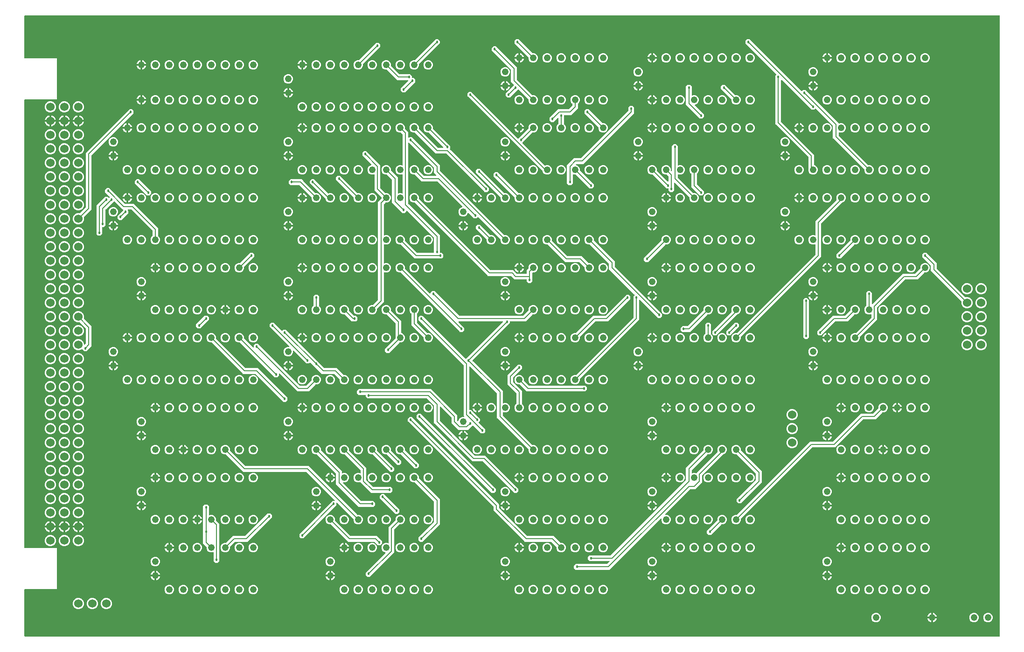
<source format=gbr>
G04 EAGLE Gerber RS-274X export*
G75*
%MOMM*%
%FSLAX34Y34*%
%LPD*%
%INCopper Layer 2*%
%IPPOS*%
%AMOC8*
5,1,8,0,0,1.08239X$1,22.5*%
G01*
%ADD10C,1.219200*%
%ADD11C,1.524000*%
%ADD12C,0.127000*%
%ADD13C,0.457200*%

G36*
X1773248Y3814D02*
X1773248Y3814D01*
X1773267Y3812D01*
X1773369Y3834D01*
X1773471Y3850D01*
X1773488Y3860D01*
X1773508Y3864D01*
X1773597Y3917D01*
X1773688Y3966D01*
X1773702Y3980D01*
X1773719Y3990D01*
X1773786Y4069D01*
X1773858Y4144D01*
X1773866Y4162D01*
X1773879Y4177D01*
X1773918Y4273D01*
X1773961Y4367D01*
X1773963Y4387D01*
X1773971Y4405D01*
X1773989Y4572D01*
X1773989Y1130300D01*
X1773986Y1130320D01*
X1773988Y1130339D01*
X1773966Y1130441D01*
X1773950Y1130543D01*
X1773940Y1130560D01*
X1773936Y1130580D01*
X1773883Y1130669D01*
X1773834Y1130760D01*
X1773820Y1130774D01*
X1773810Y1130791D01*
X1773731Y1130858D01*
X1773656Y1130930D01*
X1773638Y1130938D01*
X1773623Y1130951D01*
X1773527Y1130990D01*
X1773433Y1131033D01*
X1773413Y1131035D01*
X1773395Y1131043D01*
X1773228Y1131061D01*
X4572Y1131061D01*
X4552Y1131058D01*
X4533Y1131060D01*
X4431Y1131038D01*
X4329Y1131022D01*
X4312Y1131012D01*
X4292Y1131008D01*
X4203Y1130955D01*
X4112Y1130906D01*
X4098Y1130892D01*
X4081Y1130882D01*
X4014Y1130803D01*
X3942Y1130728D01*
X3934Y1130710D01*
X3921Y1130695D01*
X3882Y1130599D01*
X3839Y1130505D01*
X3837Y1130485D01*
X3829Y1130467D01*
X3811Y1130300D01*
X3811Y1054100D01*
X3814Y1054080D01*
X3812Y1054061D01*
X3834Y1053959D01*
X3850Y1053857D01*
X3860Y1053840D01*
X3864Y1053820D01*
X3917Y1053731D01*
X3966Y1053640D01*
X3980Y1053626D01*
X3990Y1053609D01*
X4069Y1053542D01*
X4144Y1053471D01*
X4162Y1053462D01*
X4177Y1053449D01*
X4273Y1053410D01*
X4367Y1053367D01*
X4387Y1053365D01*
X4405Y1053357D01*
X4572Y1053339D01*
X62739Y1053339D01*
X62739Y978661D01*
X4572Y978661D01*
X4552Y978658D01*
X4533Y978660D01*
X4431Y978638D01*
X4329Y978621D01*
X4312Y978612D01*
X4292Y978608D01*
X4203Y978555D01*
X4112Y978506D01*
X4098Y978492D01*
X4081Y978482D01*
X4014Y978403D01*
X3942Y978328D01*
X3934Y978310D01*
X3921Y978295D01*
X3882Y978199D01*
X3839Y978105D01*
X3837Y978085D01*
X3829Y978067D01*
X3811Y977900D01*
X3811Y165100D01*
X3814Y165080D01*
X3812Y165061D01*
X3834Y164959D01*
X3850Y164857D01*
X3860Y164840D01*
X3864Y164820D01*
X3917Y164731D01*
X3966Y164640D01*
X3980Y164626D01*
X3990Y164609D01*
X4069Y164542D01*
X4144Y164471D01*
X4162Y164462D01*
X4177Y164449D01*
X4273Y164410D01*
X4367Y164367D01*
X4387Y164365D01*
X4405Y164357D01*
X4572Y164339D01*
X62739Y164339D01*
X62739Y89661D01*
X4572Y89661D01*
X4552Y89658D01*
X4533Y89660D01*
X4431Y89638D01*
X4329Y89622D01*
X4312Y89612D01*
X4292Y89608D01*
X4203Y89555D01*
X4112Y89506D01*
X4098Y89492D01*
X4081Y89482D01*
X4014Y89403D01*
X3942Y89328D01*
X3934Y89310D01*
X3921Y89295D01*
X3882Y89199D01*
X3839Y89105D01*
X3837Y89085D01*
X3829Y89067D01*
X3811Y88900D01*
X3811Y4572D01*
X3814Y4552D01*
X3812Y4533D01*
X3834Y4431D01*
X3850Y4329D01*
X3860Y4312D01*
X3864Y4292D01*
X3917Y4203D01*
X3966Y4112D01*
X3980Y4098D01*
X3990Y4081D01*
X4069Y4014D01*
X4144Y3942D01*
X4162Y3934D01*
X4177Y3921D01*
X4273Y3882D01*
X4367Y3839D01*
X4387Y3837D01*
X4405Y3829D01*
X4572Y3811D01*
X1773228Y3811D01*
X1773248Y3814D01*
G37*
%LPC*%
G36*
X893193Y264667D02*
X893193Y264667D01*
X836266Y321594D01*
X836192Y321647D01*
X836122Y321707D01*
X836092Y321719D01*
X836066Y321738D01*
X835979Y321765D01*
X835894Y321799D01*
X835853Y321803D01*
X835831Y321810D01*
X835799Y321809D01*
X835728Y321817D01*
X816993Y321817D01*
X747267Y391543D01*
X747267Y422978D01*
X747253Y423068D01*
X747245Y423159D01*
X747233Y423188D01*
X747228Y423220D01*
X747185Y423301D01*
X747149Y423385D01*
X747123Y423417D01*
X747112Y423438D01*
X747089Y423460D01*
X747044Y423516D01*
X734666Y435894D01*
X734592Y435947D01*
X734522Y436007D01*
X734492Y436019D01*
X734466Y436038D01*
X734379Y436065D01*
X734294Y436099D01*
X734253Y436103D01*
X734231Y436110D01*
X734199Y436109D01*
X734128Y436117D01*
X626493Y436117D01*
X623442Y439168D01*
X623442Y441706D01*
X623439Y441726D01*
X623441Y441745D01*
X623419Y441847D01*
X623403Y441949D01*
X623393Y441966D01*
X623389Y441986D01*
X623336Y442075D01*
X623287Y442166D01*
X623273Y442180D01*
X623263Y442197D01*
X623184Y442264D01*
X623109Y442336D01*
X623091Y442344D01*
X623076Y442357D01*
X622980Y442396D01*
X622886Y442439D01*
X622866Y442441D01*
X622848Y442449D01*
X622681Y442467D01*
X610618Y442467D01*
X607567Y445518D01*
X607567Y449832D01*
X610618Y452883D01*
X741932Y452883D01*
X789433Y405382D01*
X789433Y396172D01*
X789447Y396083D01*
X789455Y395991D01*
X789467Y395962D01*
X789472Y395930D01*
X789515Y395849D01*
X789551Y395765D01*
X789577Y395733D01*
X789588Y395712D01*
X789611Y395690D01*
X789656Y395634D01*
X790192Y395098D01*
X790229Y395071D01*
X790260Y395038D01*
X790328Y395000D01*
X790391Y394955D01*
X790435Y394941D01*
X790475Y394919D01*
X790552Y394905D01*
X790626Y394882D01*
X790672Y394884D01*
X790717Y394875D01*
X790794Y394887D01*
X790872Y394889D01*
X790915Y394904D01*
X790961Y394911D01*
X791030Y394946D01*
X791103Y394973D01*
X791139Y395002D01*
X791180Y395023D01*
X791235Y395078D01*
X791295Y395127D01*
X791320Y395165D01*
X791352Y395198D01*
X791418Y395318D01*
X791428Y395334D01*
X791429Y395339D01*
X791433Y395345D01*
X792778Y398592D01*
X795208Y401022D01*
X798382Y402337D01*
X801311Y402337D01*
X801381Y402348D01*
X801453Y402350D01*
X801502Y402368D01*
X801553Y402376D01*
X801617Y402410D01*
X801684Y402435D01*
X801725Y402467D01*
X801771Y402492D01*
X801820Y402544D01*
X801876Y402588D01*
X801904Y402632D01*
X801940Y402670D01*
X801970Y402735D01*
X802009Y402795D01*
X802022Y402846D01*
X802044Y402893D01*
X802052Y402964D01*
X802069Y403034D01*
X802065Y403086D01*
X802071Y403137D01*
X802056Y403208D01*
X802050Y403279D01*
X802030Y403327D01*
X802019Y403378D01*
X801982Y403439D01*
X801954Y403505D01*
X801909Y403561D01*
X801892Y403589D01*
X801875Y403604D01*
X801849Y403636D01*
X801242Y404243D01*
X801242Y496003D01*
X801228Y496093D01*
X801220Y496184D01*
X801208Y496213D01*
X801203Y496245D01*
X801160Y496326D01*
X801124Y496410D01*
X801098Y496442D01*
X801087Y496463D01*
X801064Y496485D01*
X801019Y496541D01*
X718692Y578868D01*
X718692Y583182D01*
X721743Y586233D01*
X726057Y586233D01*
X804324Y507966D01*
X804340Y507954D01*
X804353Y507938D01*
X804424Y507893D01*
X804452Y507869D01*
X804468Y507862D01*
X804524Y507822D01*
X804543Y507816D01*
X804560Y507805D01*
X804660Y507780D01*
X804759Y507750D01*
X804779Y507750D01*
X804798Y507745D01*
X804901Y507753D01*
X805005Y507756D01*
X805024Y507763D01*
X805044Y507765D01*
X805138Y507805D01*
X805236Y507841D01*
X805252Y507853D01*
X805270Y507861D01*
X805329Y507908D01*
X805338Y507913D01*
X805348Y507923D01*
X805401Y507966D01*
X871953Y574518D01*
X871995Y574576D01*
X872044Y574628D01*
X872066Y574675D01*
X872096Y574717D01*
X872117Y574786D01*
X872148Y574851D01*
X872153Y574903D01*
X872169Y574953D01*
X872167Y575024D01*
X872175Y575095D01*
X872164Y575146D01*
X872162Y575198D01*
X872138Y575266D01*
X872123Y575336D01*
X872096Y575380D01*
X872078Y575429D01*
X872033Y575485D01*
X871996Y575547D01*
X871957Y575581D01*
X871924Y575621D01*
X871864Y575660D01*
X871809Y575707D01*
X871761Y575726D01*
X871717Y575754D01*
X871648Y575772D01*
X871581Y575799D01*
X871510Y575807D01*
X871479Y575815D01*
X871456Y575813D01*
X871415Y575817D01*
X792285Y575817D01*
X792215Y575806D01*
X792143Y575804D01*
X792094Y575786D01*
X792043Y575778D01*
X791979Y575744D01*
X791912Y575719D01*
X791871Y575687D01*
X791825Y575662D01*
X791776Y575610D01*
X791720Y575566D01*
X791692Y575522D01*
X791656Y575484D01*
X791626Y575419D01*
X791587Y575359D01*
X791574Y575308D01*
X791552Y575261D01*
X791544Y575190D01*
X791527Y575120D01*
X791531Y575068D01*
X791525Y575017D01*
X791540Y574946D01*
X791546Y574875D01*
X791566Y574827D01*
X791577Y574776D01*
X791614Y574715D01*
X791642Y574649D01*
X791687Y574593D01*
X791704Y574565D01*
X791721Y574550D01*
X791747Y574518D01*
X802133Y564132D01*
X802133Y559818D01*
X799082Y556767D01*
X794768Y556767D01*
X687295Y664240D01*
X687221Y664293D01*
X687151Y664353D01*
X687121Y664365D01*
X687095Y664384D01*
X687008Y664411D01*
X686923Y664445D01*
X686882Y664449D01*
X686860Y664456D01*
X686828Y664455D01*
X686757Y664463D01*
X684082Y664463D01*
X680908Y665778D01*
X678478Y668208D01*
X677163Y671382D01*
X677163Y674818D01*
X678478Y677992D01*
X680908Y680422D01*
X684082Y681737D01*
X687518Y681737D01*
X690692Y680422D01*
X693122Y677992D01*
X694437Y674818D01*
X694437Y672143D01*
X694451Y672053D01*
X694459Y671962D01*
X694471Y671933D01*
X694476Y671901D01*
X694519Y671820D01*
X694555Y671736D01*
X694581Y671704D01*
X694592Y671683D01*
X694615Y671661D01*
X694660Y671605D01*
X739618Y626647D01*
X739676Y626605D01*
X739728Y626556D01*
X739775Y626534D01*
X739817Y626504D01*
X739886Y626483D01*
X739951Y626452D01*
X740003Y626447D01*
X740053Y626431D01*
X740124Y626433D01*
X740195Y626425D01*
X740246Y626436D01*
X740298Y626438D01*
X740366Y626462D01*
X740436Y626477D01*
X740480Y626504D01*
X740529Y626522D01*
X740585Y626567D01*
X740647Y626604D01*
X740681Y626643D01*
X740721Y626676D01*
X740760Y626736D01*
X740807Y626791D01*
X740826Y626839D01*
X740854Y626883D01*
X740872Y626952D01*
X740899Y627019D01*
X740907Y627090D01*
X740915Y627121D01*
X740913Y627144D01*
X740917Y627185D01*
X740917Y627632D01*
X743968Y630683D01*
X748282Y630683D01*
X792509Y586456D01*
X792583Y586403D01*
X792653Y586343D01*
X792683Y586331D01*
X792709Y586312D01*
X792796Y586285D01*
X792881Y586251D01*
X792922Y586247D01*
X792944Y586240D01*
X792976Y586241D01*
X793047Y586233D01*
X908753Y586233D01*
X908843Y586247D01*
X908934Y586255D01*
X908963Y586267D01*
X908995Y586272D01*
X909076Y586315D01*
X909160Y586351D01*
X909192Y586377D01*
X909213Y586388D01*
X909235Y586411D01*
X909291Y586456D01*
X918240Y595405D01*
X918293Y595479D01*
X918353Y595549D01*
X918365Y595579D01*
X918384Y595605D01*
X918411Y595692D01*
X918445Y595777D01*
X918449Y595818D01*
X918456Y595840D01*
X918455Y595872D01*
X918463Y595943D01*
X918463Y598618D01*
X919778Y601792D01*
X922208Y604222D01*
X925382Y605537D01*
X928818Y605537D01*
X931992Y604222D01*
X934422Y601792D01*
X935737Y598618D01*
X935737Y595182D01*
X934422Y592008D01*
X931992Y589578D01*
X928818Y588263D01*
X926143Y588263D01*
X926053Y588249D01*
X925962Y588241D01*
X925933Y588229D01*
X925901Y588224D01*
X925820Y588181D01*
X925736Y588145D01*
X925704Y588119D01*
X925683Y588108D01*
X925661Y588085D01*
X925605Y588040D01*
X913382Y575817D01*
X885444Y575817D01*
X885424Y575814D01*
X885405Y575816D01*
X885303Y575794D01*
X885201Y575778D01*
X885184Y575768D01*
X885164Y575764D01*
X885075Y575711D01*
X884984Y575662D01*
X884970Y575648D01*
X884953Y575638D01*
X884886Y575559D01*
X884814Y575484D01*
X884806Y575466D01*
X884793Y575451D01*
X884754Y575355D01*
X884711Y575261D01*
X884709Y575241D01*
X884701Y575223D01*
X884683Y575056D01*
X884683Y572518D01*
X817528Y505363D01*
X817517Y505347D01*
X817501Y505335D01*
X817445Y505247D01*
X817385Y505164D01*
X817379Y505145D01*
X817368Y505128D01*
X817343Y505027D01*
X817312Y504928D01*
X817313Y504909D01*
X817308Y504889D01*
X817316Y504786D01*
X817319Y504683D01*
X817325Y504664D01*
X817327Y504644D01*
X817367Y504549D01*
X817403Y504452D01*
X817416Y504436D01*
X817423Y504418D01*
X817528Y504287D01*
X871983Y449832D01*
X871983Y427799D01*
X871984Y427791D01*
X871984Y427788D01*
X871987Y427771D01*
X871990Y427754D01*
X871988Y427708D01*
X872010Y427633D01*
X872022Y427557D01*
X872044Y427516D01*
X872057Y427472D01*
X872101Y427408D01*
X872138Y427339D01*
X872171Y427308D01*
X872197Y427270D01*
X872260Y427223D01*
X872316Y427170D01*
X872358Y427151D01*
X872394Y427123D01*
X872468Y427099D01*
X872539Y427066D01*
X872585Y427061D01*
X872628Y427047D01*
X872706Y427048D01*
X872783Y427039D01*
X872828Y427049D01*
X872874Y427049D01*
X873006Y427087D01*
X873024Y427091D01*
X873028Y427094D01*
X873035Y427096D01*
X874582Y427737D01*
X878018Y427737D01*
X881192Y426422D01*
X883622Y423992D01*
X884937Y420818D01*
X884937Y417382D01*
X883622Y414208D01*
X881192Y411778D01*
X878018Y410463D01*
X874582Y410463D01*
X873035Y411104D01*
X872991Y411114D01*
X872949Y411134D01*
X872872Y411142D01*
X872796Y411160D01*
X872750Y411156D01*
X872705Y411161D01*
X872628Y411144D01*
X872551Y411137D01*
X872509Y411118D01*
X872464Y411109D01*
X872397Y411069D01*
X872326Y411037D01*
X872292Y411006D01*
X872253Y410982D01*
X872202Y410923D01*
X872145Y410871D01*
X872123Y410830D01*
X872093Y410796D01*
X872064Y410723D01*
X872027Y410655D01*
X872018Y410610D01*
X872001Y410567D01*
X871986Y410431D01*
X871983Y410413D01*
X871984Y410408D01*
X871983Y410401D01*
X871983Y405697D01*
X871997Y405607D01*
X872005Y405516D01*
X872017Y405487D01*
X872022Y405455D01*
X872065Y405374D01*
X872101Y405290D01*
X872127Y405258D01*
X872138Y405237D01*
X872161Y405215D01*
X872206Y405159D01*
X925605Y351760D01*
X925679Y351707D01*
X925749Y351647D01*
X925779Y351635D01*
X925805Y351616D01*
X925892Y351589D01*
X925977Y351555D01*
X926018Y351551D01*
X926040Y351544D01*
X926072Y351545D01*
X926143Y351537D01*
X928818Y351537D01*
X931992Y350222D01*
X934422Y347792D01*
X935737Y344618D01*
X935737Y341182D01*
X934422Y338008D01*
X931992Y335578D01*
X928818Y334263D01*
X925382Y334263D01*
X922208Y335578D01*
X919778Y338008D01*
X918463Y341182D01*
X918463Y343857D01*
X918449Y343947D01*
X918441Y344038D01*
X918429Y344067D01*
X918424Y344099D01*
X918381Y344180D01*
X918345Y344264D01*
X918319Y344296D01*
X918308Y344317D01*
X918285Y344339D01*
X918240Y344395D01*
X861567Y401068D01*
X861567Y445203D01*
X861553Y445293D01*
X861545Y445384D01*
X861533Y445413D01*
X861528Y445445D01*
X861485Y445526D01*
X861449Y445610D01*
X861423Y445642D01*
X861412Y445663D01*
X861389Y445685D01*
X861344Y445741D01*
X812957Y494128D01*
X812899Y494170D01*
X812847Y494219D01*
X812800Y494241D01*
X812758Y494271D01*
X812689Y494292D01*
X812624Y494323D01*
X812572Y494328D01*
X812522Y494344D01*
X812451Y494342D01*
X812380Y494350D01*
X812329Y494339D01*
X812277Y494337D01*
X812209Y494313D01*
X812139Y494298D01*
X812094Y494271D01*
X812046Y494253D01*
X811990Y494208D01*
X811928Y494171D01*
X811894Y494132D01*
X811854Y494099D01*
X811815Y494039D01*
X811768Y493984D01*
X811749Y493936D01*
X811721Y493892D01*
X811703Y493823D01*
X811676Y493756D01*
X811668Y493685D01*
X811660Y493654D01*
X811662Y493631D01*
X811658Y493590D01*
X811658Y415544D01*
X811661Y415524D01*
X811659Y415505D01*
X811681Y415403D01*
X811697Y415301D01*
X811707Y415284D01*
X811711Y415264D01*
X811764Y415175D01*
X811813Y415084D01*
X811827Y415070D01*
X811837Y415053D01*
X811916Y414986D01*
X811991Y414914D01*
X812009Y414906D01*
X812024Y414893D01*
X812120Y414854D01*
X812214Y414811D01*
X812234Y414809D01*
X812252Y414801D01*
X812419Y414783D01*
X814957Y414783D01*
X830708Y399032D01*
X830708Y394718D01*
X828641Y392651D01*
X828629Y392635D01*
X828613Y392622D01*
X828557Y392535D01*
X828497Y392451D01*
X828491Y392432D01*
X828480Y392415D01*
X828455Y392315D01*
X828425Y392216D01*
X828425Y392196D01*
X828420Y392177D01*
X828428Y392074D01*
X828431Y391970D01*
X828438Y391951D01*
X828440Y391931D01*
X828480Y391837D01*
X828516Y391739D01*
X828528Y391723D01*
X828536Y391705D01*
X828641Y391574D01*
X840233Y379982D01*
X840233Y375668D01*
X837182Y372617D01*
X832868Y372617D01*
X818101Y387384D01*
X818085Y387396D01*
X818072Y387412D01*
X817985Y387468D01*
X817901Y387528D01*
X817882Y387534D01*
X817865Y387545D01*
X817765Y387570D01*
X817666Y387600D01*
X817646Y387600D01*
X817627Y387605D01*
X817524Y387597D01*
X817420Y387594D01*
X817401Y387587D01*
X817382Y387585D01*
X817287Y387545D01*
X817189Y387509D01*
X817173Y387497D01*
X817155Y387489D01*
X817024Y387384D01*
X808607Y378967D01*
X791593Y378967D01*
X779017Y391543D01*
X779017Y400753D01*
X779003Y400843D01*
X778995Y400934D01*
X778983Y400963D01*
X778978Y400995D01*
X778935Y401076D01*
X778899Y401160D01*
X778873Y401192D01*
X778862Y401213D01*
X778839Y401235D01*
X778794Y401291D01*
X758982Y421103D01*
X758924Y421145D01*
X758872Y421194D01*
X758825Y421216D01*
X758783Y421246D01*
X758714Y421267D01*
X758649Y421298D01*
X758597Y421303D01*
X758547Y421319D01*
X758476Y421317D01*
X758405Y421325D01*
X758354Y421314D01*
X758302Y421312D01*
X758234Y421288D01*
X758164Y421273D01*
X758119Y421246D01*
X758071Y421228D01*
X758015Y421183D01*
X757953Y421146D01*
X757919Y421107D01*
X757879Y421074D01*
X757840Y421014D01*
X757793Y420959D01*
X757774Y420911D01*
X757746Y420867D01*
X757728Y420798D01*
X757701Y420731D01*
X757693Y420660D01*
X757685Y420629D01*
X757687Y420606D01*
X757683Y420565D01*
X757683Y396172D01*
X757697Y396082D01*
X757705Y395991D01*
X757717Y395962D01*
X757722Y395930D01*
X757765Y395849D01*
X757801Y395765D01*
X757827Y395733D01*
X757838Y395712D01*
X757861Y395690D01*
X757906Y395634D01*
X821084Y332456D01*
X821158Y332403D01*
X821228Y332343D01*
X821258Y332331D01*
X821284Y332312D01*
X821371Y332285D01*
X821456Y332251D01*
X821497Y332247D01*
X821519Y332240D01*
X821551Y332241D01*
X821622Y332233D01*
X840357Y332233D01*
X900558Y272032D01*
X900558Y267718D01*
X897507Y264667D01*
X893193Y264667D01*
G37*
%LPD*%
%LPC*%
G36*
X712218Y690117D02*
X712218Y690117D01*
X708944Y693391D01*
X687295Y715040D01*
X687221Y715093D01*
X687151Y715153D01*
X687121Y715165D01*
X687095Y715184D01*
X687008Y715211D01*
X686923Y715245D01*
X686882Y715249D01*
X686860Y715256D01*
X686828Y715255D01*
X686757Y715263D01*
X684082Y715263D01*
X680908Y716578D01*
X678478Y719008D01*
X677163Y722182D01*
X677163Y725618D01*
X678478Y728792D01*
X680908Y731222D01*
X684082Y732537D01*
X687518Y732537D01*
X690692Y731222D01*
X693122Y728792D01*
X694437Y725618D01*
X694437Y722943D01*
X694451Y722853D01*
X694459Y722762D01*
X694471Y722733D01*
X694476Y722701D01*
X694519Y722620D01*
X694555Y722536D01*
X694581Y722504D01*
X694592Y722483D01*
X694615Y722461D01*
X694660Y722405D01*
X716309Y700756D01*
X716383Y700703D01*
X716453Y700643D01*
X716483Y700631D01*
X716509Y700612D01*
X716596Y700585D01*
X716681Y700551D01*
X716722Y700547D01*
X716744Y700540D01*
X716776Y700541D01*
X716847Y700533D01*
X746506Y700533D01*
X746526Y700536D01*
X746545Y700534D01*
X746647Y700556D01*
X746749Y700572D01*
X746766Y700582D01*
X746786Y700586D01*
X746875Y700639D01*
X746966Y700688D01*
X746980Y700702D01*
X746997Y700712D01*
X747064Y700791D01*
X747136Y700866D01*
X747144Y700884D01*
X747157Y700899D01*
X747196Y700995D01*
X747239Y701089D01*
X747241Y701109D01*
X747249Y701127D01*
X747267Y701294D01*
X747267Y727778D01*
X747265Y727790D01*
X747266Y727799D01*
X747256Y727845D01*
X747253Y727868D01*
X747245Y727959D01*
X747233Y727988D01*
X747228Y728020D01*
X747185Y728101D01*
X747149Y728185D01*
X747123Y728217D01*
X747112Y728238D01*
X747089Y728260D01*
X747044Y728316D01*
X698657Y776703D01*
X698599Y776745D01*
X698547Y776794D01*
X698500Y776816D01*
X698458Y776846D01*
X698389Y776867D01*
X698324Y776898D01*
X698272Y776903D01*
X698222Y776919D01*
X698151Y776917D01*
X698080Y776925D01*
X698029Y776914D01*
X697977Y776912D01*
X697909Y776888D01*
X697839Y776873D01*
X697794Y776846D01*
X697746Y776828D01*
X697690Y776783D01*
X697628Y776746D01*
X697594Y776707D01*
X697554Y776674D01*
X697515Y776614D01*
X697468Y776559D01*
X697449Y776511D01*
X697421Y776467D01*
X697403Y776398D01*
X697376Y776331D01*
X697368Y776260D01*
X697360Y776229D01*
X697362Y776206D01*
X697358Y776165D01*
X697358Y775718D01*
X694307Y772667D01*
X689993Y772667D01*
X671067Y791593D01*
X671067Y832553D01*
X671053Y832643D01*
X671045Y832734D01*
X671033Y832763D01*
X671028Y832795D01*
X670985Y832876D01*
X670949Y832960D01*
X670923Y832992D01*
X670912Y833013D01*
X670889Y833035D01*
X670844Y833091D01*
X661895Y842040D01*
X661821Y842093D01*
X661751Y842153D01*
X661721Y842165D01*
X661695Y842184D01*
X661608Y842211D01*
X661523Y842245D01*
X661482Y842249D01*
X661460Y842256D01*
X661428Y842255D01*
X661357Y842263D01*
X658682Y842263D01*
X655508Y843578D01*
X653078Y846008D01*
X651763Y849182D01*
X651763Y852618D01*
X653078Y855792D01*
X655508Y858222D01*
X658682Y859537D01*
X662118Y859537D01*
X665292Y858222D01*
X667722Y855792D01*
X669037Y852618D01*
X669037Y849943D01*
X669051Y849853D01*
X669059Y849762D01*
X669071Y849733D01*
X669076Y849701D01*
X669119Y849620D01*
X669155Y849536D01*
X669181Y849504D01*
X669192Y849483D01*
X669215Y849461D01*
X669260Y849405D01*
X681483Y837182D01*
X681483Y808799D01*
X681490Y808754D01*
X681488Y808708D01*
X681510Y808633D01*
X681522Y808557D01*
X681544Y808516D01*
X681557Y808472D01*
X681601Y808408D01*
X681638Y808339D01*
X681671Y808308D01*
X681697Y808270D01*
X681760Y808223D01*
X681816Y808170D01*
X681858Y808151D01*
X681894Y808123D01*
X681968Y808099D01*
X682039Y808066D01*
X682085Y808061D01*
X682128Y808047D01*
X682206Y808048D01*
X682283Y808039D01*
X682328Y808049D01*
X682374Y808049D01*
X682506Y808087D01*
X682524Y808091D01*
X682528Y808094D01*
X682535Y808096D01*
X684082Y808737D01*
X687518Y808737D01*
X689065Y808096D01*
X689109Y808086D01*
X689151Y808066D01*
X689228Y808058D01*
X689304Y808040D01*
X689350Y808044D01*
X689395Y808039D01*
X689472Y808056D01*
X689549Y808063D01*
X689591Y808082D01*
X689636Y808091D01*
X689703Y808131D01*
X689774Y808163D01*
X689808Y808194D01*
X689847Y808218D01*
X689898Y808277D01*
X689955Y808329D01*
X689977Y808370D01*
X690007Y808404D01*
X690036Y808477D01*
X690073Y808545D01*
X690082Y808590D01*
X690099Y808633D01*
X690114Y808769D01*
X690117Y808787D01*
X690116Y808792D01*
X690117Y808799D01*
X690117Y842201D01*
X690110Y842246D01*
X690112Y842292D01*
X690090Y842367D01*
X690078Y842443D01*
X690056Y842484D01*
X690043Y842528D01*
X689999Y842592D01*
X689962Y842661D01*
X689929Y842692D01*
X689903Y842730D01*
X689840Y842777D01*
X689784Y842830D01*
X689742Y842849D01*
X689706Y842877D01*
X689632Y842901D01*
X689561Y842934D01*
X689515Y842939D01*
X689472Y842953D01*
X689394Y842952D01*
X689317Y842961D01*
X689272Y842951D01*
X689226Y842951D01*
X689094Y842913D01*
X689076Y842909D01*
X689072Y842906D01*
X689065Y842904D01*
X687518Y842263D01*
X684082Y842263D01*
X680908Y843578D01*
X678478Y846008D01*
X677163Y849182D01*
X677163Y852618D01*
X678478Y855792D01*
X680908Y858222D01*
X684082Y859537D01*
X687518Y859537D01*
X689065Y858896D01*
X689109Y858886D01*
X689151Y858866D01*
X689228Y858858D01*
X689304Y858840D01*
X689350Y858844D01*
X689395Y858839D01*
X689472Y858856D01*
X689549Y858863D01*
X689591Y858882D01*
X689636Y858891D01*
X689703Y858931D01*
X689774Y858963D01*
X689808Y858994D01*
X689847Y859018D01*
X689898Y859077D01*
X689955Y859129D01*
X689977Y859170D01*
X690007Y859204D01*
X690036Y859277D01*
X690073Y859345D01*
X690082Y859390D01*
X690099Y859433D01*
X690114Y859569D01*
X690117Y859587D01*
X690116Y859592D01*
X690117Y859599D01*
X690117Y915103D01*
X690103Y915193D01*
X690095Y915284D01*
X690083Y915313D01*
X690078Y915345D01*
X690035Y915426D01*
X689999Y915510D01*
X689973Y915542D01*
X689962Y915563D01*
X689939Y915585D01*
X689894Y915641D01*
X687295Y918240D01*
X687221Y918293D01*
X687151Y918353D01*
X687121Y918365D01*
X687095Y918384D01*
X687008Y918411D01*
X686923Y918445D01*
X686882Y918449D01*
X686860Y918456D01*
X686828Y918455D01*
X686757Y918463D01*
X684082Y918463D01*
X680908Y919778D01*
X678478Y922208D01*
X677163Y925382D01*
X677163Y928818D01*
X678478Y931992D01*
X680908Y934422D01*
X684082Y935737D01*
X687518Y935737D01*
X690692Y934422D01*
X693122Y931992D01*
X694437Y928818D01*
X694437Y926143D01*
X694451Y926053D01*
X694459Y925962D01*
X694471Y925933D01*
X694476Y925901D01*
X694519Y925820D01*
X694555Y925736D01*
X694581Y925704D01*
X694592Y925683D01*
X694615Y925661D01*
X694660Y925605D01*
X700533Y919732D01*
X700533Y909760D01*
X700544Y909690D01*
X700546Y909618D01*
X700564Y909569D01*
X700572Y909518D01*
X700606Y909454D01*
X700631Y909387D01*
X700663Y909346D01*
X700688Y909300D01*
X700740Y909251D01*
X700784Y909195D01*
X700828Y909167D01*
X700866Y909131D01*
X700931Y909101D01*
X700991Y909062D01*
X701042Y909049D01*
X701089Y909027D01*
X701160Y909019D01*
X701230Y909002D01*
X701282Y909006D01*
X701333Y909000D01*
X701404Y909015D01*
X701475Y909021D01*
X701523Y909041D01*
X701574Y909052D01*
X701635Y909089D01*
X701701Y909117D01*
X701757Y909162D01*
X701785Y909179D01*
X701800Y909196D01*
X701832Y909222D01*
X702693Y910083D01*
X707007Y910083D01*
X757683Y859407D01*
X757683Y850197D01*
X757697Y850107D01*
X757705Y850016D01*
X757717Y849987D01*
X757722Y849955D01*
X757765Y849874D01*
X757801Y849790D01*
X757827Y849758D01*
X757838Y849737D01*
X757861Y849715D01*
X757906Y849659D01*
X874805Y732760D01*
X874879Y732707D01*
X874949Y732647D01*
X874979Y732635D01*
X875005Y732616D01*
X875092Y732589D01*
X875177Y732555D01*
X875218Y732551D01*
X875240Y732544D01*
X875272Y732545D01*
X875343Y732537D01*
X878018Y732537D01*
X881192Y731222D01*
X883622Y728792D01*
X884937Y725618D01*
X884937Y722182D01*
X883622Y719008D01*
X881192Y716578D01*
X878018Y715263D01*
X874582Y715263D01*
X871408Y716578D01*
X868978Y719008D01*
X867663Y722182D01*
X867663Y724857D01*
X867649Y724947D01*
X867641Y725038D01*
X867629Y725067D01*
X867624Y725099D01*
X867581Y725180D01*
X867545Y725264D01*
X867519Y725296D01*
X867508Y725317D01*
X867485Y725339D01*
X867440Y725395D01*
X827626Y765209D01*
X827610Y765221D01*
X827597Y765237D01*
X827510Y765293D01*
X827426Y765353D01*
X827407Y765359D01*
X827390Y765370D01*
X827290Y765395D01*
X827191Y765425D01*
X827171Y765425D01*
X827152Y765430D01*
X827049Y765422D01*
X826945Y765419D01*
X826926Y765412D01*
X826907Y765410D01*
X826812Y765370D01*
X826714Y765334D01*
X826698Y765322D01*
X826680Y765314D01*
X826549Y765209D01*
X824482Y763142D01*
X820168Y763142D01*
X810008Y773302D01*
X809971Y773328D01*
X809940Y773362D01*
X809872Y773400D01*
X809809Y773445D01*
X809765Y773459D01*
X809725Y773481D01*
X809648Y773495D01*
X809574Y773518D01*
X809528Y773516D01*
X809483Y773525D01*
X809406Y773513D01*
X809328Y773511D01*
X809285Y773495D01*
X809239Y773489D01*
X809170Y773454D01*
X809097Y773427D01*
X809061Y773398D01*
X809020Y773377D01*
X808965Y773322D01*
X808905Y773273D01*
X808880Y773234D01*
X808848Y773202D01*
X808782Y773082D01*
X808772Y773066D01*
X808770Y773061D01*
X808767Y773055D01*
X807422Y769808D01*
X804992Y767378D01*
X801818Y766063D01*
X798382Y766063D01*
X795208Y767378D01*
X792778Y769808D01*
X791463Y772982D01*
X791463Y776418D01*
X792778Y779592D01*
X795208Y782022D01*
X798455Y783367D01*
X798494Y783391D01*
X798537Y783407D01*
X798598Y783455D01*
X798664Y783496D01*
X798693Y783532D01*
X798729Y783560D01*
X798771Y783626D01*
X798821Y783686D01*
X798837Y783729D01*
X798862Y783767D01*
X798881Y783843D01*
X798909Y783916D01*
X798911Y783961D01*
X798922Y784006D01*
X798916Y784083D01*
X798919Y784161D01*
X798906Y784205D01*
X798903Y784251D01*
X798872Y784323D01*
X798851Y784398D01*
X798824Y784435D01*
X798807Y784477D01*
X798727Y784577D01*
X798723Y784583D01*
X798720Y784586D01*
X798710Y784600D01*
X798706Y784603D01*
X798702Y784608D01*
X753716Y829594D01*
X753642Y829647D01*
X753572Y829707D01*
X753542Y829719D01*
X753516Y829738D01*
X753429Y829765D01*
X753344Y829799D01*
X753303Y829803D01*
X753281Y829810D01*
X753249Y829809D01*
X753178Y829817D01*
X724918Y829817D01*
X712695Y842040D01*
X712621Y842093D01*
X712551Y842153D01*
X712521Y842165D01*
X712495Y842184D01*
X712408Y842211D01*
X712323Y842245D01*
X712282Y842249D01*
X712260Y842256D01*
X712228Y842255D01*
X712157Y842263D01*
X709482Y842263D01*
X706308Y843578D01*
X703878Y846008D01*
X702563Y849182D01*
X702563Y852618D01*
X703878Y855792D01*
X706308Y858222D01*
X709482Y859537D01*
X712918Y859537D01*
X716092Y858222D01*
X718522Y855792D01*
X719837Y852618D01*
X719837Y849943D01*
X719851Y849853D01*
X719859Y849762D01*
X719871Y849733D01*
X719876Y849701D01*
X719919Y849620D01*
X719955Y849536D01*
X719981Y849504D01*
X719992Y849483D01*
X720015Y849461D01*
X720060Y849405D01*
X729009Y840456D01*
X729083Y840403D01*
X729153Y840343D01*
X729183Y840331D01*
X729209Y840312D01*
X729296Y840285D01*
X729381Y840251D01*
X729422Y840247D01*
X729444Y840240D01*
X729476Y840241D01*
X729547Y840233D01*
X750765Y840233D01*
X750835Y840244D01*
X750907Y840246D01*
X750956Y840264D01*
X751007Y840272D01*
X751071Y840306D01*
X751138Y840331D01*
X751179Y840363D01*
X751225Y840388D01*
X751274Y840440D01*
X751330Y840484D01*
X751358Y840528D01*
X751394Y840566D01*
X751424Y840631D01*
X751463Y840691D01*
X751476Y840742D01*
X751498Y840789D01*
X751506Y840860D01*
X751523Y840930D01*
X751519Y840982D01*
X751525Y841033D01*
X751510Y841104D01*
X751504Y841175D01*
X751484Y841223D01*
X751473Y841274D01*
X751436Y841335D01*
X751408Y841401D01*
X751363Y841457D01*
X751346Y841485D01*
X751329Y841500D01*
X751303Y841532D01*
X750541Y842294D01*
X747267Y845568D01*
X747267Y854778D01*
X747253Y854868D01*
X747245Y854959D01*
X747233Y854988D01*
X747228Y855020D01*
X747185Y855101D01*
X747149Y855185D01*
X747123Y855217D01*
X747112Y855238D01*
X747089Y855260D01*
X747044Y855316D01*
X701832Y900528D01*
X701774Y900570D01*
X701722Y900619D01*
X701675Y900641D01*
X701633Y900671D01*
X701564Y900692D01*
X701499Y900723D01*
X701447Y900728D01*
X701397Y900744D01*
X701326Y900742D01*
X701255Y900750D01*
X701204Y900739D01*
X701152Y900737D01*
X701084Y900713D01*
X701014Y900698D01*
X700969Y900671D01*
X700921Y900653D01*
X700865Y900608D01*
X700803Y900571D01*
X700769Y900532D01*
X700729Y900499D01*
X700690Y900439D01*
X700643Y900384D01*
X700624Y900336D01*
X700596Y900292D01*
X700578Y900223D01*
X700551Y900156D01*
X700543Y900085D01*
X700535Y900054D01*
X700537Y900031D01*
X700533Y899990D01*
X700533Y789872D01*
X700547Y789782D01*
X700555Y789691D01*
X700567Y789662D01*
X700572Y789630D01*
X700615Y789549D01*
X700651Y789465D01*
X700677Y789433D01*
X700688Y789412D01*
X700711Y789390D01*
X700756Y789334D01*
X757683Y732407D01*
X757683Y701294D01*
X757686Y701274D01*
X757684Y701255D01*
X757706Y701153D01*
X757722Y701051D01*
X757732Y701034D01*
X757736Y701014D01*
X757789Y700925D01*
X757838Y700834D01*
X757852Y700820D01*
X757862Y700803D01*
X757941Y700736D01*
X758016Y700664D01*
X758034Y700656D01*
X758049Y700643D01*
X758145Y700604D01*
X758239Y700561D01*
X758259Y700559D01*
X758277Y700551D01*
X758444Y700533D01*
X760982Y700533D01*
X764033Y697482D01*
X764033Y693168D01*
X760982Y690117D01*
X712218Y690117D01*
G37*
%LPD*%
%LPC*%
G36*
X1004318Y124967D02*
X1004318Y124967D01*
X1001267Y128018D01*
X1001267Y132332D01*
X1004318Y135383D01*
X1061153Y135383D01*
X1061243Y135397D01*
X1061334Y135405D01*
X1061363Y135417D01*
X1061395Y135422D01*
X1061476Y135465D01*
X1061560Y135501D01*
X1061592Y135527D01*
X1061613Y135538D01*
X1061635Y135561D01*
X1061691Y135606D01*
X1065628Y139543D01*
X1065670Y139601D01*
X1065719Y139653D01*
X1065741Y139700D01*
X1065771Y139742D01*
X1065793Y139811D01*
X1065823Y139876D01*
X1065828Y139928D01*
X1065844Y139978D01*
X1065842Y140049D01*
X1065850Y140120D01*
X1065839Y140171D01*
X1065837Y140223D01*
X1065813Y140291D01*
X1065798Y140361D01*
X1065771Y140406D01*
X1065753Y140454D01*
X1065708Y140510D01*
X1065671Y140572D01*
X1065632Y140606D01*
X1065599Y140646D01*
X1065539Y140685D01*
X1065484Y140732D01*
X1065436Y140751D01*
X1065392Y140779D01*
X1065323Y140797D01*
X1065256Y140824D01*
X1065185Y140832D01*
X1065154Y140840D01*
X1065131Y140838D01*
X1065090Y140842D01*
X1029718Y140842D01*
X1026667Y143893D01*
X1026667Y148207D01*
X1029718Y151258D01*
X1067503Y151258D01*
X1067593Y151272D01*
X1067684Y151280D01*
X1067713Y151292D01*
X1067745Y151297D01*
X1067826Y151340D01*
X1067910Y151376D01*
X1067942Y151402D01*
X1067963Y151413D01*
X1067985Y151436D01*
X1068041Y151481D01*
X1204244Y287684D01*
X1204297Y287758D01*
X1204357Y287828D01*
X1204369Y287858D01*
X1204388Y287884D01*
X1204415Y287971D01*
X1204449Y288056D01*
X1204453Y288097D01*
X1204460Y288119D01*
X1204459Y288151D01*
X1204467Y288222D01*
X1204467Y310132D01*
X1235740Y341405D01*
X1235793Y341479D01*
X1235853Y341549D01*
X1235865Y341579D01*
X1235884Y341605D01*
X1235911Y341692D01*
X1235945Y341777D01*
X1235949Y341818D01*
X1235956Y341840D01*
X1235955Y341872D01*
X1235963Y341943D01*
X1235963Y344618D01*
X1237278Y347792D01*
X1239708Y350222D01*
X1242882Y351537D01*
X1246318Y351537D01*
X1249492Y350222D01*
X1251922Y347792D01*
X1253237Y344618D01*
X1253237Y341182D01*
X1251922Y338008D01*
X1249492Y335578D01*
X1246318Y334263D01*
X1243643Y334263D01*
X1243553Y334249D01*
X1243462Y334241D01*
X1243433Y334229D01*
X1243401Y334224D01*
X1243320Y334181D01*
X1243236Y334145D01*
X1243204Y334119D01*
X1243183Y334108D01*
X1243161Y334085D01*
X1243105Y334040D01*
X1215106Y306041D01*
X1215053Y305967D01*
X1214993Y305897D01*
X1214981Y305867D01*
X1214962Y305841D01*
X1214935Y305754D01*
X1214901Y305669D01*
X1214897Y305628D01*
X1214890Y305606D01*
X1214891Y305574D01*
X1214883Y305503D01*
X1214883Y300799D01*
X1214890Y300754D01*
X1214888Y300708D01*
X1214910Y300633D01*
X1214922Y300557D01*
X1214944Y300516D01*
X1214957Y300472D01*
X1215001Y300408D01*
X1215038Y300339D01*
X1215071Y300308D01*
X1215097Y300270D01*
X1215160Y300223D01*
X1215216Y300170D01*
X1215258Y300151D01*
X1215294Y300123D01*
X1215368Y300099D01*
X1215439Y300066D01*
X1215485Y300061D01*
X1215528Y300047D01*
X1215606Y300048D01*
X1215683Y300039D01*
X1215728Y300049D01*
X1215774Y300049D01*
X1215906Y300087D01*
X1215924Y300091D01*
X1215928Y300094D01*
X1215935Y300096D01*
X1217482Y300737D01*
X1220918Y300737D01*
X1222465Y300096D01*
X1222509Y300086D01*
X1222551Y300066D01*
X1222628Y300058D01*
X1222704Y300040D01*
X1222750Y300044D01*
X1222795Y300039D01*
X1222872Y300056D01*
X1222949Y300063D01*
X1222991Y300082D01*
X1223036Y300091D01*
X1223103Y300131D01*
X1223174Y300163D01*
X1223208Y300194D01*
X1223247Y300218D01*
X1223298Y300277D01*
X1223355Y300329D01*
X1223377Y300370D01*
X1223407Y300404D01*
X1223436Y300477D01*
X1223473Y300545D01*
X1223478Y300567D01*
X1261803Y338893D01*
X1261871Y338988D01*
X1261941Y339081D01*
X1261943Y339087D01*
X1261946Y339092D01*
X1261981Y339204D01*
X1262017Y339315D01*
X1262017Y339322D01*
X1262019Y339328D01*
X1262016Y339444D01*
X1262015Y339561D01*
X1262013Y339568D01*
X1262012Y339573D01*
X1262006Y339591D01*
X1261968Y339722D01*
X1261363Y341182D01*
X1261363Y344618D01*
X1262678Y347792D01*
X1265108Y350222D01*
X1268282Y351537D01*
X1271718Y351537D01*
X1274892Y350222D01*
X1277322Y347792D01*
X1278637Y344618D01*
X1278637Y341182D01*
X1277322Y338008D01*
X1274892Y335578D01*
X1272174Y334452D01*
X1272118Y334418D01*
X1272058Y334392D01*
X1271993Y334340D01*
X1271965Y334323D01*
X1271952Y334307D01*
X1271927Y334287D01*
X1234156Y296516D01*
X1234103Y296442D01*
X1234043Y296372D01*
X1234031Y296342D01*
X1234012Y296316D01*
X1233985Y296229D01*
X1233951Y296144D01*
X1233947Y296103D01*
X1233940Y296081D01*
X1233941Y296049D01*
X1233933Y295978D01*
X1233933Y283593D01*
X1221357Y271017D01*
X1212147Y271017D01*
X1212057Y271003D01*
X1211966Y270995D01*
X1211937Y270983D01*
X1211905Y270978D01*
X1211824Y270935D01*
X1211740Y270899D01*
X1211708Y270873D01*
X1211687Y270862D01*
X1211680Y270855D01*
X1211663Y270838D01*
X1211609Y270794D01*
X1166651Y225836D01*
X1166609Y225778D01*
X1166560Y225726D01*
X1166538Y225679D01*
X1166508Y225637D01*
X1166487Y225568D01*
X1166456Y225503D01*
X1166451Y225451D01*
X1166435Y225401D01*
X1166437Y225330D01*
X1166429Y225259D01*
X1166440Y225208D01*
X1166442Y225156D01*
X1166466Y225088D01*
X1166481Y225018D01*
X1166508Y224973D01*
X1166526Y224925D01*
X1166571Y224869D01*
X1166608Y224807D01*
X1166647Y224773D01*
X1166680Y224733D01*
X1166740Y224694D01*
X1166795Y224647D01*
X1166843Y224628D01*
X1166887Y224600D01*
X1166956Y224582D01*
X1167023Y224555D01*
X1167094Y224547D01*
X1167125Y224539D01*
X1167148Y224541D01*
X1167189Y224537D01*
X1170118Y224537D01*
X1173292Y223222D01*
X1175722Y220792D01*
X1177037Y217618D01*
X1177037Y214182D01*
X1175722Y211008D01*
X1173292Y208578D01*
X1170118Y207263D01*
X1166682Y207263D01*
X1163508Y208578D01*
X1161078Y211008D01*
X1159763Y214182D01*
X1159763Y217111D01*
X1159752Y217181D01*
X1159750Y217253D01*
X1159732Y217302D01*
X1159724Y217353D01*
X1159690Y217417D01*
X1159665Y217484D01*
X1159633Y217525D01*
X1159608Y217571D01*
X1159556Y217620D01*
X1159512Y217676D01*
X1159468Y217704D01*
X1159430Y217740D01*
X1159365Y217770D01*
X1159305Y217809D01*
X1159254Y217822D01*
X1159207Y217844D01*
X1159136Y217852D01*
X1159066Y217869D01*
X1159014Y217865D01*
X1158963Y217871D01*
X1158892Y217856D01*
X1158821Y217850D01*
X1158773Y217830D01*
X1158722Y217819D01*
X1158661Y217782D01*
X1158595Y217754D01*
X1158539Y217709D01*
X1158511Y217692D01*
X1158496Y217675D01*
X1158464Y217649D01*
X1065782Y124967D01*
X1004318Y124967D01*
G37*
%LPD*%
%LPC*%
G36*
X1433382Y842263D02*
X1433382Y842263D01*
X1430208Y843578D01*
X1427778Y846008D01*
X1426463Y849182D01*
X1426463Y852618D01*
X1427068Y854078D01*
X1427095Y854192D01*
X1427123Y854305D01*
X1427123Y854311D01*
X1427124Y854317D01*
X1427113Y854432D01*
X1427104Y854550D01*
X1427102Y854556D01*
X1427101Y854562D01*
X1427054Y854668D01*
X1427008Y854776D01*
X1427003Y854782D01*
X1427001Y854787D01*
X1426988Y854800D01*
X1426903Y854907D01*
X1426717Y855093D01*
X1426717Y873828D01*
X1426703Y873918D01*
X1426695Y874009D01*
X1426683Y874038D01*
X1426678Y874070D01*
X1426635Y874151D01*
X1426599Y874235D01*
X1426573Y874267D01*
X1426562Y874288D01*
X1426539Y874310D01*
X1426494Y874366D01*
X1366392Y934468D01*
X1366392Y1021332D01*
X1368459Y1023399D01*
X1368471Y1023415D01*
X1368487Y1023428D01*
X1368543Y1023515D01*
X1368603Y1023599D01*
X1368609Y1023618D01*
X1368620Y1023635D01*
X1368645Y1023735D01*
X1368675Y1023834D01*
X1368675Y1023854D01*
X1368680Y1023873D01*
X1368672Y1023976D01*
X1368669Y1024080D01*
X1368662Y1024099D01*
X1368660Y1024118D01*
X1368620Y1024213D01*
X1368584Y1024311D01*
X1368572Y1024327D01*
X1368564Y1024345D01*
X1368459Y1024476D01*
X1312417Y1080518D01*
X1312417Y1084832D01*
X1315468Y1087883D01*
X1319782Y1087883D01*
X1413924Y993741D01*
X1413940Y993729D01*
X1413953Y993713D01*
X1414040Y993657D01*
X1414124Y993597D01*
X1414143Y993591D01*
X1414160Y993580D01*
X1414260Y993555D01*
X1414359Y993525D01*
X1414379Y993525D01*
X1414398Y993520D01*
X1414501Y993528D01*
X1414605Y993531D01*
X1414624Y993538D01*
X1414644Y993540D01*
X1414738Y993580D01*
X1414836Y993616D01*
X1414852Y993628D01*
X1414870Y993636D01*
X1415001Y993741D01*
X1417068Y995808D01*
X1421382Y995808D01*
X1481620Y935570D01*
X1481622Y935557D01*
X1481644Y935516D01*
X1481657Y935472D01*
X1481701Y935408D01*
X1481738Y935339D01*
X1481771Y935308D01*
X1481797Y935270D01*
X1481860Y935223D01*
X1481916Y935170D01*
X1481958Y935151D01*
X1481994Y935123D01*
X1482068Y935099D01*
X1482139Y935066D01*
X1482185Y935061D01*
X1482228Y935047D01*
X1482306Y935048D01*
X1482383Y935039D01*
X1482428Y935049D01*
X1482474Y935049D01*
X1482606Y935087D01*
X1482624Y935091D01*
X1482628Y935094D01*
X1482635Y935096D01*
X1484182Y935737D01*
X1487618Y935737D01*
X1490792Y934422D01*
X1493222Y931992D01*
X1494537Y928818D01*
X1494537Y925382D01*
X1493222Y922208D01*
X1490792Y919778D01*
X1487618Y918463D01*
X1484182Y918463D01*
X1482635Y919104D01*
X1482591Y919114D01*
X1482549Y919134D01*
X1482472Y919142D01*
X1482396Y919160D01*
X1482350Y919156D01*
X1482305Y919161D01*
X1482228Y919144D01*
X1482151Y919137D01*
X1482109Y919118D01*
X1482064Y919109D01*
X1481997Y919069D01*
X1481926Y919037D01*
X1481892Y919006D01*
X1481853Y918982D01*
X1481802Y918923D01*
X1481745Y918871D01*
X1481723Y918830D01*
X1481693Y918796D01*
X1481664Y918723D01*
X1481627Y918655D01*
X1481618Y918610D01*
X1481601Y918567D01*
X1481586Y918431D01*
X1481583Y918413D01*
X1481584Y918408D01*
X1481583Y918401D01*
X1481583Y913697D01*
X1481597Y913607D01*
X1481605Y913516D01*
X1481617Y913487D01*
X1481622Y913455D01*
X1481665Y913374D01*
X1481701Y913290D01*
X1481727Y913258D01*
X1481738Y913237D01*
X1481761Y913215D01*
X1481806Y913159D01*
X1535205Y859760D01*
X1535279Y859707D01*
X1535349Y859647D01*
X1535379Y859635D01*
X1535405Y859616D01*
X1535492Y859589D01*
X1535577Y859555D01*
X1535618Y859551D01*
X1535640Y859544D01*
X1535672Y859545D01*
X1535743Y859537D01*
X1538418Y859537D01*
X1541592Y858222D01*
X1544022Y855792D01*
X1545337Y852618D01*
X1545337Y849182D01*
X1544022Y846008D01*
X1541592Y843578D01*
X1538418Y842263D01*
X1534982Y842263D01*
X1531808Y843578D01*
X1529378Y846008D01*
X1528063Y849182D01*
X1528063Y851857D01*
X1528061Y851871D01*
X1528062Y851883D01*
X1528049Y851943D01*
X1528049Y851947D01*
X1528041Y852038D01*
X1528029Y852067D01*
X1528024Y852099D01*
X1527981Y852180D01*
X1527945Y852264D01*
X1527919Y852296D01*
X1527908Y852317D01*
X1527885Y852339D01*
X1527840Y852395D01*
X1471167Y909068D01*
X1471167Y930978D01*
X1471153Y931068D01*
X1471145Y931159D01*
X1471133Y931188D01*
X1471128Y931220D01*
X1471085Y931301D01*
X1471049Y931385D01*
X1471023Y931417D01*
X1471012Y931438D01*
X1470989Y931460D01*
X1470944Y931516D01*
X1440401Y962059D01*
X1440385Y962071D01*
X1440372Y962087D01*
X1440285Y962143D01*
X1440201Y962203D01*
X1440182Y962209D01*
X1440165Y962220D01*
X1440065Y962245D01*
X1439966Y962275D01*
X1439946Y962275D01*
X1439927Y962280D01*
X1439824Y962272D01*
X1439720Y962269D01*
X1439701Y962262D01*
X1439682Y962260D01*
X1439587Y962220D01*
X1439489Y962184D01*
X1439473Y962172D01*
X1439455Y962164D01*
X1439324Y962059D01*
X1437257Y959992D01*
X1432943Y959992D01*
X1378107Y1014828D01*
X1378049Y1014870D01*
X1377997Y1014919D01*
X1377950Y1014941D01*
X1377908Y1014971D01*
X1377839Y1014992D01*
X1377774Y1015023D01*
X1377722Y1015028D01*
X1377672Y1015044D01*
X1377601Y1015042D01*
X1377530Y1015050D01*
X1377479Y1015039D01*
X1377427Y1015037D01*
X1377359Y1015013D01*
X1377289Y1014998D01*
X1377244Y1014971D01*
X1377196Y1014953D01*
X1377140Y1014908D01*
X1377078Y1014871D01*
X1377044Y1014832D01*
X1377004Y1014799D01*
X1376965Y1014739D01*
X1376918Y1014684D01*
X1376899Y1014636D01*
X1376871Y1014592D01*
X1376853Y1014523D01*
X1376826Y1014456D01*
X1376818Y1014385D01*
X1376810Y1014354D01*
X1376812Y1014331D01*
X1376808Y1014290D01*
X1376808Y939097D01*
X1376822Y939007D01*
X1376830Y938916D01*
X1376842Y938887D01*
X1376847Y938855D01*
X1376890Y938774D01*
X1376926Y938690D01*
X1376952Y938658D01*
X1376963Y938637D01*
X1376986Y938615D01*
X1377031Y938559D01*
X1437133Y878457D01*
X1437133Y859915D01*
X1437152Y859800D01*
X1437169Y859684D01*
X1437171Y859678D01*
X1437172Y859672D01*
X1437227Y859570D01*
X1437280Y859465D01*
X1437285Y859460D01*
X1437288Y859455D01*
X1437372Y859375D01*
X1437456Y859293D01*
X1437462Y859289D01*
X1437466Y859286D01*
X1437483Y859278D01*
X1437603Y859212D01*
X1439992Y858222D01*
X1442422Y855792D01*
X1443737Y852618D01*
X1443737Y849182D01*
X1442422Y846008D01*
X1439992Y843578D01*
X1436818Y842263D01*
X1433382Y842263D01*
G37*
%LPD*%
%LPC*%
G36*
X1001582Y461263D02*
X1001582Y461263D01*
X998408Y462578D01*
X995978Y465008D01*
X994663Y468182D01*
X994663Y471618D01*
X995978Y474792D01*
X998408Y477222D01*
X1001582Y478537D01*
X1004257Y478537D01*
X1004347Y478551D01*
X1004438Y478559D01*
X1004467Y478571D01*
X1004499Y478576D01*
X1004580Y478619D01*
X1004664Y478655D01*
X1004696Y478681D01*
X1004717Y478692D01*
X1004739Y478715D01*
X1004795Y478760D01*
X1108994Y582959D01*
X1109047Y583033D01*
X1109107Y583103D01*
X1109119Y583133D01*
X1109138Y583159D01*
X1109165Y583246D01*
X1109199Y583331D01*
X1109203Y583372D01*
X1109210Y583394D01*
X1109209Y583426D01*
X1109217Y583497D01*
X1109217Y621282D01*
X1111284Y623349D01*
X1111296Y623365D01*
X1111312Y623378D01*
X1111368Y623465D01*
X1111428Y623549D01*
X1111434Y623568D01*
X1111445Y623585D01*
X1111470Y623685D01*
X1111500Y623784D01*
X1111500Y623804D01*
X1111505Y623823D01*
X1111497Y623926D01*
X1111494Y624030D01*
X1111487Y624049D01*
X1111485Y624069D01*
X1111445Y624163D01*
X1111409Y624261D01*
X1111397Y624277D01*
X1111389Y624295D01*
X1111284Y624426D01*
X1068041Y667669D01*
X1064767Y670943D01*
X1064767Y680153D01*
X1064753Y680243D01*
X1064745Y680334D01*
X1064733Y680363D01*
X1064728Y680395D01*
X1064685Y680476D01*
X1064649Y680560D01*
X1064623Y680592D01*
X1064612Y680613D01*
X1064589Y680635D01*
X1064544Y680691D01*
X1030195Y715040D01*
X1030121Y715093D01*
X1030051Y715153D01*
X1030021Y715165D01*
X1029995Y715184D01*
X1029908Y715211D01*
X1029823Y715245D01*
X1029782Y715249D01*
X1029760Y715256D01*
X1029728Y715255D01*
X1029657Y715263D01*
X1026982Y715263D01*
X1023808Y716578D01*
X1021378Y719008D01*
X1020063Y722182D01*
X1020063Y725618D01*
X1021378Y728792D01*
X1023808Y731222D01*
X1026982Y732537D01*
X1030418Y732537D01*
X1033592Y731222D01*
X1036022Y728792D01*
X1037337Y725618D01*
X1037337Y722943D01*
X1037351Y722853D01*
X1037359Y722762D01*
X1037371Y722733D01*
X1037376Y722701D01*
X1037419Y722620D01*
X1037455Y722536D01*
X1037481Y722504D01*
X1037492Y722483D01*
X1037515Y722461D01*
X1037560Y722405D01*
X1075183Y684782D01*
X1075183Y675572D01*
X1075197Y675482D01*
X1075205Y675391D01*
X1075217Y675362D01*
X1075222Y675330D01*
X1075265Y675249D01*
X1075301Y675165D01*
X1075327Y675133D01*
X1075338Y675112D01*
X1075361Y675090D01*
X1075406Y675034D01*
X1160908Y589532D01*
X1160908Y585218D01*
X1157857Y582167D01*
X1153543Y582167D01*
X1120932Y614778D01*
X1120874Y614820D01*
X1120822Y614869D01*
X1120775Y614891D01*
X1120733Y614921D01*
X1120664Y614942D01*
X1120599Y614973D01*
X1120547Y614978D01*
X1120497Y614994D01*
X1120426Y614992D01*
X1120355Y615000D01*
X1120304Y614989D01*
X1120252Y614987D01*
X1120184Y614963D01*
X1120114Y614948D01*
X1120069Y614921D01*
X1120021Y614903D01*
X1119965Y614858D01*
X1119903Y614821D01*
X1119869Y614782D01*
X1119829Y614749D01*
X1119790Y614689D01*
X1119743Y614634D01*
X1119724Y614586D01*
X1119696Y614542D01*
X1119678Y614473D01*
X1119651Y614406D01*
X1119643Y614335D01*
X1119635Y614304D01*
X1119637Y614281D01*
X1119633Y614240D01*
X1119633Y578868D01*
X1012160Y471395D01*
X1012107Y471321D01*
X1012047Y471251D01*
X1012035Y471221D01*
X1012016Y471195D01*
X1011989Y471108D01*
X1011955Y471023D01*
X1011951Y470982D01*
X1011944Y470960D01*
X1011945Y470928D01*
X1011937Y470857D01*
X1011937Y468182D01*
X1010622Y465008D01*
X1008192Y462578D01*
X1005018Y461263D01*
X1001582Y461263D01*
G37*
%LPD*%
%LPC*%
G36*
X505843Y182117D02*
X505843Y182117D01*
X502792Y185168D01*
X502792Y189482D01*
X562993Y249683D01*
X566615Y249683D01*
X566685Y249694D01*
X566757Y249696D01*
X566806Y249714D01*
X566857Y249722D01*
X566921Y249756D01*
X566988Y249781D01*
X567029Y249813D01*
X567075Y249838D01*
X567124Y249890D01*
X567180Y249934D01*
X567208Y249978D01*
X567244Y250016D01*
X567274Y250081D01*
X567313Y250141D01*
X567326Y250192D01*
X567348Y250239D01*
X567356Y250310D01*
X567373Y250380D01*
X567369Y250432D01*
X567375Y250483D01*
X567360Y250554D01*
X567354Y250625D01*
X567334Y250673D01*
X567323Y250724D01*
X567286Y250785D01*
X567258Y250851D01*
X567213Y250907D01*
X567196Y250935D01*
X567187Y250943D01*
X567185Y250947D01*
X567174Y250955D01*
X567153Y250982D01*
X515591Y302544D01*
X515517Y302597D01*
X515447Y302657D01*
X515417Y302669D01*
X515391Y302688D01*
X515304Y302715D01*
X515219Y302749D01*
X515178Y302753D01*
X515156Y302760D01*
X515124Y302759D01*
X515053Y302767D01*
X401068Y302767D01*
X369795Y334040D01*
X369721Y334093D01*
X369651Y334153D01*
X369621Y334165D01*
X369595Y334184D01*
X369508Y334211D01*
X369423Y334245D01*
X369382Y334249D01*
X369360Y334256D01*
X369328Y334255D01*
X369257Y334263D01*
X366582Y334263D01*
X363408Y335578D01*
X360978Y338008D01*
X359663Y341182D01*
X359663Y344618D01*
X360978Y347792D01*
X363408Y350222D01*
X366582Y351537D01*
X370018Y351537D01*
X373192Y350222D01*
X375622Y347792D01*
X376937Y344618D01*
X376937Y341943D01*
X376951Y341853D01*
X376959Y341762D01*
X376971Y341733D01*
X376976Y341701D01*
X377019Y341620D01*
X377055Y341536D01*
X377081Y341504D01*
X377092Y341483D01*
X377115Y341461D01*
X377160Y341405D01*
X405159Y313406D01*
X405233Y313353D01*
X405303Y313293D01*
X405333Y313281D01*
X405359Y313262D01*
X405446Y313235D01*
X405531Y313201D01*
X405572Y313197D01*
X405594Y313190D01*
X405626Y313191D01*
X405697Y313183D01*
X519682Y313183D01*
X608105Y224760D01*
X608179Y224707D01*
X608249Y224647D01*
X608279Y224635D01*
X608305Y224616D01*
X608392Y224589D01*
X608477Y224555D01*
X608518Y224551D01*
X608540Y224544D01*
X608572Y224545D01*
X608643Y224537D01*
X611318Y224537D01*
X614492Y223222D01*
X616922Y220792D01*
X618237Y217618D01*
X618237Y214182D01*
X616922Y211008D01*
X614492Y208578D01*
X611318Y207263D01*
X607882Y207263D01*
X604708Y208578D01*
X602278Y211008D01*
X600963Y214182D01*
X600963Y216857D01*
X600949Y216947D01*
X600941Y217038D01*
X600929Y217067D01*
X600924Y217099D01*
X600881Y217180D01*
X600845Y217264D01*
X600819Y217296D01*
X600808Y217317D01*
X600785Y217339D01*
X600740Y217395D01*
X571657Y246478D01*
X571599Y246520D01*
X571547Y246569D01*
X571500Y246591D01*
X571458Y246621D01*
X571389Y246642D01*
X571324Y246673D01*
X571272Y246678D01*
X571222Y246694D01*
X571151Y246692D01*
X571080Y246700D01*
X571029Y246689D01*
X570977Y246687D01*
X570909Y246663D01*
X570839Y246648D01*
X570795Y246621D01*
X570746Y246603D01*
X570690Y246558D01*
X570628Y246521D01*
X570594Y246482D01*
X570554Y246449D01*
X570515Y246389D01*
X570468Y246334D01*
X570449Y246286D01*
X570421Y246242D01*
X570403Y246173D01*
X570376Y246106D01*
X570368Y246035D01*
X570360Y246004D01*
X570362Y245981D01*
X570358Y245940D01*
X570358Y242318D01*
X510157Y182117D01*
X505843Y182117D01*
G37*
%LPD*%
%LPC*%
G36*
X976182Y156463D02*
X976182Y156463D01*
X973008Y157778D01*
X970578Y160208D01*
X969263Y163382D01*
X969263Y166057D01*
X969249Y166147D01*
X969241Y166238D01*
X969229Y166267D01*
X969224Y166299D01*
X969181Y166380D01*
X969145Y166464D01*
X969119Y166496D01*
X969108Y166517D01*
X969085Y166539D01*
X969040Y166595D01*
X960091Y175544D01*
X960017Y175597D01*
X959947Y175657D01*
X959917Y175669D01*
X959891Y175688D01*
X959804Y175715D01*
X959719Y175749D01*
X959678Y175753D01*
X959656Y175760D01*
X959624Y175759D01*
X959553Y175767D01*
X912243Y175767D01*
X855217Y232793D01*
X855217Y238828D01*
X855203Y238918D01*
X855195Y239009D01*
X855183Y239038D01*
X855178Y239070D01*
X855135Y239151D01*
X855099Y239235D01*
X855073Y239267D01*
X855062Y239288D01*
X855039Y239310D01*
X854994Y239366D01*
X699642Y394718D01*
X699642Y399032D01*
X702693Y402083D01*
X707007Y402083D01*
X865633Y243457D01*
X865633Y237422D01*
X865647Y237332D01*
X865655Y237241D01*
X865667Y237212D01*
X865672Y237180D01*
X865715Y237099D01*
X865751Y237015D01*
X865777Y236983D01*
X865788Y236962D01*
X865811Y236940D01*
X865856Y236884D01*
X916334Y186406D01*
X916408Y186353D01*
X916478Y186293D01*
X916508Y186281D01*
X916534Y186262D01*
X916621Y186235D01*
X916706Y186201D01*
X916747Y186197D01*
X916769Y186190D01*
X916801Y186191D01*
X916872Y186183D01*
X964182Y186183D01*
X976405Y173960D01*
X976479Y173907D01*
X976549Y173847D01*
X976579Y173835D01*
X976605Y173816D01*
X976692Y173789D01*
X976777Y173755D01*
X976818Y173751D01*
X976840Y173744D01*
X976872Y173745D01*
X976943Y173737D01*
X979618Y173737D01*
X982792Y172422D01*
X985222Y169992D01*
X986537Y166818D01*
X986537Y163382D01*
X985222Y160208D01*
X982792Y157778D01*
X979618Y156463D01*
X976182Y156463D01*
G37*
%LPD*%
%LPC*%
G36*
X633282Y588263D02*
X633282Y588263D01*
X630108Y589578D01*
X627678Y592008D01*
X626363Y595182D01*
X626363Y598618D01*
X627678Y601792D01*
X630108Y604222D01*
X633282Y605537D01*
X635957Y605537D01*
X636047Y605551D01*
X636138Y605559D01*
X636167Y605571D01*
X636199Y605576D01*
X636280Y605619D01*
X636364Y605655D01*
X636396Y605681D01*
X636417Y605692D01*
X636439Y605715D01*
X636495Y605760D01*
X645444Y614709D01*
X645497Y614783D01*
X645557Y614853D01*
X645569Y614883D01*
X645588Y614909D01*
X645615Y614996D01*
X645649Y615081D01*
X645653Y615122D01*
X645660Y615144D01*
X645659Y615176D01*
X645667Y615247D01*
X645667Y792732D01*
X648941Y796006D01*
X651540Y798605D01*
X651593Y798679D01*
X651653Y798749D01*
X651665Y798779D01*
X651684Y798805D01*
X651711Y798892D01*
X651745Y798977D01*
X651749Y799018D01*
X651756Y799040D01*
X651755Y799072D01*
X651763Y799143D01*
X651763Y801057D01*
X651749Y801147D01*
X651741Y801238D01*
X651729Y801267D01*
X651724Y801299D01*
X651681Y801380D01*
X651645Y801464D01*
X651619Y801496D01*
X651608Y801517D01*
X651585Y801539D01*
X651540Y801595D01*
X639317Y813818D01*
X639317Y842201D01*
X639310Y842246D01*
X639312Y842292D01*
X639290Y842367D01*
X639278Y842443D01*
X639256Y842484D01*
X639243Y842528D01*
X639199Y842592D01*
X639162Y842661D01*
X639129Y842692D01*
X639103Y842730D01*
X639040Y842777D01*
X638984Y842830D01*
X638942Y842849D01*
X638906Y842877D01*
X638832Y842901D01*
X638761Y842934D01*
X638715Y842939D01*
X638672Y842953D01*
X638594Y842952D01*
X638517Y842961D01*
X638472Y842951D01*
X638426Y842951D01*
X638294Y842913D01*
X638276Y842909D01*
X638272Y842906D01*
X638265Y842904D01*
X636718Y842263D01*
X633282Y842263D01*
X630108Y843578D01*
X627678Y846008D01*
X626363Y849182D01*
X626363Y852618D01*
X627678Y855792D01*
X630108Y858222D01*
X633355Y859567D01*
X633394Y859591D01*
X633437Y859607D01*
X633498Y859655D01*
X633564Y859696D01*
X633593Y859732D01*
X633629Y859760D01*
X633671Y859826D01*
X633721Y859886D01*
X633737Y859929D01*
X633762Y859967D01*
X633781Y860043D01*
X633809Y860116D01*
X633811Y860161D01*
X633822Y860206D01*
X633816Y860283D01*
X633819Y860361D01*
X633806Y860405D01*
X633803Y860451D01*
X633772Y860523D01*
X633751Y860598D01*
X633725Y860635D01*
X633707Y860677D01*
X633621Y860784D01*
X633610Y860800D01*
X633606Y860803D01*
X633602Y860808D01*
X617092Y877318D01*
X617092Y881632D01*
X620143Y884683D01*
X624457Y884683D01*
X649733Y859407D01*
X649733Y818447D01*
X649747Y818357D01*
X649755Y818266D01*
X649767Y818237D01*
X649772Y818205D01*
X649815Y818124D01*
X649851Y818040D01*
X649877Y818008D01*
X649888Y817987D01*
X649911Y817965D01*
X649956Y817909D01*
X658905Y808960D01*
X658979Y808907D01*
X659049Y808847D01*
X659079Y808835D01*
X659105Y808816D01*
X659192Y808789D01*
X659277Y808755D01*
X659318Y808751D01*
X659340Y808744D01*
X659372Y808745D01*
X659443Y808737D01*
X662118Y808737D01*
X665292Y807422D01*
X667722Y804992D01*
X669037Y801818D01*
X669037Y798382D01*
X667722Y795208D01*
X665292Y792778D01*
X662118Y791463D01*
X659443Y791463D01*
X659353Y791449D01*
X659262Y791441D01*
X659233Y791429D01*
X659201Y791424D01*
X659120Y791381D01*
X659036Y791345D01*
X659004Y791319D01*
X658983Y791308D01*
X658961Y791285D01*
X658905Y791240D01*
X656306Y788641D01*
X656253Y788567D01*
X656193Y788497D01*
X656181Y788467D01*
X656162Y788441D01*
X656135Y788354D01*
X656101Y788269D01*
X656097Y788228D01*
X656090Y788206D01*
X656091Y788174D01*
X656083Y788103D01*
X656083Y732599D01*
X656090Y732554D01*
X656088Y732508D01*
X656110Y732433D01*
X656122Y732357D01*
X656144Y732316D01*
X656157Y732272D01*
X656201Y732208D01*
X656238Y732139D01*
X656271Y732108D01*
X656297Y732070D01*
X656359Y732023D01*
X656416Y731970D01*
X656458Y731950D01*
X656494Y731923D01*
X656568Y731899D01*
X656639Y731866D01*
X656685Y731861D01*
X656728Y731847D01*
X656806Y731848D01*
X656883Y731839D01*
X656928Y731849D01*
X656974Y731849D01*
X657106Y731887D01*
X657124Y731891D01*
X657128Y731894D01*
X657135Y731896D01*
X658682Y732537D01*
X662118Y732537D01*
X665292Y731222D01*
X667722Y728792D01*
X669037Y725618D01*
X669037Y722182D01*
X667722Y719008D01*
X665292Y716578D01*
X662118Y715263D01*
X658682Y715263D01*
X657135Y715904D01*
X657091Y715914D01*
X657049Y715934D01*
X656972Y715942D01*
X656896Y715960D01*
X656850Y715956D01*
X656805Y715961D01*
X656728Y715944D01*
X656651Y715937D01*
X656609Y715918D01*
X656564Y715909D01*
X656497Y715869D01*
X656426Y715837D01*
X656392Y715806D01*
X656353Y715782D01*
X656302Y715723D01*
X656245Y715671D01*
X656223Y715630D01*
X656193Y715596D01*
X656164Y715523D01*
X656127Y715455D01*
X656118Y715410D01*
X656101Y715367D01*
X656086Y715232D01*
X656083Y715213D01*
X656084Y715208D01*
X656083Y715201D01*
X656083Y681799D01*
X656090Y681754D01*
X656088Y681708D01*
X656110Y681633D01*
X656122Y681557D01*
X656144Y681516D01*
X656157Y681472D01*
X656201Y681408D01*
X656238Y681339D01*
X656271Y681308D01*
X656297Y681270D01*
X656360Y681223D01*
X656416Y681170D01*
X656458Y681151D01*
X656494Y681123D01*
X656568Y681099D01*
X656639Y681066D01*
X656685Y681061D01*
X656728Y681047D01*
X656806Y681048D01*
X656883Y681039D01*
X656928Y681049D01*
X656974Y681049D01*
X657106Y681087D01*
X657124Y681091D01*
X657128Y681094D01*
X657135Y681096D01*
X658682Y681737D01*
X662118Y681737D01*
X665292Y680422D01*
X667722Y677992D01*
X669037Y674818D01*
X669037Y671382D01*
X667722Y668208D01*
X665292Y665778D01*
X662118Y664463D01*
X658682Y664463D01*
X657135Y665104D01*
X657091Y665114D01*
X657049Y665134D01*
X656972Y665142D01*
X656896Y665160D01*
X656850Y665156D01*
X656805Y665161D01*
X656728Y665144D01*
X656651Y665137D01*
X656609Y665118D01*
X656564Y665109D01*
X656497Y665069D01*
X656426Y665037D01*
X656392Y665006D01*
X656353Y664982D01*
X656302Y664923D01*
X656245Y664871D01*
X656223Y664830D01*
X656193Y664796D01*
X656164Y664723D01*
X656127Y664655D01*
X656118Y664610D01*
X656101Y664567D01*
X656086Y664431D01*
X656083Y664413D01*
X656084Y664408D01*
X656083Y664401D01*
X656083Y610618D01*
X643860Y598395D01*
X643807Y598321D01*
X643747Y598251D01*
X643735Y598221D01*
X643716Y598195D01*
X643689Y598108D01*
X643655Y598023D01*
X643651Y597982D01*
X643644Y597960D01*
X643645Y597928D01*
X643637Y597857D01*
X643637Y595182D01*
X642322Y592008D01*
X639892Y589578D01*
X636718Y588263D01*
X633282Y588263D01*
G37*
%LPD*%
%LPC*%
G36*
X1293682Y207263D02*
X1293682Y207263D01*
X1290508Y208578D01*
X1288078Y211008D01*
X1286763Y214182D01*
X1286763Y217618D01*
X1288078Y220792D01*
X1290508Y223222D01*
X1293682Y224537D01*
X1296357Y224537D01*
X1296447Y224551D01*
X1296538Y224559D01*
X1296567Y224571D01*
X1296599Y224576D01*
X1296680Y224619D01*
X1296764Y224655D01*
X1296796Y224681D01*
X1296817Y224692D01*
X1296839Y224715D01*
X1296895Y224760D01*
X1429768Y357633D01*
X1470728Y357633D01*
X1470818Y357647D01*
X1470909Y357655D01*
X1470938Y357667D01*
X1470970Y357672D01*
X1471051Y357715D01*
X1471135Y357751D01*
X1471167Y357777D01*
X1471188Y357788D01*
X1471210Y357811D01*
X1471266Y357856D01*
X1518569Y405159D01*
X1521843Y408433D01*
X1543753Y408433D01*
X1543843Y408447D01*
X1543934Y408455D01*
X1543963Y408467D01*
X1543995Y408472D01*
X1544076Y408515D01*
X1544160Y408551D01*
X1544192Y408577D01*
X1544213Y408588D01*
X1544235Y408611D01*
X1544291Y408656D01*
X1553240Y417605D01*
X1553293Y417679D01*
X1553353Y417749D01*
X1553365Y417779D01*
X1553384Y417805D01*
X1553411Y417892D01*
X1553445Y417977D01*
X1553449Y418018D01*
X1553456Y418040D01*
X1553455Y418072D01*
X1553463Y418143D01*
X1553463Y420818D01*
X1554778Y423992D01*
X1557208Y426422D01*
X1560382Y427737D01*
X1563818Y427737D01*
X1566992Y426422D01*
X1569422Y423992D01*
X1570737Y420818D01*
X1570737Y417382D01*
X1569422Y414208D01*
X1566992Y411778D01*
X1563818Y410463D01*
X1561143Y410463D01*
X1561053Y410449D01*
X1560962Y410441D01*
X1560933Y410429D01*
X1560901Y410424D01*
X1560820Y410381D01*
X1560736Y410345D01*
X1560704Y410319D01*
X1560683Y410308D01*
X1560661Y410285D01*
X1560605Y410240D01*
X1548382Y398017D01*
X1526472Y398017D01*
X1526382Y398003D01*
X1526291Y397995D01*
X1526262Y397983D01*
X1526230Y397978D01*
X1526149Y397935D01*
X1526065Y397899D01*
X1526033Y397873D01*
X1526012Y397862D01*
X1525990Y397839D01*
X1525934Y397794D01*
X1475357Y347217D01*
X1434397Y347217D01*
X1434307Y347203D01*
X1434216Y347195D01*
X1434187Y347183D01*
X1434155Y347178D01*
X1434074Y347135D01*
X1433990Y347099D01*
X1433958Y347073D01*
X1433937Y347062D01*
X1433915Y347039D01*
X1433859Y346994D01*
X1304260Y217395D01*
X1304207Y217321D01*
X1304147Y217251D01*
X1304135Y217221D01*
X1304116Y217195D01*
X1304089Y217108D01*
X1304055Y217023D01*
X1304051Y216982D01*
X1304044Y216960D01*
X1304045Y216928D01*
X1304037Y216857D01*
X1304037Y214182D01*
X1302722Y211008D01*
X1300292Y208578D01*
X1297118Y207263D01*
X1293682Y207263D01*
G37*
%LPD*%
%LPC*%
G36*
X1293682Y537463D02*
X1293682Y537463D01*
X1290508Y538778D01*
X1288078Y541208D01*
X1286763Y544382D01*
X1286763Y547818D01*
X1288078Y550992D01*
X1290508Y553422D01*
X1293682Y554737D01*
X1296357Y554737D01*
X1296447Y554751D01*
X1296538Y554759D01*
X1296567Y554771D01*
X1296599Y554776D01*
X1296680Y554819D01*
X1296764Y554855D01*
X1296796Y554881D01*
X1296817Y554892D01*
X1296839Y554915D01*
X1296895Y554960D01*
X1439194Y697259D01*
X1439247Y697333D01*
X1439307Y697403D01*
X1439319Y697433D01*
X1439338Y697459D01*
X1439365Y697546D01*
X1439399Y697631D01*
X1439403Y697672D01*
X1439410Y697694D01*
X1439409Y697726D01*
X1439417Y697797D01*
X1439417Y715201D01*
X1439410Y715246D01*
X1439412Y715292D01*
X1439390Y715367D01*
X1439378Y715443D01*
X1439356Y715484D01*
X1439343Y715528D01*
X1439299Y715592D01*
X1439262Y715661D01*
X1439229Y715692D01*
X1439203Y715730D01*
X1439141Y715777D01*
X1439084Y715830D01*
X1439042Y715850D01*
X1439006Y715877D01*
X1438932Y715901D01*
X1438861Y715934D01*
X1438815Y715939D01*
X1438772Y715953D01*
X1438694Y715952D01*
X1438617Y715961D01*
X1438572Y715951D01*
X1438526Y715951D01*
X1438394Y715913D01*
X1438376Y715909D01*
X1438372Y715906D01*
X1438365Y715904D01*
X1436818Y715263D01*
X1433382Y715263D01*
X1430208Y716578D01*
X1427778Y719008D01*
X1426463Y722182D01*
X1426463Y725618D01*
X1427778Y728792D01*
X1430208Y731222D01*
X1433382Y732537D01*
X1436818Y732537D01*
X1438365Y731896D01*
X1438409Y731886D01*
X1438451Y731866D01*
X1438528Y731858D01*
X1438604Y731840D01*
X1438650Y731844D01*
X1438695Y731839D01*
X1438772Y731856D01*
X1438849Y731863D01*
X1438891Y731882D01*
X1438936Y731891D01*
X1439003Y731931D01*
X1439074Y731963D01*
X1439108Y731994D01*
X1439147Y732018D01*
X1439198Y732077D01*
X1439255Y732129D01*
X1439277Y732170D01*
X1439307Y732204D01*
X1439336Y732277D01*
X1439373Y732345D01*
X1439382Y732390D01*
X1439399Y732433D01*
X1439414Y732568D01*
X1439417Y732587D01*
X1439416Y732592D01*
X1439417Y732599D01*
X1439417Y757807D01*
X1477703Y796093D01*
X1477771Y796188D01*
X1477841Y796281D01*
X1477843Y796287D01*
X1477846Y796292D01*
X1477881Y796404D01*
X1477917Y796515D01*
X1477917Y796522D01*
X1477919Y796528D01*
X1477916Y796644D01*
X1477915Y796761D01*
X1477913Y796768D01*
X1477912Y796773D01*
X1477906Y796791D01*
X1477868Y796922D01*
X1477263Y798382D01*
X1477263Y801818D01*
X1478578Y804992D01*
X1481008Y807422D01*
X1484182Y808737D01*
X1487618Y808737D01*
X1490792Y807422D01*
X1493222Y804992D01*
X1494537Y801818D01*
X1494537Y798382D01*
X1493222Y795208D01*
X1490792Y792778D01*
X1488074Y791652D01*
X1488018Y791618D01*
X1487958Y791592D01*
X1487916Y791558D01*
X1487900Y791550D01*
X1487887Y791536D01*
X1487865Y791523D01*
X1487852Y791507D01*
X1487827Y791487D01*
X1450056Y753716D01*
X1450003Y753642D01*
X1449943Y753572D01*
X1449931Y753542D01*
X1449912Y753516D01*
X1449885Y753429D01*
X1449851Y753344D01*
X1449847Y753303D01*
X1449840Y753281D01*
X1449841Y753249D01*
X1449833Y753178D01*
X1449833Y693168D01*
X1304260Y547595D01*
X1304207Y547521D01*
X1304147Y547451D01*
X1304135Y547421D01*
X1304116Y547395D01*
X1304089Y547308D01*
X1304055Y547223D01*
X1304051Y547182D01*
X1304044Y547160D01*
X1304045Y547128D01*
X1304037Y547057D01*
X1304037Y544382D01*
X1302722Y541208D01*
X1300292Y538778D01*
X1297118Y537463D01*
X1293682Y537463D01*
G37*
%LPD*%
%LPC*%
G36*
X918593Y645667D02*
X918593Y645667D01*
X915542Y648718D01*
X915542Y651256D01*
X915539Y651276D01*
X915541Y651295D01*
X915519Y651397D01*
X915503Y651499D01*
X915493Y651516D01*
X915489Y651536D01*
X915436Y651625D01*
X915387Y651716D01*
X915373Y651730D01*
X915363Y651747D01*
X915284Y651814D01*
X915209Y651886D01*
X915191Y651894D01*
X915176Y651907D01*
X915080Y651946D01*
X914986Y651989D01*
X914966Y651991D01*
X914948Y651999D01*
X914781Y652017D01*
X893193Y652017D01*
X887066Y658144D01*
X886992Y658197D01*
X886922Y658257D01*
X886892Y658269D01*
X886866Y658288D01*
X886779Y658315D01*
X886694Y658349D01*
X886653Y658353D01*
X886631Y658360D01*
X886599Y658359D01*
X886528Y658367D01*
X845568Y658367D01*
X712695Y791240D01*
X712621Y791293D01*
X712551Y791353D01*
X712521Y791365D01*
X712495Y791384D01*
X712408Y791411D01*
X712323Y791445D01*
X712282Y791449D01*
X712260Y791456D01*
X712228Y791455D01*
X712157Y791463D01*
X709482Y791463D01*
X706308Y792778D01*
X703878Y795208D01*
X702563Y798382D01*
X702563Y801818D01*
X703878Y804992D01*
X706308Y807422D01*
X709482Y808737D01*
X712918Y808737D01*
X716092Y807422D01*
X718522Y804992D01*
X719837Y801818D01*
X719837Y799143D01*
X719851Y799053D01*
X719859Y798962D01*
X719871Y798933D01*
X719876Y798901D01*
X719919Y798820D01*
X719955Y798736D01*
X719981Y798704D01*
X719992Y798683D01*
X720015Y798661D01*
X720060Y798605D01*
X849659Y669006D01*
X849733Y668953D01*
X849803Y668893D01*
X849833Y668881D01*
X849859Y668862D01*
X849946Y668835D01*
X850031Y668801D01*
X850072Y668797D01*
X850094Y668790D01*
X850126Y668791D01*
X850197Y668783D01*
X891157Y668783D01*
X897284Y662656D01*
X897358Y662603D01*
X897428Y662543D01*
X897458Y662531D01*
X897484Y662512D01*
X897571Y662485D01*
X897656Y662451D01*
X897697Y662447D01*
X897719Y662440D01*
X897751Y662441D01*
X897822Y662433D01*
X914781Y662433D01*
X914801Y662436D01*
X914820Y662434D01*
X914922Y662456D01*
X915024Y662472D01*
X915041Y662482D01*
X915061Y662486D01*
X915150Y662539D01*
X915241Y662588D01*
X915255Y662602D01*
X915272Y662612D01*
X915339Y662691D01*
X915411Y662766D01*
X915419Y662784D01*
X915432Y662799D01*
X915471Y662895D01*
X915514Y662989D01*
X915516Y663009D01*
X915524Y663027D01*
X915542Y663194D01*
X915542Y668907D01*
X918240Y671605D01*
X918293Y671679D01*
X918353Y671749D01*
X918365Y671779D01*
X918384Y671805D01*
X918411Y671892D01*
X918445Y671977D01*
X918449Y672018D01*
X918456Y672040D01*
X918455Y672072D01*
X918463Y672143D01*
X918463Y674818D01*
X919778Y677992D01*
X922208Y680422D01*
X925382Y681737D01*
X928818Y681737D01*
X931992Y680422D01*
X934422Y677992D01*
X935737Y674818D01*
X935737Y671382D01*
X934422Y668208D01*
X931992Y665778D01*
X928818Y664463D01*
X926719Y664463D01*
X926699Y664460D01*
X926680Y664462D01*
X926578Y664440D01*
X926476Y664424D01*
X926459Y664414D01*
X926439Y664410D01*
X926350Y664357D01*
X926259Y664308D01*
X926245Y664294D01*
X926228Y664284D01*
X926161Y664205D01*
X926089Y664130D01*
X926081Y664112D01*
X926068Y664097D01*
X926029Y664001D01*
X925986Y663907D01*
X925984Y663887D01*
X925976Y663869D01*
X925958Y663702D01*
X925958Y648718D01*
X922907Y645667D01*
X918593Y645667D01*
G37*
%LPD*%
%LPC*%
G36*
X239582Y715263D02*
X239582Y715263D01*
X236408Y716578D01*
X233978Y719008D01*
X232663Y722182D01*
X232663Y725618D01*
X233978Y728792D01*
X235869Y730684D01*
X235922Y730757D01*
X235982Y730827D01*
X235994Y730857D01*
X236013Y730883D01*
X236040Y730970D01*
X236074Y731055D01*
X236078Y731096D01*
X236085Y731118D01*
X236084Y731151D01*
X236092Y731222D01*
X236092Y740478D01*
X236078Y740568D01*
X236070Y740659D01*
X236058Y740688D01*
X236053Y740720D01*
X236010Y740801D01*
X235974Y740885D01*
X235948Y740917D01*
X235937Y740938D01*
X235914Y740960D01*
X235869Y741016D01*
X198091Y778794D01*
X198017Y778847D01*
X197947Y778907D01*
X197917Y778919D01*
X197891Y778938D01*
X197804Y778965D01*
X197719Y778999D01*
X197678Y779003D01*
X197656Y779010D01*
X197624Y779009D01*
X197553Y779017D01*
X192210Y779017D01*
X192140Y779006D01*
X192068Y779004D01*
X192019Y778986D01*
X191968Y778978D01*
X191904Y778944D01*
X191837Y778919D01*
X191796Y778887D01*
X191750Y778862D01*
X191701Y778810D01*
X191645Y778766D01*
X191617Y778722D01*
X191581Y778684D01*
X191551Y778619D01*
X191512Y778559D01*
X191499Y778508D01*
X191477Y778461D01*
X191469Y778390D01*
X191452Y778320D01*
X191456Y778268D01*
X191450Y778217D01*
X191465Y778146D01*
X191471Y778075D01*
X191491Y778027D01*
X191502Y777976D01*
X191539Y777915D01*
X191567Y777849D01*
X191612Y777793D01*
X191629Y777765D01*
X191646Y777750D01*
X191672Y777718D01*
X192533Y776857D01*
X192533Y772543D01*
X179957Y759967D01*
X175643Y759967D01*
X172592Y763018D01*
X172592Y767332D01*
X182978Y777718D01*
X183020Y777776D01*
X183069Y777828D01*
X183091Y777875D01*
X183121Y777917D01*
X183143Y777986D01*
X183173Y778051D01*
X183178Y778103D01*
X183194Y778153D01*
X183192Y778224D01*
X183200Y778295D01*
X183189Y778346D01*
X183187Y778398D01*
X183163Y778466D01*
X183148Y778536D01*
X183121Y778581D01*
X183103Y778629D01*
X183058Y778685D01*
X183021Y778747D01*
X182982Y778781D01*
X182949Y778821D01*
X182889Y778860D01*
X182834Y778907D01*
X182786Y778926D01*
X182742Y778954D01*
X182673Y778972D01*
X182606Y778999D01*
X182535Y779007D01*
X182504Y779015D01*
X182481Y779013D01*
X182440Y779017D01*
X181993Y779017D01*
X167226Y793784D01*
X167210Y793796D01*
X167197Y793812D01*
X167124Y793859D01*
X167101Y793878D01*
X167088Y793883D01*
X167026Y793928D01*
X167007Y793934D01*
X166990Y793945D01*
X166890Y793970D01*
X166791Y794000D01*
X166771Y794000D01*
X166752Y794005D01*
X166649Y793997D01*
X166545Y793994D01*
X166526Y793987D01*
X166507Y793985D01*
X166412Y793945D01*
X166314Y793909D01*
X166298Y793897D01*
X166280Y793889D01*
X166215Y793837D01*
X166208Y793833D01*
X166201Y793826D01*
X166149Y793784D01*
X151481Y779116D01*
X151428Y779042D01*
X151368Y778972D01*
X151356Y778942D01*
X151337Y778916D01*
X151310Y778829D01*
X151276Y778744D01*
X151272Y778703D01*
X151265Y778681D01*
X151266Y778649D01*
X151258Y778578D01*
X151258Y750318D01*
X148207Y747267D01*
X145669Y747267D01*
X145649Y747264D01*
X145630Y747266D01*
X145528Y747244D01*
X145426Y747228D01*
X145409Y747218D01*
X145389Y747214D01*
X145300Y747161D01*
X145209Y747112D01*
X145195Y747098D01*
X145178Y747088D01*
X145111Y747009D01*
X145039Y746934D01*
X145031Y746916D01*
X145018Y746901D01*
X144979Y746805D01*
X144936Y746711D01*
X144934Y746691D01*
X144926Y746673D01*
X144908Y746506D01*
X144908Y734443D01*
X141857Y731392D01*
X137543Y731392D01*
X134492Y734443D01*
X134492Y786382D01*
X150243Y802133D01*
X154557Y802133D01*
X156624Y800066D01*
X156640Y800054D01*
X156653Y800038D01*
X156740Y799982D01*
X156824Y799922D01*
X156843Y799916D01*
X156860Y799905D01*
X156960Y799880D01*
X157059Y799850D01*
X157079Y799850D01*
X157098Y799845D01*
X157201Y799853D01*
X157305Y799856D01*
X157324Y799863D01*
X157343Y799865D01*
X157438Y799905D01*
X157536Y799941D01*
X157552Y799953D01*
X157570Y799961D01*
X157701Y800066D01*
X158784Y801149D01*
X158796Y801165D01*
X158812Y801178D01*
X158868Y801265D01*
X158928Y801349D01*
X158934Y801368D01*
X158945Y801385D01*
X158970Y801485D01*
X159000Y801584D01*
X159000Y801604D01*
X159005Y801623D01*
X158997Y801726D01*
X158994Y801830D01*
X158987Y801849D01*
X158985Y801869D01*
X158945Y801963D01*
X158909Y802061D01*
X158897Y802077D01*
X158889Y802095D01*
X158784Y802226D01*
X150367Y810643D01*
X150367Y814957D01*
X153418Y818008D01*
X157732Y818008D01*
X186084Y789656D01*
X186158Y789603D01*
X186228Y789543D01*
X186258Y789531D01*
X186284Y789512D01*
X186371Y789485D01*
X186456Y789451D01*
X186497Y789447D01*
X186519Y789440D01*
X186551Y789441D01*
X186622Y789433D01*
X202182Y789433D01*
X246508Y745107D01*
X246508Y731222D01*
X246522Y731132D01*
X246530Y731041D01*
X246542Y731011D01*
X246547Y730979D01*
X246590Y730898D01*
X246626Y730814D01*
X246652Y730782D01*
X246663Y730762D01*
X246686Y730739D01*
X246731Y730684D01*
X248622Y728792D01*
X249937Y725618D01*
X249937Y722182D01*
X248622Y719008D01*
X246192Y716578D01*
X243018Y715263D01*
X239582Y715263D01*
G37*
%LPD*%
%LPC*%
G36*
X499493Y448817D02*
X499493Y448817D01*
X496219Y452091D01*
X466882Y481428D01*
X466824Y481470D01*
X466772Y481519D01*
X466725Y481541D01*
X466683Y481571D01*
X466614Y481592D01*
X466549Y481623D01*
X466497Y481628D01*
X466447Y481644D01*
X466376Y481642D01*
X466305Y481650D01*
X466254Y481639D01*
X466202Y481637D01*
X466134Y481613D01*
X466064Y481598D01*
X466019Y481571D01*
X465971Y481553D01*
X465915Y481508D01*
X465853Y481471D01*
X465819Y481432D01*
X465779Y481399D01*
X465740Y481339D01*
X465693Y481284D01*
X465674Y481236D01*
X465646Y481192D01*
X465628Y481123D01*
X465601Y481056D01*
X465593Y480985D01*
X465585Y480954D01*
X465587Y480931D01*
X465583Y480890D01*
X465583Y477268D01*
X462532Y474217D01*
X458218Y474217D01*
X395195Y537240D01*
X395121Y537293D01*
X395051Y537353D01*
X395021Y537365D01*
X394995Y537384D01*
X394908Y537411D01*
X394823Y537445D01*
X394782Y537449D01*
X394760Y537456D01*
X394728Y537455D01*
X394657Y537463D01*
X391982Y537463D01*
X388808Y538778D01*
X386378Y541208D01*
X385063Y544382D01*
X385063Y547818D01*
X386378Y550992D01*
X388808Y553422D01*
X391982Y554737D01*
X395418Y554737D01*
X398592Y553422D01*
X401022Y550992D01*
X402337Y547818D01*
X402337Y545143D01*
X402351Y545053D01*
X402359Y544962D01*
X402371Y544933D01*
X402376Y544901D01*
X402419Y544820D01*
X402455Y544736D01*
X402481Y544704D01*
X402492Y544683D01*
X402515Y544661D01*
X402560Y544605D01*
X418943Y528222D01*
X419001Y528180D01*
X419053Y528131D01*
X419100Y528109D01*
X419142Y528079D01*
X419211Y528058D01*
X419276Y528027D01*
X419328Y528022D01*
X419378Y528006D01*
X419449Y528008D01*
X419520Y528000D01*
X419571Y528011D01*
X419623Y528013D01*
X419691Y528037D01*
X419761Y528052D01*
X419806Y528079D01*
X419854Y528097D01*
X419910Y528142D01*
X419972Y528179D01*
X420006Y528218D01*
X420046Y528251D01*
X420085Y528311D01*
X420132Y528366D01*
X420151Y528414D01*
X420179Y528458D01*
X420197Y528527D01*
X420224Y528594D01*
X420232Y528665D01*
X420240Y528696D01*
X420238Y528719D01*
X420242Y528760D01*
X420242Y532382D01*
X423293Y535433D01*
X427607Y535433D01*
X503584Y459456D01*
X503658Y459403D01*
X503728Y459343D01*
X503758Y459331D01*
X503784Y459312D01*
X503871Y459285D01*
X503956Y459251D01*
X503997Y459247D01*
X504019Y459240D01*
X504051Y459241D01*
X504122Y459233D01*
X515053Y459233D01*
X515143Y459247D01*
X515234Y459255D01*
X515263Y459267D01*
X515295Y459272D01*
X515376Y459315D01*
X515460Y459351D01*
X515492Y459377D01*
X515513Y459388D01*
X515535Y459411D01*
X515591Y459456D01*
X524540Y468405D01*
X524584Y468465D01*
X524623Y468506D01*
X524629Y468521D01*
X524653Y468549D01*
X524665Y468579D01*
X524684Y468605D01*
X524711Y468692D01*
X524723Y468722D01*
X524726Y468729D01*
X524726Y468731D01*
X524745Y468777D01*
X524749Y468818D01*
X524756Y468840D01*
X524755Y468872D01*
X524763Y468943D01*
X524763Y471618D01*
X526078Y474792D01*
X528508Y477222D01*
X531682Y478537D01*
X535118Y478537D01*
X538292Y477222D01*
X540722Y474792D01*
X542037Y471618D01*
X542037Y468182D01*
X540722Y465008D01*
X538292Y462578D01*
X535118Y461263D01*
X532443Y461263D01*
X532353Y461249D01*
X532262Y461241D01*
X532233Y461229D01*
X532201Y461224D01*
X532120Y461181D01*
X532036Y461145D01*
X532004Y461119D01*
X531983Y461108D01*
X531961Y461085D01*
X531905Y461040D01*
X519682Y448817D01*
X499493Y448817D01*
G37*
%LPD*%
%LPC*%
G36*
X1509582Y537463D02*
X1509582Y537463D01*
X1506408Y538778D01*
X1503978Y541208D01*
X1502663Y544382D01*
X1502663Y547818D01*
X1503978Y550992D01*
X1506408Y553422D01*
X1509582Y554737D01*
X1512257Y554737D01*
X1512347Y554751D01*
X1512438Y554759D01*
X1512467Y554771D01*
X1512499Y554776D01*
X1512580Y554819D01*
X1512664Y554855D01*
X1512696Y554881D01*
X1512717Y554892D01*
X1512739Y554915D01*
X1512795Y554960D01*
X1540794Y582959D01*
X1540847Y583033D01*
X1540907Y583103D01*
X1540919Y583133D01*
X1540938Y583159D01*
X1540965Y583246D01*
X1540999Y583331D01*
X1541003Y583372D01*
X1541010Y583394D01*
X1541009Y583426D01*
X1541017Y583497D01*
X1541017Y588201D01*
X1541010Y588246D01*
X1541012Y588292D01*
X1540990Y588367D01*
X1540978Y588443D01*
X1540956Y588484D01*
X1540943Y588528D01*
X1540899Y588592D01*
X1540862Y588661D01*
X1540829Y588692D01*
X1540803Y588730D01*
X1540740Y588777D01*
X1540684Y588830D01*
X1540642Y588849D01*
X1540606Y588877D01*
X1540532Y588901D01*
X1540461Y588934D01*
X1540415Y588939D01*
X1540372Y588953D01*
X1540294Y588952D01*
X1540217Y588961D01*
X1540172Y588951D01*
X1540126Y588951D01*
X1539994Y588913D01*
X1539976Y588909D01*
X1539972Y588906D01*
X1539965Y588904D01*
X1538418Y588263D01*
X1534982Y588263D01*
X1531808Y589578D01*
X1529378Y592008D01*
X1528063Y595182D01*
X1528063Y598618D01*
X1529378Y601792D01*
X1531269Y603684D01*
X1531322Y603757D01*
X1531382Y603827D01*
X1531394Y603857D01*
X1531413Y603883D01*
X1531440Y603970D01*
X1531474Y604055D01*
X1531478Y604096D01*
X1531485Y604118D01*
X1531484Y604151D01*
X1531492Y604222D01*
X1531492Y627632D01*
X1534543Y630683D01*
X1538857Y630683D01*
X1541908Y627632D01*
X1541908Y608135D01*
X1541919Y608065D01*
X1541921Y607993D01*
X1541939Y607944D01*
X1541947Y607893D01*
X1541981Y607829D01*
X1542006Y607762D01*
X1542038Y607721D01*
X1542063Y607675D01*
X1542115Y607626D01*
X1542159Y607570D01*
X1542203Y607542D01*
X1542241Y607506D01*
X1542306Y607476D01*
X1542366Y607437D01*
X1542417Y607424D01*
X1542464Y607402D01*
X1542535Y607394D01*
X1542605Y607377D01*
X1542657Y607381D01*
X1542708Y607375D01*
X1542779Y607390D01*
X1542850Y607396D01*
X1542898Y607416D01*
X1542949Y607427D01*
X1543010Y607464D01*
X1543076Y607492D01*
X1543132Y607537D01*
X1543160Y607554D01*
X1543175Y607571D01*
X1543207Y607597D01*
X1594769Y659159D01*
X1598043Y662433D01*
X1619953Y662433D01*
X1620043Y662447D01*
X1620134Y662455D01*
X1620163Y662467D01*
X1620195Y662472D01*
X1620276Y662515D01*
X1620360Y662551D01*
X1620392Y662577D01*
X1620413Y662588D01*
X1620435Y662611D01*
X1620491Y662656D01*
X1629440Y671605D01*
X1629493Y671679D01*
X1629553Y671749D01*
X1629565Y671779D01*
X1629584Y671805D01*
X1629611Y671892D01*
X1629645Y671977D01*
X1629649Y672018D01*
X1629656Y672040D01*
X1629655Y672072D01*
X1629663Y672143D01*
X1629663Y674818D01*
X1630978Y677992D01*
X1633408Y680422D01*
X1636582Y681737D01*
X1640018Y681737D01*
X1643192Y680422D01*
X1645622Y677992D01*
X1646937Y674818D01*
X1646937Y671382D01*
X1645622Y668208D01*
X1643192Y665778D01*
X1640018Y664463D01*
X1637343Y664463D01*
X1637253Y664449D01*
X1637162Y664441D01*
X1637133Y664429D01*
X1637101Y664424D01*
X1637020Y664381D01*
X1636936Y664345D01*
X1636904Y664319D01*
X1636883Y664308D01*
X1636861Y664285D01*
X1636805Y664240D01*
X1624582Y652017D01*
X1602672Y652017D01*
X1602582Y652003D01*
X1602491Y651995D01*
X1602462Y651983D01*
X1602430Y651978D01*
X1602349Y651935D01*
X1602265Y651899D01*
X1602233Y651873D01*
X1602212Y651862D01*
X1602190Y651839D01*
X1602134Y651794D01*
X1551656Y601316D01*
X1551603Y601242D01*
X1551543Y601172D01*
X1551531Y601142D01*
X1551512Y601116D01*
X1551485Y601029D01*
X1551451Y600944D01*
X1551447Y600903D01*
X1551440Y600881D01*
X1551441Y600849D01*
X1551433Y600778D01*
X1551433Y578868D01*
X1548159Y575594D01*
X1520160Y547595D01*
X1520107Y547521D01*
X1520047Y547451D01*
X1520035Y547421D01*
X1520016Y547395D01*
X1519989Y547308D01*
X1519955Y547223D01*
X1519951Y547182D01*
X1519944Y547160D01*
X1519945Y547128D01*
X1519937Y547057D01*
X1519937Y544382D01*
X1518622Y541208D01*
X1516192Y538778D01*
X1513018Y537463D01*
X1509582Y537463D01*
G37*
%LPD*%
%LPC*%
G36*
X950782Y842263D02*
X950782Y842263D01*
X947608Y843578D01*
X945178Y846008D01*
X944052Y848726D01*
X944018Y848782D01*
X943992Y848842D01*
X943940Y848907D01*
X943923Y848935D01*
X943907Y848948D01*
X943887Y848973D01*
X807592Y985268D01*
X807592Y989582D01*
X810643Y992633D01*
X814957Y992633D01*
X899574Y908016D01*
X899590Y908004D01*
X899603Y907988D01*
X899690Y907932D01*
X899774Y907872D01*
X899793Y907866D01*
X899810Y907855D01*
X899910Y907830D01*
X900009Y907800D01*
X900029Y907800D01*
X900048Y907795D01*
X900151Y907803D01*
X900255Y907806D01*
X900274Y907813D01*
X900293Y907815D01*
X900388Y907855D01*
X900486Y907891D01*
X900502Y907903D01*
X900520Y907911D01*
X900651Y908016D01*
X918240Y925605D01*
X918293Y925679D01*
X918353Y925749D01*
X918365Y925779D01*
X918384Y925805D01*
X918411Y925892D01*
X918445Y925977D01*
X918449Y926018D01*
X918456Y926040D01*
X918455Y926072D01*
X918463Y926143D01*
X918463Y928818D01*
X919778Y931992D01*
X922208Y934422D01*
X925382Y935737D01*
X928818Y935737D01*
X931992Y934422D01*
X934422Y931992D01*
X935737Y928818D01*
X935737Y925382D01*
X934422Y922208D01*
X931992Y919778D01*
X928818Y918463D01*
X926143Y918463D01*
X926053Y918449D01*
X925962Y918441D01*
X925933Y918429D01*
X925901Y918424D01*
X925820Y918381D01*
X925736Y918345D01*
X925704Y918319D01*
X925683Y918308D01*
X925661Y918285D01*
X925605Y918240D01*
X908016Y900651D01*
X908004Y900635D01*
X907988Y900622D01*
X907932Y900535D01*
X907872Y900451D01*
X907866Y900432D01*
X907855Y900415D01*
X907830Y900315D01*
X907800Y900216D01*
X907800Y900196D01*
X907795Y900177D01*
X907803Y900074D01*
X907806Y899970D01*
X907813Y899951D01*
X907815Y899931D01*
X907855Y899837D01*
X907891Y899739D01*
X907903Y899723D01*
X907911Y899705D01*
X908016Y899574D01*
X948493Y859097D01*
X948588Y859029D01*
X948681Y858959D01*
X948687Y858957D01*
X948692Y858954D01*
X948804Y858919D01*
X948915Y858883D01*
X948922Y858883D01*
X948928Y858881D01*
X949044Y858884D01*
X949161Y858885D01*
X949168Y858887D01*
X949173Y858888D01*
X949191Y858894D01*
X949322Y858932D01*
X950782Y859537D01*
X954218Y859537D01*
X957392Y858222D01*
X959822Y855792D01*
X961137Y852618D01*
X961137Y849182D01*
X959822Y846008D01*
X957392Y843578D01*
X954218Y842263D01*
X950782Y842263D01*
G37*
%LPD*%
%LPC*%
G36*
X839218Y810767D02*
X839218Y810767D01*
X769591Y880394D01*
X769517Y880447D01*
X769447Y880507D01*
X769417Y880519D01*
X769391Y880538D01*
X769304Y880565D01*
X769219Y880599D01*
X769178Y880603D01*
X769156Y880610D01*
X769124Y880609D01*
X769053Y880617D01*
X750318Y880617D01*
X712695Y918240D01*
X712621Y918293D01*
X712551Y918353D01*
X712521Y918365D01*
X712495Y918384D01*
X712408Y918411D01*
X712323Y918445D01*
X712282Y918449D01*
X712260Y918456D01*
X712228Y918455D01*
X712157Y918463D01*
X709482Y918463D01*
X706308Y919778D01*
X703878Y922208D01*
X702563Y925382D01*
X702563Y928818D01*
X703878Y931992D01*
X706308Y934422D01*
X709482Y935737D01*
X712918Y935737D01*
X716092Y934422D01*
X718522Y931992D01*
X719837Y928818D01*
X719837Y926143D01*
X719851Y926053D01*
X719859Y925962D01*
X719871Y925933D01*
X719876Y925901D01*
X719919Y925820D01*
X719955Y925736D01*
X719981Y925704D01*
X719992Y925683D01*
X720015Y925661D01*
X720060Y925605D01*
X754409Y891256D01*
X754483Y891203D01*
X754553Y891143D01*
X754583Y891131D01*
X754609Y891112D01*
X754696Y891085D01*
X754781Y891051D01*
X754822Y891047D01*
X754844Y891040D01*
X754876Y891041D01*
X754947Y891033D01*
X763465Y891033D01*
X763535Y891044D01*
X763607Y891046D01*
X763656Y891064D01*
X763707Y891072D01*
X763771Y891106D01*
X763838Y891131D01*
X763879Y891163D01*
X763925Y891188D01*
X763974Y891240D01*
X764030Y891284D01*
X764058Y891328D01*
X764094Y891366D01*
X764124Y891431D01*
X764163Y891491D01*
X764176Y891542D01*
X764198Y891589D01*
X764206Y891660D01*
X764223Y891730D01*
X764219Y891782D01*
X764225Y891833D01*
X764210Y891904D01*
X764204Y891975D01*
X764184Y892023D01*
X764173Y892074D01*
X764136Y892135D01*
X764108Y892201D01*
X764063Y892257D01*
X764046Y892285D01*
X764029Y892300D01*
X764003Y892332D01*
X738095Y918240D01*
X738021Y918293D01*
X737951Y918353D01*
X737921Y918365D01*
X737895Y918384D01*
X737808Y918411D01*
X737723Y918445D01*
X737682Y918449D01*
X737660Y918456D01*
X737628Y918455D01*
X737557Y918463D01*
X734882Y918463D01*
X731708Y919778D01*
X729278Y922208D01*
X727963Y925382D01*
X727963Y928818D01*
X729278Y931992D01*
X731708Y934422D01*
X734882Y935737D01*
X738318Y935737D01*
X741492Y934422D01*
X743922Y931992D01*
X745237Y928818D01*
X745237Y926143D01*
X745251Y926053D01*
X745259Y925962D01*
X745271Y925933D01*
X745276Y925901D01*
X745319Y925820D01*
X745355Y925736D01*
X745381Y925704D01*
X745392Y925683D01*
X745415Y925661D01*
X745460Y925605D01*
X776733Y894332D01*
X776733Y890018D01*
X776253Y889538D01*
X776242Y889522D01*
X776226Y889510D01*
X776170Y889422D01*
X776110Y889339D01*
X776104Y889320D01*
X776093Y889303D01*
X776068Y889202D01*
X776037Y889103D01*
X776038Y889084D01*
X776033Y889064D01*
X776041Y888961D01*
X776044Y888858D01*
X776050Y888839D01*
X776052Y888819D01*
X776092Y888724D01*
X776128Y888627D01*
X776141Y888611D01*
X776148Y888593D01*
X776253Y888462D01*
X776956Y887759D01*
X846583Y818132D01*
X846583Y813818D01*
X843532Y810767D01*
X839218Y810767D01*
G37*
%LPD*%
%LPC*%
G36*
X99579Y751839D02*
X99579Y751839D01*
X95844Y753386D01*
X92986Y756244D01*
X91439Y759979D01*
X91439Y764021D01*
X92986Y767756D01*
X95844Y770614D01*
X99579Y772161D01*
X103621Y772161D01*
X103699Y772128D01*
X103813Y772102D01*
X103926Y772073D01*
X103932Y772074D01*
X103938Y772072D01*
X104055Y772083D01*
X104171Y772092D01*
X104177Y772095D01*
X104183Y772095D01*
X104291Y772143D01*
X104398Y772189D01*
X104403Y772193D01*
X104408Y772195D01*
X104422Y772208D01*
X104529Y772293D01*
X115219Y782984D01*
X115272Y783058D01*
X115332Y783128D01*
X115344Y783158D01*
X115363Y783184D01*
X115390Y783271D01*
X115424Y783356D01*
X115428Y783397D01*
X115435Y783419D01*
X115434Y783451D01*
X115442Y783522D01*
X115442Y881632D01*
X194693Y960883D01*
X199007Y960883D01*
X202058Y957832D01*
X202058Y953518D01*
X126081Y877541D01*
X126028Y877467D01*
X125968Y877397D01*
X125956Y877367D01*
X125937Y877341D01*
X125910Y877254D01*
X125876Y877169D01*
X125872Y877128D01*
X125865Y877106D01*
X125866Y877074D01*
X125858Y877003D01*
X125858Y778893D01*
X111893Y764929D01*
X111826Y764834D01*
X111755Y764740D01*
X111754Y764734D01*
X111750Y764729D01*
X111716Y764617D01*
X111679Y764506D01*
X111679Y764500D01*
X111678Y764494D01*
X111681Y764377D01*
X111682Y764260D01*
X111684Y764253D01*
X111684Y764248D01*
X111690Y764231D01*
X111728Y764099D01*
X111761Y764021D01*
X111761Y759979D01*
X110214Y756244D01*
X107356Y753386D01*
X103621Y751839D01*
X99579Y751839D01*
G37*
%LPD*%
%LPC*%
G36*
X582482Y461263D02*
X582482Y461263D01*
X579308Y462578D01*
X576878Y465008D01*
X575563Y468182D01*
X575563Y470857D01*
X575549Y470947D01*
X575541Y471038D01*
X575529Y471067D01*
X575524Y471099D01*
X575481Y471180D01*
X575445Y471264D01*
X575419Y471296D01*
X575408Y471317D01*
X575385Y471339D01*
X575340Y471395D01*
X566391Y480344D01*
X566317Y480397D01*
X566247Y480457D01*
X566217Y480469D01*
X566191Y480488D01*
X566104Y480515D01*
X566019Y480549D01*
X565978Y480553D01*
X565956Y480560D01*
X565924Y480559D01*
X565853Y480567D01*
X543943Y480567D01*
X522826Y501684D01*
X522810Y501696D01*
X522797Y501712D01*
X522710Y501768D01*
X522626Y501828D01*
X522607Y501834D01*
X522590Y501845D01*
X522490Y501870D01*
X522391Y501900D01*
X522371Y501900D01*
X522352Y501905D01*
X522249Y501897D01*
X522145Y501894D01*
X522126Y501887D01*
X522106Y501885D01*
X522012Y501845D01*
X521914Y501809D01*
X521898Y501797D01*
X521880Y501789D01*
X521749Y501684D01*
X519682Y499617D01*
X515368Y499617D01*
X492536Y522449D01*
X492478Y522491D01*
X492426Y522540D01*
X492379Y522562D01*
X492337Y522592D01*
X492268Y522613D01*
X492203Y522644D01*
X492151Y522649D01*
X492101Y522665D01*
X492030Y522663D01*
X491959Y522671D01*
X491908Y522660D01*
X491856Y522658D01*
X491788Y522634D01*
X491718Y522619D01*
X491673Y522592D01*
X491625Y522574D01*
X491569Y522529D01*
X491507Y522492D01*
X491473Y522453D01*
X491433Y522420D01*
X491394Y522360D01*
X491347Y522305D01*
X491328Y522257D01*
X491300Y522213D01*
X491282Y522144D01*
X491255Y522077D01*
X491247Y522006D01*
X491239Y521975D01*
X491241Y521952D01*
X491237Y521911D01*
X491237Y518982D01*
X489922Y515808D01*
X487492Y513378D01*
X484318Y512063D01*
X480882Y512063D01*
X477708Y513378D01*
X475278Y515808D01*
X473963Y518982D01*
X473963Y522418D01*
X475278Y525592D01*
X477708Y528022D01*
X480882Y529337D01*
X483811Y529337D01*
X483881Y529348D01*
X483953Y529350D01*
X484002Y529368D01*
X484053Y529376D01*
X484117Y529410D01*
X484184Y529435D01*
X484225Y529467D01*
X484271Y529492D01*
X484320Y529544D01*
X484376Y529588D01*
X484404Y529632D01*
X484440Y529670D01*
X484470Y529735D01*
X484509Y529795D01*
X484522Y529846D01*
X484544Y529893D01*
X484552Y529964D01*
X484569Y530034D01*
X484565Y530086D01*
X484571Y530137D01*
X484556Y530208D01*
X484550Y530279D01*
X484530Y530327D01*
X484519Y530378D01*
X484482Y530439D01*
X484454Y530505D01*
X484409Y530561D01*
X484392Y530589D01*
X484375Y530604D01*
X484349Y530636D01*
X448817Y566168D01*
X448817Y570482D01*
X451868Y573533D01*
X456182Y573533D01*
X470949Y558766D01*
X470965Y558754D01*
X470978Y558738D01*
X471065Y558682D01*
X471149Y558622D01*
X471168Y558616D01*
X471185Y558605D01*
X471285Y558580D01*
X471384Y558550D01*
X471404Y558550D01*
X471423Y558545D01*
X471526Y558553D01*
X471630Y558556D01*
X471649Y558563D01*
X471668Y558565D01*
X471763Y558605D01*
X471861Y558641D01*
X471877Y558653D01*
X471895Y558661D01*
X472026Y558766D01*
X474093Y560833D01*
X478407Y560833D01*
X548034Y491206D01*
X548108Y491153D01*
X548178Y491093D01*
X548208Y491081D01*
X548234Y491062D01*
X548321Y491035D01*
X548406Y491001D01*
X548447Y490997D01*
X548469Y490990D01*
X548501Y490991D01*
X548572Y490983D01*
X570482Y490983D01*
X582705Y478760D01*
X582779Y478707D01*
X582849Y478647D01*
X582879Y478635D01*
X582905Y478616D01*
X582992Y478589D01*
X583077Y478555D01*
X583118Y478551D01*
X583140Y478544D01*
X583172Y478545D01*
X583243Y478537D01*
X585918Y478537D01*
X589092Y477222D01*
X591522Y474792D01*
X592837Y471618D01*
X592837Y468182D01*
X591522Y465008D01*
X589092Y462578D01*
X585918Y461263D01*
X582482Y461263D01*
G37*
%LPD*%
%LPC*%
G36*
X1217482Y791463D02*
X1217482Y791463D01*
X1214308Y792778D01*
X1211878Y795208D01*
X1210563Y798382D01*
X1210563Y801057D01*
X1210549Y801147D01*
X1210541Y801238D01*
X1210529Y801267D01*
X1210524Y801299D01*
X1210481Y801380D01*
X1210445Y801464D01*
X1210419Y801496D01*
X1210408Y801517D01*
X1210385Y801539D01*
X1210340Y801595D01*
X1184432Y827503D01*
X1184374Y827545D01*
X1184322Y827594D01*
X1184275Y827616D01*
X1184233Y827646D01*
X1184164Y827667D01*
X1184099Y827698D01*
X1184047Y827703D01*
X1183997Y827719D01*
X1183926Y827717D01*
X1183855Y827725D01*
X1183804Y827714D01*
X1183752Y827712D01*
X1183684Y827688D01*
X1183614Y827673D01*
X1183569Y827646D01*
X1183521Y827628D01*
X1183465Y827583D01*
X1183403Y827546D01*
X1183369Y827507D01*
X1183329Y827474D01*
X1183290Y827414D01*
X1183243Y827359D01*
X1183224Y827311D01*
X1183196Y827267D01*
X1183178Y827198D01*
X1183151Y827131D01*
X1183143Y827060D01*
X1183135Y827029D01*
X1183137Y827006D01*
X1183133Y826965D01*
X1183133Y813818D01*
X1180082Y810767D01*
X1175768Y810767D01*
X1172717Y813818D01*
X1172717Y816356D01*
X1172714Y816376D01*
X1172716Y816395D01*
X1172694Y816497D01*
X1172678Y816599D01*
X1172668Y816616D01*
X1172664Y816636D01*
X1172611Y816725D01*
X1172562Y816816D01*
X1172548Y816830D01*
X1172538Y816847D01*
X1172459Y816914D01*
X1172384Y816986D01*
X1172366Y816994D01*
X1172351Y817007D01*
X1172255Y817046D01*
X1172161Y817089D01*
X1172141Y817091D01*
X1172123Y817099D01*
X1171956Y817117D01*
X1169418Y817117D01*
X1144495Y842040D01*
X1144421Y842093D01*
X1144351Y842153D01*
X1144321Y842165D01*
X1144295Y842184D01*
X1144208Y842211D01*
X1144123Y842245D01*
X1144082Y842249D01*
X1144060Y842256D01*
X1144028Y842255D01*
X1143957Y842263D01*
X1141282Y842263D01*
X1138108Y843578D01*
X1135678Y846008D01*
X1134363Y849182D01*
X1134363Y852618D01*
X1135678Y855792D01*
X1138108Y858222D01*
X1141282Y859537D01*
X1144718Y859537D01*
X1147892Y858222D01*
X1150322Y855792D01*
X1151637Y852618D01*
X1151637Y849943D01*
X1151651Y849853D01*
X1151659Y849762D01*
X1151671Y849733D01*
X1151676Y849701D01*
X1151719Y849620D01*
X1151755Y849536D01*
X1151781Y849504D01*
X1151792Y849483D01*
X1151815Y849461D01*
X1151860Y849405D01*
X1171418Y829847D01*
X1171476Y829805D01*
X1171528Y829756D01*
X1171575Y829734D01*
X1171617Y829704D01*
X1171686Y829683D01*
X1171751Y829652D01*
X1171803Y829647D01*
X1171853Y829631D01*
X1171924Y829633D01*
X1171995Y829625D01*
X1172046Y829636D01*
X1172098Y829638D01*
X1172166Y829662D01*
X1172236Y829677D01*
X1172280Y829704D01*
X1172329Y829722D01*
X1172385Y829767D01*
X1172447Y829804D01*
X1172481Y829843D01*
X1172521Y829876D01*
X1172560Y829936D01*
X1172607Y829991D01*
X1172626Y830039D01*
X1172654Y830083D01*
X1172672Y830152D01*
X1172699Y830219D01*
X1172707Y830290D01*
X1172715Y830321D01*
X1172713Y830344D01*
X1172717Y830385D01*
X1172717Y838903D01*
X1172714Y838922D01*
X1172716Y838941D01*
X1172701Y839011D01*
X1172695Y839084D01*
X1172683Y839113D01*
X1172678Y839145D01*
X1172668Y839163D01*
X1172664Y839182D01*
X1172628Y839242D01*
X1172599Y839310D01*
X1172573Y839342D01*
X1172562Y839363D01*
X1172547Y839377D01*
X1172538Y839393D01*
X1172521Y839407D01*
X1172494Y839441D01*
X1169895Y842040D01*
X1169821Y842093D01*
X1169751Y842153D01*
X1169721Y842165D01*
X1169695Y842184D01*
X1169608Y842211D01*
X1169523Y842245D01*
X1169482Y842249D01*
X1169460Y842256D01*
X1169428Y842255D01*
X1169357Y842263D01*
X1166682Y842263D01*
X1163508Y843578D01*
X1161078Y846008D01*
X1159763Y849182D01*
X1159763Y852618D01*
X1161078Y855792D01*
X1163508Y858222D01*
X1166682Y859537D01*
X1170118Y859537D01*
X1173292Y858222D01*
X1175722Y855792D01*
X1177037Y852618D01*
X1177037Y849943D01*
X1177051Y849854D01*
X1177059Y849762D01*
X1177071Y849733D01*
X1177076Y849701D01*
X1177119Y849620D01*
X1177155Y849536D01*
X1177181Y849504D01*
X1177192Y849483D01*
X1177215Y849461D01*
X1177260Y849405D01*
X1177768Y848897D01*
X1177826Y848855D01*
X1177878Y848806D01*
X1177925Y848784D01*
X1177967Y848754D01*
X1178036Y848732D01*
X1178101Y848702D01*
X1178153Y848697D01*
X1178203Y848681D01*
X1178274Y848683D01*
X1178345Y848675D01*
X1178396Y848686D01*
X1178448Y848688D01*
X1178516Y848712D01*
X1178586Y848727D01*
X1178631Y848754D01*
X1178679Y848772D01*
X1178735Y848817D01*
X1178797Y848854D01*
X1178831Y848893D01*
X1178871Y848926D01*
X1178910Y848986D01*
X1178957Y849041D01*
X1178976Y849089D01*
X1179004Y849133D01*
X1179022Y849202D01*
X1179049Y849269D01*
X1179057Y849340D01*
X1179065Y849371D01*
X1179063Y849394D01*
X1179067Y849435D01*
X1179067Y894332D01*
X1182118Y897383D01*
X1186432Y897383D01*
X1189483Y894332D01*
X1189483Y859599D01*
X1189490Y859554D01*
X1189488Y859508D01*
X1189510Y859433D01*
X1189522Y859357D01*
X1189544Y859316D01*
X1189557Y859272D01*
X1189601Y859208D01*
X1189638Y859139D01*
X1189671Y859108D01*
X1189697Y859070D01*
X1189760Y859023D01*
X1189816Y858970D01*
X1189858Y858951D01*
X1189894Y858923D01*
X1189968Y858899D01*
X1190039Y858866D01*
X1190085Y858861D01*
X1190128Y858847D01*
X1190206Y858848D01*
X1190283Y858839D01*
X1190328Y858849D01*
X1190374Y858849D01*
X1190506Y858887D01*
X1190524Y858891D01*
X1190528Y858894D01*
X1190535Y858896D01*
X1192082Y859537D01*
X1195518Y859537D01*
X1198692Y858222D01*
X1201122Y855792D01*
X1202437Y852618D01*
X1202437Y849182D01*
X1201122Y846008D01*
X1198692Y843578D01*
X1195518Y842263D01*
X1192082Y842263D01*
X1190535Y842904D01*
X1190491Y842914D01*
X1190449Y842934D01*
X1190372Y842942D01*
X1190296Y842960D01*
X1190250Y842956D01*
X1190205Y842961D01*
X1190128Y842944D01*
X1190051Y842937D01*
X1190009Y842918D01*
X1189964Y842909D01*
X1189897Y842869D01*
X1189826Y842837D01*
X1189792Y842806D01*
X1189753Y842782D01*
X1189702Y842723D01*
X1189645Y842671D01*
X1189623Y842630D01*
X1189593Y842596D01*
X1189564Y842523D01*
X1189527Y842455D01*
X1189518Y842410D01*
X1189501Y842367D01*
X1189486Y842231D01*
X1189483Y842213D01*
X1189484Y842208D01*
X1189483Y842201D01*
X1189483Y837497D01*
X1189497Y837407D01*
X1189505Y837316D01*
X1189517Y837287D01*
X1189522Y837255D01*
X1189565Y837174D01*
X1189601Y837090D01*
X1189627Y837058D01*
X1189638Y837037D01*
X1189661Y837015D01*
X1189706Y836959D01*
X1217705Y808960D01*
X1217779Y808907D01*
X1217849Y808847D01*
X1217879Y808835D01*
X1217905Y808816D01*
X1217992Y808789D01*
X1218077Y808755D01*
X1218118Y808751D01*
X1218140Y808744D01*
X1218172Y808745D01*
X1218243Y808737D01*
X1220918Y808737D01*
X1224092Y807422D01*
X1226522Y804992D01*
X1227837Y801818D01*
X1227837Y798382D01*
X1226522Y795208D01*
X1224092Y792778D01*
X1220918Y791463D01*
X1217482Y791463D01*
G37*
%LPD*%
%LPC*%
G36*
X1029718Y817117D02*
X1029718Y817117D01*
X1004795Y842040D01*
X1004721Y842093D01*
X1004651Y842153D01*
X1004621Y842165D01*
X1004595Y842184D01*
X1004508Y842211D01*
X1004423Y842245D01*
X1004382Y842249D01*
X1004360Y842256D01*
X1004328Y842255D01*
X1004257Y842263D01*
X1001582Y842263D01*
X1000035Y842904D01*
X999991Y842914D01*
X999949Y842934D01*
X999872Y842942D01*
X999796Y842960D01*
X999750Y842956D01*
X999705Y842961D01*
X999628Y842944D01*
X999551Y842937D01*
X999509Y842918D01*
X999464Y842909D01*
X999397Y842869D01*
X999326Y842837D01*
X999292Y842806D01*
X999253Y842782D01*
X999202Y842723D01*
X999145Y842671D01*
X999123Y842630D01*
X999093Y842596D01*
X999064Y842523D01*
X999027Y842455D01*
X999018Y842410D01*
X999001Y842367D01*
X998986Y842231D01*
X998983Y842213D01*
X998984Y842208D01*
X998983Y842201D01*
X998983Y826518D01*
X995932Y823467D01*
X991618Y823467D01*
X988567Y826518D01*
X988567Y859407D01*
X1001143Y871983D01*
X1013528Y871983D01*
X1013618Y871997D01*
X1013709Y872005D01*
X1013738Y872017D01*
X1013770Y872022D01*
X1013851Y872065D01*
X1013935Y872101D01*
X1013967Y872127D01*
X1013988Y872138D01*
X1014010Y872161D01*
X1014066Y872206D01*
X1099469Y957609D01*
X1099522Y957683D01*
X1099582Y957753D01*
X1099594Y957783D01*
X1099613Y957809D01*
X1099640Y957896D01*
X1099674Y957981D01*
X1099678Y958022D01*
X1099685Y958044D01*
X1099684Y958076D01*
X1099692Y958147D01*
X1099692Y964182D01*
X1102743Y967233D01*
X1107057Y967233D01*
X1110108Y964182D01*
X1110108Y953518D01*
X1018157Y861567D01*
X1005772Y861567D01*
X1005682Y861553D01*
X1005591Y861545D01*
X1005562Y861533D01*
X1005530Y861528D01*
X1005449Y861485D01*
X1005365Y861449D01*
X1005333Y861423D01*
X1005312Y861412D01*
X1005290Y861389D01*
X1005234Y861344D01*
X1004698Y860808D01*
X1004672Y860771D01*
X1004638Y860740D01*
X1004600Y860672D01*
X1004555Y860609D01*
X1004541Y860565D01*
X1004519Y860525D01*
X1004505Y860448D01*
X1004482Y860374D01*
X1004484Y860328D01*
X1004475Y860283D01*
X1004487Y860206D01*
X1004489Y860128D01*
X1004505Y860085D01*
X1004511Y860039D01*
X1004546Y859970D01*
X1004573Y859897D01*
X1004602Y859861D01*
X1004623Y859820D01*
X1004678Y859765D01*
X1004727Y859705D01*
X1004766Y859680D01*
X1004798Y859648D01*
X1004918Y859582D01*
X1004934Y859572D01*
X1004939Y859570D01*
X1004945Y859567D01*
X1008192Y858222D01*
X1010622Y855792D01*
X1011937Y852618D01*
X1011937Y849943D01*
X1011951Y849853D01*
X1011959Y849762D01*
X1011971Y849733D01*
X1011976Y849701D01*
X1012019Y849620D01*
X1012055Y849536D01*
X1012081Y849504D01*
X1012092Y849483D01*
X1012115Y849461D01*
X1012160Y849405D01*
X1037083Y824482D01*
X1037083Y820168D01*
X1034032Y817117D01*
X1029718Y817117D01*
G37*
%LPD*%
%LPC*%
G36*
X350268Y137667D02*
X350268Y137667D01*
X347217Y140718D01*
X347217Y156401D01*
X347210Y156446D01*
X347212Y156492D01*
X347190Y156567D01*
X347178Y156643D01*
X347156Y156684D01*
X347143Y156728D01*
X347099Y156792D01*
X347062Y156861D01*
X347029Y156892D01*
X347003Y156930D01*
X346940Y156977D01*
X346884Y157030D01*
X346842Y157049D01*
X346806Y157077D01*
X346732Y157101D01*
X346661Y157134D01*
X346615Y157139D01*
X346572Y157153D01*
X346494Y157152D01*
X346417Y157161D01*
X346372Y157151D01*
X346326Y157151D01*
X346194Y157113D01*
X346176Y157109D01*
X346172Y157106D01*
X346165Y157104D01*
X344618Y156463D01*
X341182Y156463D01*
X338008Y157778D01*
X335578Y160208D01*
X334263Y163382D01*
X334263Y166057D01*
X334249Y166147D01*
X334241Y166238D01*
X334229Y166267D01*
X334224Y166299D01*
X334181Y166380D01*
X334145Y166464D01*
X334119Y166496D01*
X334108Y166517D01*
X334085Y166539D01*
X334040Y166595D01*
X328167Y172468D01*
X328167Y240282D01*
X331218Y243333D01*
X335532Y243333D01*
X338583Y240282D01*
X338583Y224599D01*
X338590Y224554D01*
X338588Y224508D01*
X338610Y224433D01*
X338622Y224357D01*
X338644Y224316D01*
X338657Y224272D01*
X338701Y224208D01*
X338738Y224139D01*
X338771Y224108D01*
X338797Y224070D01*
X338860Y224023D01*
X338916Y223970D01*
X338958Y223951D01*
X338994Y223923D01*
X339068Y223899D01*
X339139Y223866D01*
X339185Y223861D01*
X339228Y223847D01*
X339306Y223848D01*
X339383Y223839D01*
X339428Y223849D01*
X339474Y223849D01*
X339606Y223887D01*
X339624Y223891D01*
X339628Y223894D01*
X339635Y223896D01*
X341182Y224537D01*
X344618Y224537D01*
X347792Y223222D01*
X350222Y220792D01*
X351537Y217618D01*
X351537Y214943D01*
X351551Y214853D01*
X351559Y214762D01*
X351571Y214733D01*
X351576Y214701D01*
X351619Y214620D01*
X351655Y214536D01*
X351681Y214504D01*
X351692Y214483D01*
X351715Y214461D01*
X351760Y214405D01*
X357633Y208532D01*
X357633Y140718D01*
X354582Y137667D01*
X350268Y137667D01*
G37*
%LPD*%
%LPC*%
G36*
X474093Y429767D02*
X474093Y429767D01*
X423516Y480344D01*
X423442Y480397D01*
X423372Y480457D01*
X423342Y480469D01*
X423316Y480488D01*
X423229Y480515D01*
X423144Y480549D01*
X423103Y480553D01*
X423081Y480560D01*
X423049Y480559D01*
X422978Y480567D01*
X401068Y480567D01*
X344395Y537240D01*
X344321Y537293D01*
X344251Y537353D01*
X344221Y537365D01*
X344195Y537384D01*
X344108Y537411D01*
X344023Y537445D01*
X343982Y537449D01*
X343960Y537456D01*
X343928Y537455D01*
X343857Y537463D01*
X341182Y537463D01*
X338008Y538778D01*
X335578Y541208D01*
X334263Y544382D01*
X334263Y547818D01*
X335578Y550992D01*
X338008Y553422D01*
X341182Y554737D01*
X344618Y554737D01*
X347792Y553422D01*
X350222Y550992D01*
X351537Y547818D01*
X351537Y545143D01*
X351551Y545053D01*
X351559Y544962D01*
X351571Y544933D01*
X351576Y544901D01*
X351619Y544820D01*
X351655Y544736D01*
X351681Y544704D01*
X351692Y544683D01*
X351715Y544661D01*
X351760Y544605D01*
X405159Y491206D01*
X405233Y491153D01*
X405303Y491093D01*
X405333Y491081D01*
X405359Y491062D01*
X405446Y491035D01*
X405531Y491001D01*
X405572Y490997D01*
X405594Y490990D01*
X405626Y490991D01*
X405697Y490983D01*
X427607Y490983D01*
X481458Y437132D01*
X481458Y432818D01*
X478407Y429767D01*
X474093Y429767D01*
G37*
%LPD*%
%LPC*%
G36*
X851918Y264667D02*
X851918Y264667D01*
X715517Y401068D01*
X715517Y405382D01*
X718568Y408433D01*
X722882Y408433D01*
X859283Y272032D01*
X859283Y267718D01*
X856232Y264667D01*
X851918Y264667D01*
G37*
%LPD*%
%LPC*%
G36*
X610618Y239267D02*
X610618Y239267D01*
X569467Y280418D01*
X569467Y299153D01*
X569453Y299243D01*
X569445Y299334D01*
X569433Y299363D01*
X569428Y299395D01*
X569385Y299476D01*
X569349Y299560D01*
X569323Y299592D01*
X569312Y299613D01*
X569289Y299635D01*
X569268Y299662D01*
X569265Y299667D01*
X569261Y299669D01*
X569244Y299691D01*
X534895Y334040D01*
X534821Y334093D01*
X534751Y334153D01*
X534721Y334165D01*
X534695Y334184D01*
X534608Y334211D01*
X534523Y334245D01*
X534482Y334249D01*
X534460Y334256D01*
X534428Y334255D01*
X534357Y334263D01*
X531682Y334263D01*
X528508Y335578D01*
X526078Y338008D01*
X524763Y341182D01*
X524763Y344618D01*
X526078Y347792D01*
X528508Y350222D01*
X531682Y351537D01*
X535118Y351537D01*
X538292Y350222D01*
X540722Y347792D01*
X542037Y344618D01*
X542037Y341943D01*
X542051Y341853D01*
X542059Y341762D01*
X542071Y341733D01*
X542076Y341701D01*
X542119Y341620D01*
X542155Y341536D01*
X542181Y341504D01*
X542192Y341483D01*
X542215Y341461D01*
X542260Y341405D01*
X579883Y303782D01*
X579883Y300799D01*
X579890Y300754D01*
X579888Y300708D01*
X579910Y300633D01*
X579922Y300557D01*
X579944Y300516D01*
X579957Y300472D01*
X580001Y300408D01*
X580038Y300339D01*
X580071Y300308D01*
X580097Y300270D01*
X580160Y300223D01*
X580216Y300170D01*
X580258Y300151D01*
X580294Y300123D01*
X580368Y300099D01*
X580439Y300066D01*
X580485Y300061D01*
X580528Y300047D01*
X580606Y300048D01*
X580683Y300039D01*
X580728Y300049D01*
X580774Y300049D01*
X580906Y300087D01*
X580924Y300091D01*
X580928Y300094D01*
X580935Y300096D01*
X582482Y300737D01*
X585918Y300737D01*
X589092Y299422D01*
X591522Y296992D01*
X592837Y293818D01*
X592837Y290382D01*
X591522Y287208D01*
X589092Y284778D01*
X585918Y283463D01*
X582989Y283463D01*
X582919Y283452D01*
X582847Y283450D01*
X582798Y283432D01*
X582747Y283424D01*
X582683Y283390D01*
X582616Y283365D01*
X582575Y283333D01*
X582529Y283308D01*
X582480Y283256D01*
X582424Y283212D01*
X582396Y283168D01*
X582360Y283130D01*
X582330Y283065D01*
X582291Y283005D01*
X582278Y282954D01*
X582256Y282907D01*
X582248Y282836D01*
X582231Y282766D01*
X582235Y282714D01*
X582229Y282663D01*
X582244Y282592D01*
X582250Y282521D01*
X582270Y282473D01*
X582281Y282422D01*
X582318Y282361D01*
X582346Y282295D01*
X582391Y282239D01*
X582408Y282211D01*
X582425Y282196D01*
X582451Y282164D01*
X614709Y249906D01*
X614783Y249853D01*
X614853Y249793D01*
X614883Y249781D01*
X614909Y249762D01*
X614996Y249735D01*
X615081Y249701D01*
X615122Y249697D01*
X615144Y249690D01*
X615176Y249691D01*
X615247Y249683D01*
X637157Y249683D01*
X640208Y246632D01*
X640208Y242318D01*
X637157Y239267D01*
X610618Y239267D01*
G37*
%LPD*%
%LPC*%
G36*
X925382Y969263D02*
X925382Y969263D01*
X922208Y970578D01*
X919778Y973008D01*
X918463Y976182D01*
X918463Y978857D01*
X918449Y978947D01*
X918441Y979038D01*
X918429Y979067D01*
X918424Y979099D01*
X918381Y979180D01*
X918345Y979264D01*
X918319Y979296D01*
X918308Y979317D01*
X918285Y979339D01*
X918240Y979395D01*
X900651Y996984D01*
X900635Y996996D01*
X900622Y997012D01*
X900535Y997068D01*
X900451Y997128D01*
X900432Y997134D01*
X900415Y997145D01*
X900315Y997170D01*
X900216Y997200D01*
X900196Y997200D01*
X900177Y997205D01*
X900074Y997197D01*
X899970Y997194D01*
X899951Y997187D01*
X899932Y997185D01*
X899837Y997145D01*
X899739Y997109D01*
X899723Y997097D01*
X899705Y997089D01*
X899574Y996984D01*
X884807Y982217D01*
X880493Y982217D01*
X877442Y985268D01*
X877442Y989582D01*
X892209Y1004349D01*
X892221Y1004365D01*
X892237Y1004378D01*
X892293Y1004465D01*
X892353Y1004549D01*
X892359Y1004568D01*
X892370Y1004585D01*
X892395Y1004685D01*
X892425Y1004784D01*
X892425Y1004804D01*
X892430Y1004823D01*
X892422Y1004926D01*
X892419Y1005030D01*
X892412Y1005049D01*
X892410Y1005069D01*
X892370Y1005163D01*
X892334Y1005261D01*
X892322Y1005277D01*
X892314Y1005295D01*
X892209Y1005426D01*
X890241Y1007394D01*
X886967Y1010668D01*
X886967Y1032578D01*
X886953Y1032668D01*
X886945Y1032759D01*
X886933Y1032788D01*
X886928Y1032820D01*
X886885Y1032901D01*
X886849Y1032985D01*
X886823Y1033017D01*
X886812Y1033038D01*
X886789Y1033060D01*
X886744Y1033116D01*
X852042Y1067818D01*
X852042Y1072132D01*
X855093Y1075183D01*
X859407Y1075183D01*
X897383Y1037207D01*
X897383Y1015297D01*
X897397Y1015207D01*
X897405Y1015116D01*
X897417Y1015087D01*
X897422Y1015055D01*
X897465Y1014974D01*
X897501Y1014890D01*
X897527Y1014858D01*
X897538Y1014837D01*
X897561Y1014815D01*
X897606Y1014759D01*
X925605Y986760D01*
X925679Y986707D01*
X925749Y986647D01*
X925779Y986635D01*
X925805Y986616D01*
X925892Y986589D01*
X925977Y986555D01*
X926018Y986551D01*
X926040Y986544D01*
X926072Y986545D01*
X926143Y986537D01*
X928818Y986537D01*
X931992Y985222D01*
X934422Y982792D01*
X935737Y979618D01*
X935737Y976182D01*
X934422Y973008D01*
X931992Y970578D01*
X928818Y969263D01*
X925382Y969263D01*
G37*
%LPD*%
%LPC*%
G36*
X632843Y264667D02*
X632843Y264667D01*
X613880Y283630D01*
X613878Y283643D01*
X613856Y283684D01*
X613843Y283728D01*
X613799Y283792D01*
X613762Y283861D01*
X613729Y283892D01*
X613703Y283930D01*
X613640Y283977D01*
X613584Y284030D01*
X613542Y284049D01*
X613506Y284077D01*
X613432Y284101D01*
X613361Y284134D01*
X613315Y284139D01*
X613272Y284153D01*
X613194Y284152D01*
X613117Y284161D01*
X613072Y284151D01*
X613026Y284151D01*
X612894Y284113D01*
X612876Y284109D01*
X612872Y284106D01*
X612865Y284104D01*
X611318Y283463D01*
X607882Y283463D01*
X604708Y284778D01*
X602278Y287208D01*
X600963Y290382D01*
X600963Y293818D01*
X602278Y296992D01*
X604708Y299422D01*
X607882Y300737D01*
X611318Y300737D01*
X612865Y300096D01*
X612909Y300086D01*
X612951Y300066D01*
X613028Y300058D01*
X613104Y300040D01*
X613150Y300044D01*
X613195Y300039D01*
X613272Y300056D01*
X613349Y300063D01*
X613391Y300082D01*
X613436Y300091D01*
X613503Y300131D01*
X613574Y300163D01*
X613608Y300194D01*
X613647Y300218D01*
X613698Y300277D01*
X613755Y300329D01*
X613777Y300370D01*
X613807Y300404D01*
X613836Y300477D01*
X613873Y300545D01*
X613882Y300590D01*
X613899Y300633D01*
X613914Y300769D01*
X613917Y300787D01*
X613916Y300792D01*
X613917Y300799D01*
X613917Y305503D01*
X613903Y305593D01*
X613895Y305684D01*
X613883Y305713D01*
X613878Y305745D01*
X613835Y305826D01*
X613799Y305910D01*
X613773Y305942D01*
X613762Y305963D01*
X613739Y305985D01*
X613694Y306041D01*
X585695Y334040D01*
X585621Y334093D01*
X585551Y334153D01*
X585521Y334165D01*
X585495Y334184D01*
X585408Y334211D01*
X585323Y334245D01*
X585282Y334249D01*
X585260Y334256D01*
X585228Y334255D01*
X585157Y334263D01*
X582482Y334263D01*
X579308Y335578D01*
X576878Y338008D01*
X575563Y341182D01*
X575563Y344618D01*
X576878Y347792D01*
X579308Y350222D01*
X582482Y351537D01*
X585918Y351537D01*
X589092Y350222D01*
X591522Y347792D01*
X592837Y344618D01*
X592837Y341943D01*
X592851Y341853D01*
X592859Y341762D01*
X592871Y341733D01*
X592876Y341701D01*
X592919Y341620D01*
X592955Y341536D01*
X592981Y341504D01*
X592992Y341483D01*
X593015Y341461D01*
X593060Y341405D01*
X624333Y310132D01*
X624333Y288222D01*
X624347Y288132D01*
X624355Y288041D01*
X624367Y288012D01*
X624372Y287980D01*
X624415Y287899D01*
X624451Y287815D01*
X624477Y287783D01*
X624488Y287762D01*
X624511Y287740D01*
X624556Y287684D01*
X636934Y275306D01*
X637008Y275253D01*
X637078Y275193D01*
X637108Y275181D01*
X637134Y275162D01*
X637221Y275135D01*
X637306Y275101D01*
X637347Y275097D01*
X637369Y275090D01*
X637401Y275091D01*
X637472Y275083D01*
X668907Y275083D01*
X671958Y272032D01*
X671958Y267718D01*
X668907Y264667D01*
X632843Y264667D01*
G37*
%LPD*%
%LPC*%
G36*
X721743Y175767D02*
X721743Y175767D01*
X718692Y178818D01*
X718692Y183132D01*
X747044Y211484D01*
X747097Y211558D01*
X747157Y211628D01*
X747169Y211658D01*
X747188Y211684D01*
X747215Y211771D01*
X747249Y211856D01*
X747253Y211897D01*
X747260Y211919D01*
X747259Y211951D01*
X747267Y212022D01*
X747267Y248353D01*
X747253Y248443D01*
X747245Y248534D01*
X747233Y248563D01*
X747228Y248595D01*
X747185Y248676D01*
X747149Y248760D01*
X747123Y248792D01*
X747112Y248813D01*
X747089Y248835D01*
X747044Y248891D01*
X712695Y283240D01*
X712621Y283293D01*
X712551Y283353D01*
X712521Y283365D01*
X712495Y283384D01*
X712408Y283411D01*
X712323Y283445D01*
X712282Y283449D01*
X712260Y283456D01*
X712228Y283455D01*
X712157Y283463D01*
X709482Y283463D01*
X706308Y284778D01*
X703878Y287208D01*
X702563Y290382D01*
X702563Y293818D01*
X703878Y296992D01*
X706308Y299422D01*
X709482Y300737D01*
X712918Y300737D01*
X716092Y299422D01*
X718522Y296992D01*
X719837Y293818D01*
X719837Y291143D01*
X719851Y291053D01*
X719859Y290962D01*
X719871Y290933D01*
X719876Y290901D01*
X719919Y290820D01*
X719955Y290736D01*
X719981Y290704D01*
X719992Y290683D01*
X720015Y290661D01*
X720060Y290605D01*
X757683Y252982D01*
X757683Y207393D01*
X726057Y175767D01*
X721743Y175767D01*
G37*
%LPD*%
%LPC*%
G36*
X626493Y112267D02*
X626493Y112267D01*
X623442Y115318D01*
X623442Y119632D01*
X659002Y155192D01*
X659029Y155229D01*
X659062Y155260D01*
X659100Y155328D01*
X659145Y155391D01*
X659159Y155435D01*
X659181Y155475D01*
X659195Y155552D01*
X659218Y155626D01*
X659216Y155672D01*
X659225Y155717D01*
X659213Y155794D01*
X659211Y155872D01*
X659196Y155915D01*
X659189Y155961D01*
X659154Y156030D01*
X659127Y156103D01*
X659098Y156139D01*
X659077Y156180D01*
X659022Y156235D01*
X658973Y156295D01*
X658935Y156320D01*
X658902Y156352D01*
X658782Y156418D01*
X658766Y156428D01*
X658761Y156430D01*
X658755Y156433D01*
X655508Y157778D01*
X653078Y160208D01*
X651763Y163382D01*
X651763Y166818D01*
X653078Y169992D01*
X655508Y172422D01*
X658682Y173737D01*
X662118Y173737D01*
X663665Y173096D01*
X663709Y173086D01*
X663751Y173066D01*
X663828Y173058D01*
X663904Y173040D01*
X663950Y173044D01*
X663995Y173039D01*
X664072Y173056D01*
X664149Y173063D01*
X664191Y173082D01*
X664236Y173091D01*
X664303Y173131D01*
X664374Y173163D01*
X664408Y173194D01*
X664447Y173218D01*
X664498Y173277D01*
X664555Y173329D01*
X664577Y173370D01*
X664607Y173404D01*
X664636Y173477D01*
X664673Y173545D01*
X664682Y173590D01*
X664699Y173633D01*
X664714Y173768D01*
X664717Y173787D01*
X664716Y173792D01*
X664717Y173799D01*
X664717Y202182D01*
X676940Y214405D01*
X676993Y214479D01*
X677053Y214549D01*
X677065Y214579D01*
X677084Y214605D01*
X677111Y214692D01*
X677145Y214777D01*
X677149Y214818D01*
X677156Y214840D01*
X677155Y214872D01*
X677163Y214943D01*
X677163Y217618D01*
X678478Y220792D01*
X680908Y223222D01*
X684082Y224537D01*
X687518Y224537D01*
X690692Y223222D01*
X693122Y220792D01*
X694437Y217618D01*
X694437Y214182D01*
X693122Y211008D01*
X690692Y208578D01*
X687518Y207263D01*
X684843Y207263D01*
X684753Y207249D01*
X684662Y207241D01*
X684633Y207229D01*
X684601Y207224D01*
X684520Y207181D01*
X684436Y207145D01*
X684404Y207119D01*
X684383Y207108D01*
X684361Y207085D01*
X684305Y207040D01*
X675356Y198091D01*
X675303Y198017D01*
X675243Y197947D01*
X675231Y197917D01*
X675212Y197891D01*
X675185Y197804D01*
X675151Y197719D01*
X675147Y197678D01*
X675140Y197656D01*
X675141Y197624D01*
X675133Y197553D01*
X675133Y156593D01*
X630807Y112267D01*
X626493Y112267D01*
G37*
%LPD*%
%LPC*%
G36*
X1001582Y537463D02*
X1001582Y537463D01*
X998408Y538778D01*
X995978Y541208D01*
X994663Y544382D01*
X994663Y547818D01*
X995978Y550992D01*
X998408Y553422D01*
X1001582Y554737D01*
X1004257Y554737D01*
X1004347Y554751D01*
X1004438Y554759D01*
X1004467Y554771D01*
X1004499Y554776D01*
X1004580Y554819D01*
X1004664Y554855D01*
X1004696Y554881D01*
X1004717Y554892D01*
X1004739Y554915D01*
X1004795Y554960D01*
X1036068Y586233D01*
X1057978Y586233D01*
X1058068Y586247D01*
X1058159Y586255D01*
X1058188Y586267D01*
X1058220Y586272D01*
X1058301Y586315D01*
X1058385Y586351D01*
X1058417Y586377D01*
X1058438Y586388D01*
X1058460Y586411D01*
X1058516Y586456D01*
X1096393Y624333D01*
X1100707Y624333D01*
X1103758Y621282D01*
X1103758Y616968D01*
X1062607Y575817D01*
X1040697Y575817D01*
X1040607Y575803D01*
X1040516Y575795D01*
X1040487Y575783D01*
X1040455Y575778D01*
X1040374Y575735D01*
X1040290Y575699D01*
X1040258Y575673D01*
X1040237Y575662D01*
X1040215Y575639D01*
X1040159Y575594D01*
X1012160Y547595D01*
X1012107Y547521D01*
X1012047Y547451D01*
X1012035Y547421D01*
X1012016Y547395D01*
X1011989Y547308D01*
X1011955Y547223D01*
X1011951Y547182D01*
X1011944Y547160D01*
X1011945Y547128D01*
X1011937Y547057D01*
X1011937Y544382D01*
X1010622Y541208D01*
X1008192Y538778D01*
X1005018Y537463D01*
X1001582Y537463D01*
G37*
%LPD*%
%LPC*%
G36*
X1712479Y599439D02*
X1712479Y599439D01*
X1708744Y600986D01*
X1705886Y603844D01*
X1704339Y607579D01*
X1704339Y611621D01*
X1704372Y611699D01*
X1704398Y611813D01*
X1704427Y611926D01*
X1704426Y611932D01*
X1704428Y611938D01*
X1704417Y612055D01*
X1704408Y612171D01*
X1704405Y612177D01*
X1704405Y612183D01*
X1704357Y612291D01*
X1704311Y612398D01*
X1704307Y612403D01*
X1704305Y612408D01*
X1704292Y612422D01*
X1704207Y612529D01*
X1652241Y664494D01*
X1648967Y667768D01*
X1648967Y676978D01*
X1648953Y677068D01*
X1648945Y677159D01*
X1648933Y677188D01*
X1648928Y677220D01*
X1648885Y677301D01*
X1648849Y677385D01*
X1648823Y677417D01*
X1648812Y677438D01*
X1648789Y677460D01*
X1648744Y677516D01*
X1633092Y693168D01*
X1633092Y697482D01*
X1636143Y700533D01*
X1640457Y700533D01*
X1659383Y681607D01*
X1659383Y672397D01*
X1659397Y672307D01*
X1659405Y672216D01*
X1659417Y672187D01*
X1659422Y672155D01*
X1659465Y672074D01*
X1659501Y671990D01*
X1659527Y671958D01*
X1659538Y671937D01*
X1659561Y671915D01*
X1659606Y671859D01*
X1711571Y619893D01*
X1711666Y619826D01*
X1711760Y619755D01*
X1711766Y619754D01*
X1711771Y619750D01*
X1711883Y619716D01*
X1711994Y619679D01*
X1712000Y619679D01*
X1712006Y619678D01*
X1712123Y619681D01*
X1712240Y619682D01*
X1712247Y619684D01*
X1712252Y619684D01*
X1712269Y619690D01*
X1712401Y619728D01*
X1712479Y619761D01*
X1716521Y619761D01*
X1720256Y618214D01*
X1723114Y615356D01*
X1724661Y611621D01*
X1724661Y607579D01*
X1723114Y603844D01*
X1720256Y600986D01*
X1716521Y599439D01*
X1712479Y599439D01*
G37*
%LPD*%
%LPC*%
G36*
X915418Y448817D02*
X915418Y448817D01*
X903195Y461040D01*
X903121Y461093D01*
X903051Y461153D01*
X903021Y461165D01*
X902995Y461184D01*
X902908Y461211D01*
X902823Y461245D01*
X902782Y461249D01*
X902760Y461256D01*
X902728Y461255D01*
X902657Y461263D01*
X899982Y461263D01*
X896808Y462578D01*
X894378Y465008D01*
X893063Y468182D01*
X893063Y471618D01*
X894378Y474792D01*
X896808Y477222D01*
X899982Y478537D01*
X903418Y478537D01*
X906592Y477222D01*
X909022Y474792D01*
X910337Y471618D01*
X910337Y468943D01*
X910351Y468853D01*
X910359Y468762D01*
X910371Y468733D01*
X910376Y468701D01*
X910398Y468661D01*
X910399Y468655D01*
X910415Y468627D01*
X910419Y468620D01*
X910455Y468536D01*
X910481Y468504D01*
X910492Y468483D01*
X910514Y468462D01*
X910525Y468444D01*
X910537Y468433D01*
X910560Y468405D01*
X919509Y459456D01*
X919583Y459403D01*
X919653Y459343D01*
X919683Y459331D01*
X919709Y459312D01*
X919796Y459285D01*
X919881Y459251D01*
X919922Y459247D01*
X919944Y459240D01*
X919976Y459241D01*
X920047Y459233D01*
X1021332Y459233D01*
X1024383Y456182D01*
X1024383Y451868D01*
X1021332Y448817D01*
X915418Y448817D01*
G37*
%LPD*%
%LPC*%
G36*
X1299593Y245617D02*
X1299593Y245617D01*
X1296542Y248668D01*
X1296542Y252982D01*
X1331244Y287684D01*
X1331297Y287758D01*
X1331357Y287828D01*
X1331369Y287858D01*
X1331388Y287884D01*
X1331415Y287971D01*
X1331449Y288056D01*
X1331453Y288097D01*
X1331460Y288119D01*
X1331459Y288151D01*
X1331467Y288222D01*
X1331467Y299153D01*
X1331453Y299243D01*
X1331445Y299334D01*
X1331433Y299363D01*
X1331428Y299395D01*
X1331385Y299476D01*
X1331349Y299560D01*
X1331323Y299592D01*
X1331312Y299613D01*
X1331289Y299635D01*
X1331268Y299662D01*
X1331265Y299667D01*
X1331261Y299669D01*
X1331244Y299691D01*
X1296895Y334040D01*
X1296821Y334093D01*
X1296751Y334153D01*
X1296721Y334165D01*
X1296695Y334184D01*
X1296608Y334211D01*
X1296523Y334245D01*
X1296482Y334249D01*
X1296460Y334256D01*
X1296428Y334255D01*
X1296357Y334263D01*
X1293682Y334263D01*
X1290508Y335578D01*
X1288078Y338008D01*
X1286763Y341182D01*
X1286763Y344618D01*
X1288078Y347792D01*
X1290508Y350222D01*
X1293682Y351537D01*
X1297118Y351537D01*
X1300292Y350222D01*
X1302722Y347792D01*
X1304037Y344618D01*
X1304037Y341943D01*
X1304051Y341853D01*
X1304059Y341762D01*
X1304071Y341733D01*
X1304076Y341701D01*
X1304119Y341620D01*
X1304155Y341536D01*
X1304181Y341504D01*
X1304192Y341483D01*
X1304215Y341461D01*
X1304260Y341405D01*
X1341883Y303782D01*
X1341883Y283593D01*
X1303907Y245617D01*
X1299593Y245617D01*
G37*
%LPD*%
%LPC*%
G36*
X1026982Y664463D02*
X1026982Y664463D01*
X1023808Y665778D01*
X1021378Y668208D01*
X1020063Y671382D01*
X1020063Y674057D01*
X1020049Y674147D01*
X1020041Y674238D01*
X1020029Y674267D01*
X1020024Y674299D01*
X1019981Y674380D01*
X1019945Y674464D01*
X1019919Y674496D01*
X1019908Y674517D01*
X1019885Y674539D01*
X1019840Y674595D01*
X1010891Y683544D01*
X1010817Y683597D01*
X1010747Y683657D01*
X1010717Y683669D01*
X1010691Y683688D01*
X1010604Y683715D01*
X1010519Y683749D01*
X1010478Y683753D01*
X1010456Y683760D01*
X1010424Y683759D01*
X1010353Y683767D01*
X985268Y683767D01*
X953995Y715040D01*
X953921Y715093D01*
X953851Y715153D01*
X953821Y715165D01*
X953795Y715184D01*
X953708Y715211D01*
X953623Y715245D01*
X953582Y715249D01*
X953560Y715256D01*
X953528Y715255D01*
X953457Y715263D01*
X950782Y715263D01*
X947608Y716578D01*
X945178Y719008D01*
X943863Y722182D01*
X943863Y725618D01*
X945178Y728792D01*
X947608Y731222D01*
X950782Y732537D01*
X954218Y732537D01*
X957392Y731222D01*
X959822Y728792D01*
X961137Y725618D01*
X961137Y722943D01*
X961151Y722853D01*
X961159Y722762D01*
X961171Y722733D01*
X961176Y722701D01*
X961219Y722620D01*
X961255Y722536D01*
X961281Y722504D01*
X961292Y722483D01*
X961315Y722461D01*
X961360Y722405D01*
X989359Y694406D01*
X989433Y694353D01*
X989503Y694293D01*
X989533Y694281D01*
X989559Y694262D01*
X989646Y694235D01*
X989731Y694201D01*
X989772Y694197D01*
X989794Y694190D01*
X989826Y694191D01*
X989897Y694183D01*
X1014982Y694183D01*
X1027205Y681960D01*
X1027279Y681907D01*
X1027349Y681847D01*
X1027379Y681835D01*
X1027405Y681816D01*
X1027492Y681789D01*
X1027577Y681755D01*
X1027618Y681751D01*
X1027640Y681744D01*
X1027672Y681745D01*
X1027743Y681737D01*
X1030418Y681737D01*
X1033592Y680422D01*
X1036022Y677992D01*
X1037337Y674818D01*
X1037337Y671382D01*
X1036022Y668208D01*
X1033592Y665778D01*
X1030418Y664463D01*
X1026982Y664463D01*
G37*
%LPD*%
%LPC*%
G36*
X645543Y169417D02*
X645543Y169417D01*
X639416Y175544D01*
X639342Y175597D01*
X639272Y175657D01*
X639242Y175669D01*
X639216Y175688D01*
X639129Y175715D01*
X639044Y175749D01*
X639003Y175753D01*
X638981Y175760D01*
X638949Y175759D01*
X638878Y175767D01*
X591568Y175767D01*
X560295Y207040D01*
X560221Y207093D01*
X560151Y207153D01*
X560121Y207165D01*
X560095Y207184D01*
X560008Y207211D01*
X559923Y207245D01*
X559882Y207249D01*
X559860Y207256D01*
X559828Y207255D01*
X559757Y207263D01*
X557082Y207263D01*
X553908Y208578D01*
X551478Y211008D01*
X550163Y214182D01*
X550163Y217618D01*
X551478Y220792D01*
X553908Y223222D01*
X557082Y224537D01*
X560518Y224537D01*
X563692Y223222D01*
X566122Y220792D01*
X567437Y217618D01*
X567437Y214943D01*
X567451Y214853D01*
X567459Y214762D01*
X567471Y214733D01*
X567476Y214701D01*
X567519Y214620D01*
X567555Y214536D01*
X567581Y214504D01*
X567592Y214483D01*
X567615Y214461D01*
X567660Y214405D01*
X595659Y186406D01*
X595733Y186353D01*
X595803Y186293D01*
X595833Y186281D01*
X595859Y186262D01*
X595946Y186235D01*
X596031Y186201D01*
X596072Y186197D01*
X596094Y186190D01*
X596126Y186191D01*
X596197Y186183D01*
X643507Y186183D01*
X652908Y176782D01*
X652908Y172468D01*
X649857Y169417D01*
X645543Y169417D01*
G37*
%LPD*%
%LPC*%
G36*
X112143Y521842D02*
X112143Y521842D01*
X109047Y524938D01*
X109019Y524991D01*
X108994Y525058D01*
X108962Y525099D01*
X108937Y525145D01*
X108885Y525195D01*
X108841Y525250D01*
X108797Y525279D01*
X108759Y525315D01*
X108694Y525345D01*
X108634Y525383D01*
X108583Y525396D01*
X108536Y525418D01*
X108465Y525426D01*
X108395Y525444D01*
X108343Y525439D01*
X108292Y525445D01*
X108221Y525430D01*
X108150Y525424D01*
X108102Y525404D01*
X108051Y525393D01*
X107990Y525356D01*
X107924Y525328D01*
X107868Y525283D01*
X107840Y525267D01*
X107825Y525249D01*
X107793Y525223D01*
X107356Y524786D01*
X103621Y523239D01*
X99579Y523239D01*
X95844Y524786D01*
X92986Y527644D01*
X91439Y531379D01*
X91439Y535421D01*
X92986Y539156D01*
X95844Y542014D01*
X99579Y543561D01*
X103621Y543561D01*
X107356Y542014D01*
X110214Y539156D01*
X111761Y535421D01*
X111761Y533713D01*
X111772Y533643D01*
X111774Y533571D01*
X111792Y533522D01*
X111800Y533471D01*
X111834Y533407D01*
X111859Y533340D01*
X111891Y533299D01*
X111916Y533253D01*
X111968Y533204D01*
X112012Y533148D01*
X112056Y533120D01*
X112094Y533084D01*
X112159Y533054D01*
X112219Y533015D01*
X112270Y533002D01*
X112317Y532980D01*
X112388Y532972D01*
X112458Y532955D01*
X112510Y532959D01*
X112561Y532953D01*
X112632Y532968D01*
X112703Y532974D01*
X112751Y532994D01*
X112802Y533005D01*
X112863Y533042D01*
X112929Y533070D01*
X112985Y533115D01*
X113013Y533132D01*
X113028Y533149D01*
X113060Y533175D01*
X115219Y535334D01*
X115272Y535408D01*
X115332Y535478D01*
X115344Y535508D01*
X115363Y535534D01*
X115390Y535621D01*
X115424Y535706D01*
X115428Y535747D01*
X115435Y535769D01*
X115434Y535801D01*
X115442Y535872D01*
X115442Y562678D01*
X115428Y562768D01*
X115420Y562859D01*
X115408Y562888D01*
X115403Y562920D01*
X115360Y563001D01*
X115324Y563085D01*
X115298Y563117D01*
X115287Y563138D01*
X115264Y563160D01*
X115219Y563216D01*
X104529Y573907D01*
X104434Y573975D01*
X104340Y574045D01*
X104334Y574046D01*
X104329Y574050D01*
X104217Y574085D01*
X104106Y574121D01*
X104100Y574121D01*
X104094Y574122D01*
X103977Y574119D01*
X103860Y574118D01*
X103853Y574116D01*
X103848Y574116D01*
X103831Y574110D01*
X103699Y574072D01*
X103621Y574039D01*
X99579Y574039D01*
X95844Y575586D01*
X92986Y578444D01*
X91439Y582179D01*
X91439Y586221D01*
X92986Y589956D01*
X95844Y592814D01*
X99579Y594361D01*
X103621Y594361D01*
X107356Y592814D01*
X110214Y589956D01*
X111761Y586221D01*
X111761Y582179D01*
X111728Y582101D01*
X111702Y581987D01*
X111673Y581874D01*
X111674Y581868D01*
X111672Y581862D01*
X111683Y581745D01*
X111692Y581629D01*
X111695Y581623D01*
X111695Y581617D01*
X111743Y581509D01*
X111789Y581402D01*
X111793Y581397D01*
X111795Y581392D01*
X111808Y581378D01*
X111893Y581271D01*
X125858Y567307D01*
X125858Y531243D01*
X116457Y521842D01*
X112143Y521842D01*
G37*
%LPD*%
%LPC*%
G36*
X366582Y156463D02*
X366582Y156463D01*
X363408Y157778D01*
X360978Y160208D01*
X359663Y163382D01*
X359663Y166818D01*
X360978Y169992D01*
X363408Y172422D01*
X366582Y173737D01*
X369257Y173737D01*
X369347Y173751D01*
X369438Y173759D01*
X369467Y173771D01*
X369499Y173776D01*
X369580Y173819D01*
X369664Y173855D01*
X369696Y173881D01*
X369717Y173892D01*
X369739Y173915D01*
X369795Y173960D01*
X382018Y186183D01*
X403928Y186183D01*
X404018Y186197D01*
X404109Y186205D01*
X404138Y186217D01*
X404170Y186222D01*
X404251Y186265D01*
X404335Y186301D01*
X404367Y186327D01*
X404388Y186338D01*
X404410Y186361D01*
X404466Y186406D01*
X445518Y227458D01*
X449832Y227458D01*
X452883Y224407D01*
X452883Y220093D01*
X408557Y175767D01*
X386647Y175767D01*
X386557Y175753D01*
X386466Y175745D01*
X386437Y175733D01*
X386405Y175728D01*
X386324Y175685D01*
X386240Y175649D01*
X386208Y175623D01*
X386187Y175612D01*
X386165Y175589D01*
X386109Y175544D01*
X377160Y166595D01*
X377107Y166521D01*
X377047Y166451D01*
X377035Y166421D01*
X377016Y166395D01*
X376989Y166308D01*
X376955Y166223D01*
X376951Y166182D01*
X376944Y166160D01*
X376945Y166128D01*
X376937Y166057D01*
X376937Y163382D01*
X375622Y160208D01*
X373192Y157778D01*
X370018Y156463D01*
X366582Y156463D01*
G37*
%LPD*%
%LPC*%
G36*
X976182Y918463D02*
X976182Y918463D01*
X973008Y919778D01*
X970578Y922208D01*
X969263Y925382D01*
X969263Y928818D01*
X970578Y931992D01*
X972469Y933884D01*
X972522Y933957D01*
X972582Y934027D01*
X972594Y934057D01*
X972613Y934083D01*
X972640Y934170D01*
X972674Y934255D01*
X972678Y934296D01*
X972685Y934318D01*
X972684Y934351D01*
X972692Y934422D01*
X972692Y944440D01*
X972681Y944510D01*
X972679Y944582D01*
X972661Y944631D01*
X972653Y944682D01*
X972619Y944746D01*
X972594Y944813D01*
X972562Y944854D01*
X972537Y944900D01*
X972485Y944949D01*
X972441Y945005D01*
X972397Y945033D01*
X972359Y945069D01*
X972294Y945099D01*
X972234Y945138D01*
X972183Y945151D01*
X972136Y945173D01*
X972065Y945181D01*
X971995Y945198D01*
X971943Y945194D01*
X971892Y945200D01*
X971821Y945185D01*
X971750Y945179D01*
X971702Y945159D01*
X971651Y945148D01*
X971590Y945111D01*
X971524Y945083D01*
X971468Y945038D01*
X971440Y945021D01*
X971425Y945004D01*
X971393Y944978D01*
X964182Y937767D01*
X959868Y937767D01*
X956817Y940818D01*
X956817Y945132D01*
X972568Y960883D01*
X991303Y960883D01*
X991393Y960897D01*
X991484Y960905D01*
X991513Y960917D01*
X991545Y960922D01*
X991626Y960965D01*
X991710Y961001D01*
X991742Y961027D01*
X991763Y961038D01*
X991785Y961061D01*
X991841Y961106D01*
X997869Y967134D01*
X997922Y967208D01*
X997982Y967278D01*
X997994Y967308D01*
X998013Y967334D01*
X998040Y967421D01*
X998074Y967506D01*
X998078Y967547D01*
X998085Y967569D01*
X998084Y967601D01*
X998092Y967672D01*
X998092Y970578D01*
X998078Y970668D01*
X998070Y970759D01*
X998058Y970789D01*
X998053Y970821D01*
X998010Y970902D01*
X997974Y970986D01*
X997948Y971018D01*
X997937Y971038D01*
X997914Y971061D01*
X997898Y971081D01*
X997893Y971089D01*
X997888Y971094D01*
X997869Y971116D01*
X995978Y973008D01*
X994663Y976182D01*
X994663Y979618D01*
X995978Y982792D01*
X998408Y985222D01*
X1001582Y986537D01*
X1005018Y986537D01*
X1008192Y985222D01*
X1010622Y982792D01*
X1011937Y979618D01*
X1011937Y976182D01*
X1010622Y973008D01*
X1008731Y971116D01*
X1008686Y971054D01*
X1008660Y971026D01*
X1008655Y971016D01*
X1008618Y970973D01*
X1008606Y970943D01*
X1008587Y970917D01*
X1008560Y970830D01*
X1008526Y970745D01*
X1008522Y970704D01*
X1008515Y970682D01*
X1008516Y970649D01*
X1008508Y970578D01*
X1008508Y963043D01*
X995932Y950467D01*
X983869Y950467D01*
X983849Y950464D01*
X983830Y950466D01*
X983728Y950444D01*
X983626Y950428D01*
X983609Y950418D01*
X983589Y950414D01*
X983500Y950361D01*
X983409Y950312D01*
X983395Y950298D01*
X983378Y950288D01*
X983311Y950209D01*
X983239Y950134D01*
X983231Y950116D01*
X983218Y950101D01*
X983179Y950005D01*
X983136Y949911D01*
X983134Y949891D01*
X983126Y949873D01*
X983108Y949706D01*
X983108Y934422D01*
X983122Y934332D01*
X983130Y934241D01*
X983142Y934211D01*
X983147Y934179D01*
X983190Y934098D01*
X983226Y934014D01*
X983252Y933982D01*
X983263Y933962D01*
X983286Y933939D01*
X983331Y933884D01*
X985222Y931992D01*
X986537Y928818D01*
X986537Y925382D01*
X985222Y922208D01*
X982792Y919778D01*
X979618Y918463D01*
X976182Y918463D01*
G37*
%LPD*%
%LPC*%
G36*
X661418Y518667D02*
X661418Y518667D01*
X658367Y521718D01*
X658367Y526032D01*
X676940Y544605D01*
X676993Y544679D01*
X677053Y544749D01*
X677065Y544779D01*
X677084Y544805D01*
X677111Y544892D01*
X677145Y544977D01*
X677149Y545018D01*
X677156Y545040D01*
X677155Y545072D01*
X677163Y545143D01*
X677163Y547818D01*
X677359Y548291D01*
X677374Y548355D01*
X677399Y548416D01*
X677408Y548499D01*
X677415Y548531D01*
X677414Y548550D01*
X677417Y548583D01*
X677417Y572203D01*
X677403Y572293D01*
X677395Y572384D01*
X677383Y572413D01*
X677378Y572445D01*
X677335Y572526D01*
X677299Y572610D01*
X677273Y572642D01*
X677262Y572663D01*
X677239Y572685D01*
X677194Y572741D01*
X661895Y588040D01*
X661821Y588093D01*
X661751Y588153D01*
X661721Y588165D01*
X661695Y588184D01*
X661608Y588211D01*
X661523Y588245D01*
X661482Y588249D01*
X661460Y588256D01*
X661428Y588255D01*
X661357Y588263D01*
X658682Y588263D01*
X655508Y589578D01*
X653078Y592008D01*
X651763Y595182D01*
X651763Y598618D01*
X653078Y601792D01*
X655508Y604222D01*
X658682Y605537D01*
X662118Y605537D01*
X665292Y604222D01*
X667722Y601792D01*
X669037Y598618D01*
X669037Y595943D01*
X669051Y595853D01*
X669059Y595762D01*
X669071Y595733D01*
X669076Y595701D01*
X669119Y595620D01*
X669155Y595536D01*
X669181Y595504D01*
X669192Y595483D01*
X669215Y595461D01*
X669260Y595405D01*
X687833Y576832D01*
X687833Y555115D01*
X687852Y555000D01*
X687869Y554884D01*
X687871Y554878D01*
X687872Y554872D01*
X687927Y554770D01*
X687980Y554665D01*
X687985Y554660D01*
X687988Y554655D01*
X688072Y554575D01*
X688156Y554493D01*
X688162Y554489D01*
X688166Y554486D01*
X688183Y554478D01*
X688303Y554412D01*
X690692Y553422D01*
X693122Y550992D01*
X694437Y547818D01*
X694437Y544382D01*
X693122Y541208D01*
X690692Y538778D01*
X687518Y537463D01*
X684843Y537463D01*
X684753Y537449D01*
X684662Y537441D01*
X684633Y537429D01*
X684601Y537424D01*
X684520Y537381D01*
X684436Y537345D01*
X684404Y537319D01*
X684383Y537308D01*
X684369Y537293D01*
X684367Y537292D01*
X684358Y537282D01*
X684305Y537240D01*
X665732Y518667D01*
X661418Y518667D01*
G37*
%LPD*%
%LPC*%
G36*
X899982Y410463D02*
X899982Y410463D01*
X896808Y411778D01*
X894378Y414208D01*
X893063Y417382D01*
X893063Y420818D01*
X894378Y423992D01*
X896269Y425884D01*
X896322Y425957D01*
X896382Y426027D01*
X896394Y426057D01*
X896413Y426083D01*
X896440Y426170D01*
X896474Y426255D01*
X896478Y426296D01*
X896485Y426318D01*
X896484Y426351D01*
X896492Y426422D01*
X896492Y445203D01*
X896478Y445293D01*
X896470Y445384D01*
X896458Y445413D01*
X896453Y445445D01*
X896410Y445526D01*
X896374Y445610D01*
X896348Y445642D01*
X896337Y445663D01*
X896314Y445685D01*
X896269Y445741D01*
X880617Y461393D01*
X880617Y478407D01*
X899543Y497333D01*
X903857Y497333D01*
X906908Y494282D01*
X906908Y489968D01*
X891256Y474316D01*
X891203Y474242D01*
X891143Y474172D01*
X891131Y474142D01*
X891112Y474116D01*
X891085Y474029D01*
X891051Y473944D01*
X891047Y473903D01*
X891040Y473881D01*
X891041Y473849D01*
X891033Y473778D01*
X891033Y466022D01*
X891047Y465932D01*
X891055Y465841D01*
X891067Y465812D01*
X891072Y465780D01*
X891115Y465699D01*
X891151Y465615D01*
X891177Y465583D01*
X891188Y465562D01*
X891211Y465540D01*
X891256Y465484D01*
X906908Y449832D01*
X906908Y426422D01*
X906922Y426332D01*
X906930Y426241D01*
X906942Y426211D01*
X906947Y426179D01*
X906990Y426098D01*
X907026Y426014D01*
X907052Y425982D01*
X907063Y425962D01*
X907086Y425939D01*
X907131Y425884D01*
X909022Y423992D01*
X910337Y420818D01*
X910337Y417382D01*
X909022Y414208D01*
X906592Y411778D01*
X903418Y410463D01*
X899982Y410463D01*
G37*
%LPD*%
%LPC*%
G36*
X689993Y991742D02*
X689993Y991742D01*
X686942Y994793D01*
X686942Y999107D01*
X700503Y1012668D01*
X700545Y1012726D01*
X700594Y1012778D01*
X700616Y1012825D01*
X700646Y1012867D01*
X700667Y1012936D01*
X700698Y1013001D01*
X700703Y1013053D01*
X700719Y1013103D01*
X700717Y1013174D01*
X700725Y1013245D01*
X700714Y1013296D01*
X700712Y1013348D01*
X700688Y1013416D01*
X700673Y1013486D01*
X700646Y1013531D01*
X700628Y1013579D01*
X700583Y1013635D01*
X700546Y1013697D01*
X700507Y1013731D01*
X700474Y1013771D01*
X700414Y1013810D01*
X700359Y1013857D01*
X700311Y1013876D01*
X700267Y1013904D01*
X700198Y1013922D01*
X700131Y1013949D01*
X700060Y1013957D01*
X700029Y1013965D01*
X700006Y1013963D01*
X699965Y1013967D01*
X680468Y1013967D01*
X661895Y1032540D01*
X661821Y1032593D01*
X661751Y1032653D01*
X661721Y1032665D01*
X661695Y1032684D01*
X661608Y1032711D01*
X661523Y1032745D01*
X661482Y1032749D01*
X661460Y1032756D01*
X661428Y1032755D01*
X661357Y1032763D01*
X658682Y1032763D01*
X655508Y1034078D01*
X653078Y1036508D01*
X651763Y1039682D01*
X651763Y1043118D01*
X653078Y1046292D01*
X655508Y1048722D01*
X658682Y1050037D01*
X662118Y1050037D01*
X665292Y1048722D01*
X667722Y1046292D01*
X669037Y1043118D01*
X669037Y1040443D01*
X669051Y1040353D01*
X669059Y1040262D01*
X669071Y1040233D01*
X669076Y1040201D01*
X669119Y1040120D01*
X669155Y1040036D01*
X669181Y1040004D01*
X669192Y1039983D01*
X669215Y1039961D01*
X669260Y1039905D01*
X684559Y1024606D01*
X684633Y1024553D01*
X684703Y1024493D01*
X684733Y1024481D01*
X684759Y1024462D01*
X684846Y1024435D01*
X684931Y1024401D01*
X684972Y1024397D01*
X684994Y1024390D01*
X685026Y1024391D01*
X685097Y1024383D01*
X703832Y1024383D01*
X706883Y1021332D01*
X706883Y1018794D01*
X706886Y1018774D01*
X706884Y1018755D01*
X706906Y1018653D01*
X706922Y1018551D01*
X706932Y1018534D01*
X706936Y1018514D01*
X706989Y1018425D01*
X707038Y1018334D01*
X707052Y1018320D01*
X707062Y1018303D01*
X707141Y1018236D01*
X707216Y1018164D01*
X707234Y1018156D01*
X707249Y1018143D01*
X707345Y1018104D01*
X707439Y1018061D01*
X707459Y1018059D01*
X707477Y1018051D01*
X707644Y1018033D01*
X710182Y1018033D01*
X713233Y1014982D01*
X713233Y1010668D01*
X694307Y991742D01*
X689993Y991742D01*
G37*
%LPD*%
%LPC*%
G36*
X1445643Y550417D02*
X1445643Y550417D01*
X1442592Y553468D01*
X1442592Y557782D01*
X1471043Y586233D01*
X1492953Y586233D01*
X1493043Y586247D01*
X1493134Y586255D01*
X1493163Y586267D01*
X1493195Y586272D01*
X1493276Y586315D01*
X1493360Y586351D01*
X1493392Y586377D01*
X1493413Y586388D01*
X1493435Y586411D01*
X1493491Y586456D01*
X1502440Y595405D01*
X1502493Y595479D01*
X1502553Y595549D01*
X1502565Y595579D01*
X1502584Y595605D01*
X1502611Y595692D01*
X1502645Y595777D01*
X1502649Y595818D01*
X1502656Y595840D01*
X1502655Y595872D01*
X1502663Y595943D01*
X1502663Y598618D01*
X1503978Y601792D01*
X1506408Y604222D01*
X1509582Y605537D01*
X1513018Y605537D01*
X1516192Y604222D01*
X1518622Y601792D01*
X1519937Y598618D01*
X1519937Y595182D01*
X1518622Y592008D01*
X1516192Y589578D01*
X1513018Y588263D01*
X1510343Y588263D01*
X1510253Y588249D01*
X1510162Y588241D01*
X1510133Y588229D01*
X1510101Y588224D01*
X1510020Y588181D01*
X1509936Y588145D01*
X1509904Y588119D01*
X1509883Y588108D01*
X1509861Y588085D01*
X1509805Y588040D01*
X1497582Y575817D01*
X1475672Y575817D01*
X1475582Y575803D01*
X1475491Y575795D01*
X1475462Y575783D01*
X1475430Y575778D01*
X1475349Y575735D01*
X1475265Y575699D01*
X1475233Y575673D01*
X1475212Y575662D01*
X1475190Y575639D01*
X1475134Y575594D01*
X1449957Y550417D01*
X1445643Y550417D01*
G37*
%LPD*%
%LPC*%
G36*
X734882Y537463D02*
X734882Y537463D01*
X731708Y538778D01*
X729278Y541208D01*
X727963Y544382D01*
X727963Y547057D01*
X727949Y547147D01*
X727941Y547238D01*
X727929Y547267D01*
X727924Y547299D01*
X727881Y547380D01*
X727845Y547464D01*
X727819Y547496D01*
X727808Y547517D01*
X727785Y547539D01*
X727740Y547595D01*
X705992Y569343D01*
X705992Y589578D01*
X705978Y589668D01*
X705970Y589759D01*
X705958Y589789D01*
X705953Y589821D01*
X705910Y589902D01*
X705874Y589986D01*
X705848Y590018D01*
X705837Y590038D01*
X705814Y590061D01*
X705769Y590116D01*
X703878Y592008D01*
X702563Y595182D01*
X702563Y598618D01*
X703878Y601792D01*
X706308Y604222D01*
X709482Y605537D01*
X712918Y605537D01*
X716092Y604222D01*
X718522Y601792D01*
X719837Y598618D01*
X719837Y595182D01*
X718522Y592008D01*
X716631Y590116D01*
X716578Y590043D01*
X716518Y589973D01*
X716506Y589943D01*
X716487Y589917D01*
X716460Y589830D01*
X716426Y589745D01*
X716422Y589704D01*
X716415Y589682D01*
X716416Y589649D01*
X716408Y589578D01*
X716408Y573972D01*
X716410Y573959D01*
X716409Y573948D01*
X716421Y573891D01*
X716422Y573882D01*
X716430Y573791D01*
X716442Y573762D01*
X716447Y573730D01*
X716490Y573649D01*
X716526Y573565D01*
X716552Y573533D01*
X716563Y573512D01*
X716586Y573490D01*
X716631Y573434D01*
X735105Y554960D01*
X735179Y554907D01*
X735249Y554847D01*
X735279Y554835D01*
X735305Y554816D01*
X735392Y554789D01*
X735477Y554755D01*
X735518Y554751D01*
X735540Y554744D01*
X735572Y554745D01*
X735643Y554737D01*
X738318Y554737D01*
X741492Y553422D01*
X743922Y550992D01*
X745237Y547818D01*
X745237Y544382D01*
X743922Y541208D01*
X741492Y538778D01*
X738318Y537463D01*
X734882Y537463D01*
G37*
%LPD*%
%LPC*%
G36*
X874582Y791463D02*
X874582Y791463D01*
X871408Y792778D01*
X868978Y795208D01*
X867663Y798382D01*
X867663Y801057D01*
X867649Y801147D01*
X867641Y801238D01*
X867629Y801267D01*
X867624Y801299D01*
X867581Y801380D01*
X867545Y801464D01*
X867519Y801496D01*
X867508Y801517D01*
X867485Y801539D01*
X867440Y801595D01*
X823467Y845568D01*
X823467Y849882D01*
X826518Y852933D01*
X830832Y852933D01*
X874805Y808960D01*
X874879Y808907D01*
X874949Y808847D01*
X874979Y808835D01*
X875005Y808816D01*
X875092Y808789D01*
X875177Y808755D01*
X875218Y808751D01*
X875240Y808744D01*
X875272Y808745D01*
X875343Y808737D01*
X878018Y808737D01*
X881192Y807422D01*
X883622Y804992D01*
X884937Y801818D01*
X884937Y798382D01*
X883622Y795208D01*
X881192Y792778D01*
X878018Y791463D01*
X874582Y791463D01*
G37*
%LPD*%
%LPC*%
G36*
X1229743Y944117D02*
X1229743Y944117D01*
X1204467Y969393D01*
X1204467Y1002282D01*
X1207518Y1005333D01*
X1211832Y1005333D01*
X1214883Y1002282D01*
X1214883Y986599D01*
X1214890Y986554D01*
X1214888Y986508D01*
X1214910Y986433D01*
X1214922Y986357D01*
X1214944Y986316D01*
X1214957Y986272D01*
X1215001Y986208D01*
X1215038Y986139D01*
X1215071Y986108D01*
X1215097Y986070D01*
X1215160Y986023D01*
X1215216Y985970D01*
X1215258Y985951D01*
X1215294Y985923D01*
X1215368Y985899D01*
X1215439Y985866D01*
X1215485Y985861D01*
X1215528Y985847D01*
X1215606Y985848D01*
X1215683Y985839D01*
X1215728Y985849D01*
X1215774Y985849D01*
X1215906Y985887D01*
X1215924Y985891D01*
X1215928Y985894D01*
X1215935Y985896D01*
X1217482Y986537D01*
X1220918Y986537D01*
X1224092Y985222D01*
X1226522Y982792D01*
X1227837Y979618D01*
X1227837Y976182D01*
X1226522Y973008D01*
X1224092Y970578D01*
X1220845Y969233D01*
X1220806Y969209D01*
X1220763Y969193D01*
X1220702Y969145D01*
X1220636Y969104D01*
X1220607Y969068D01*
X1220571Y969040D01*
X1220529Y968974D01*
X1220479Y968914D01*
X1220463Y968871D01*
X1220438Y968833D01*
X1220419Y968757D01*
X1220391Y968684D01*
X1220389Y968639D01*
X1220378Y968594D01*
X1220384Y968517D01*
X1220381Y968439D01*
X1220394Y968395D01*
X1220397Y968349D01*
X1220428Y968277D01*
X1220449Y968202D01*
X1220476Y968165D01*
X1220493Y968123D01*
X1220579Y968016D01*
X1220590Y968000D01*
X1220594Y967997D01*
X1220598Y967992D01*
X1237108Y951482D01*
X1237108Y947168D01*
X1234057Y944117D01*
X1229743Y944117D01*
G37*
%LPD*%
%LPC*%
G36*
X1197993Y556767D02*
X1197993Y556767D01*
X1194942Y559818D01*
X1194942Y564132D01*
X1197993Y567183D01*
X1207203Y567183D01*
X1207293Y567197D01*
X1207384Y567205D01*
X1207413Y567217D01*
X1207445Y567222D01*
X1207526Y567265D01*
X1207610Y567301D01*
X1207642Y567327D01*
X1207663Y567338D01*
X1207685Y567361D01*
X1207741Y567406D01*
X1235740Y595405D01*
X1235793Y595479D01*
X1235853Y595549D01*
X1235865Y595579D01*
X1235884Y595605D01*
X1235911Y595692D01*
X1235945Y595777D01*
X1235949Y595818D01*
X1235956Y595840D01*
X1235955Y595872D01*
X1235963Y595943D01*
X1235963Y598618D01*
X1237278Y601792D01*
X1239708Y604222D01*
X1242882Y605537D01*
X1246318Y605537D01*
X1249492Y604222D01*
X1251922Y601792D01*
X1253237Y598618D01*
X1253237Y595182D01*
X1251922Y592008D01*
X1249492Y589578D01*
X1246318Y588263D01*
X1243643Y588263D01*
X1243553Y588249D01*
X1243462Y588241D01*
X1243433Y588229D01*
X1243401Y588224D01*
X1243320Y588181D01*
X1243236Y588145D01*
X1243204Y588119D01*
X1243183Y588108D01*
X1243161Y588085D01*
X1243105Y588040D01*
X1215106Y560041D01*
X1211832Y556767D01*
X1197993Y556767D01*
G37*
%LPD*%
%LPC*%
G36*
X709482Y1032763D02*
X709482Y1032763D01*
X706308Y1034078D01*
X703878Y1036508D01*
X702563Y1039682D01*
X702563Y1043118D01*
X703878Y1046292D01*
X706308Y1048722D01*
X709482Y1050037D01*
X712157Y1050037D01*
X712247Y1050051D01*
X712338Y1050059D01*
X712367Y1050071D01*
X712399Y1050076D01*
X712480Y1050119D01*
X712564Y1050155D01*
X712596Y1050181D01*
X712617Y1050192D01*
X712639Y1050215D01*
X712695Y1050260D01*
X750318Y1087883D01*
X754632Y1087883D01*
X757683Y1084832D01*
X757683Y1080518D01*
X720060Y1042895D01*
X720007Y1042821D01*
X719947Y1042751D01*
X719935Y1042721D01*
X719916Y1042695D01*
X719889Y1042608D01*
X719855Y1042523D01*
X719851Y1042482D01*
X719844Y1042460D01*
X719845Y1042428D01*
X719837Y1042357D01*
X719837Y1039682D01*
X718522Y1036508D01*
X716092Y1034078D01*
X712918Y1032763D01*
X709482Y1032763D01*
G37*
%LPD*%
%LPC*%
G36*
X899982Y791463D02*
X899982Y791463D01*
X896808Y792778D01*
X894378Y795208D01*
X893063Y798382D01*
X893063Y801057D01*
X893049Y801147D01*
X893041Y801238D01*
X893029Y801267D01*
X893024Y801299D01*
X892981Y801380D01*
X892945Y801464D01*
X892919Y801496D01*
X892908Y801517D01*
X892885Y801539D01*
X892840Y801595D01*
X855217Y839218D01*
X855217Y843532D01*
X858268Y846583D01*
X862582Y846583D01*
X900205Y808960D01*
X900279Y808907D01*
X900349Y808847D01*
X900379Y808835D01*
X900405Y808816D01*
X900492Y808789D01*
X900577Y808755D01*
X900618Y808751D01*
X900640Y808744D01*
X900672Y808745D01*
X900743Y808737D01*
X903418Y808737D01*
X906592Y807422D01*
X909022Y804992D01*
X910337Y801818D01*
X910337Y798382D01*
X909022Y795208D01*
X906592Y792778D01*
X903418Y791463D01*
X899982Y791463D01*
G37*
%LPD*%
%LPC*%
G36*
X1255143Y550417D02*
X1255143Y550417D01*
X1252092Y553468D01*
X1252092Y557782D01*
X1287203Y592893D01*
X1287271Y592988D01*
X1287341Y593081D01*
X1287343Y593087D01*
X1287346Y593092D01*
X1287381Y593204D01*
X1287417Y593315D01*
X1287417Y593322D01*
X1287419Y593328D01*
X1287416Y593444D01*
X1287415Y593561D01*
X1287413Y593568D01*
X1287412Y593573D01*
X1287406Y593591D01*
X1287368Y593722D01*
X1286763Y595182D01*
X1286763Y598618D01*
X1288078Y601792D01*
X1290508Y604222D01*
X1293682Y605537D01*
X1297118Y605537D01*
X1300292Y604222D01*
X1302722Y601792D01*
X1304037Y598618D01*
X1304037Y595182D01*
X1302722Y592008D01*
X1300292Y589578D01*
X1297574Y588452D01*
X1297518Y588418D01*
X1297458Y588392D01*
X1297393Y588340D01*
X1297365Y588323D01*
X1297352Y588308D01*
X1297327Y588287D01*
X1259457Y550417D01*
X1255143Y550417D01*
G37*
%LPD*%
%LPC*%
G36*
X531682Y791463D02*
X531682Y791463D01*
X528508Y792778D01*
X526078Y795208D01*
X524763Y798382D01*
X524763Y801057D01*
X524749Y801147D01*
X524741Y801238D01*
X524729Y801267D01*
X524724Y801299D01*
X524681Y801380D01*
X524645Y801464D01*
X524619Y801496D01*
X524608Y801517D01*
X524585Y801539D01*
X524540Y801595D01*
X502891Y823244D01*
X502817Y823297D01*
X502747Y823357D01*
X502717Y823369D01*
X502691Y823388D01*
X502604Y823415D01*
X502519Y823449D01*
X502478Y823453D01*
X502456Y823460D01*
X502424Y823459D01*
X502353Y823467D01*
X486793Y823467D01*
X483742Y826518D01*
X483742Y830832D01*
X486793Y833883D01*
X506982Y833883D01*
X510256Y830609D01*
X531905Y808960D01*
X531979Y808907D01*
X532049Y808847D01*
X532079Y808835D01*
X532105Y808816D01*
X532192Y808789D01*
X532277Y808755D01*
X532318Y808751D01*
X532340Y808744D01*
X532372Y808745D01*
X532443Y808737D01*
X535118Y808737D01*
X538292Y807422D01*
X540722Y804992D01*
X542037Y801818D01*
X542037Y798382D01*
X540722Y795208D01*
X538292Y792778D01*
X535118Y791463D01*
X531682Y791463D01*
G37*
%LPD*%
%LPC*%
G36*
X1420243Y544067D02*
X1420243Y544067D01*
X1417192Y547118D01*
X1417192Y614932D01*
X1420243Y617983D01*
X1424557Y617983D01*
X1427608Y614932D01*
X1427608Y547118D01*
X1424557Y544067D01*
X1420243Y544067D01*
G37*
%LPD*%
%LPC*%
G36*
X607882Y1032763D02*
X607882Y1032763D01*
X604708Y1034078D01*
X602278Y1036508D01*
X600963Y1039682D01*
X600963Y1043118D01*
X602278Y1046292D01*
X604708Y1048722D01*
X607882Y1050037D01*
X610557Y1050037D01*
X610647Y1050051D01*
X610738Y1050059D01*
X610767Y1050071D01*
X610799Y1050076D01*
X610880Y1050119D01*
X610964Y1050155D01*
X610996Y1050181D01*
X611017Y1050192D01*
X611039Y1050215D01*
X611095Y1050260D01*
X642368Y1081533D01*
X646682Y1081533D01*
X649733Y1078482D01*
X649733Y1074168D01*
X618460Y1042895D01*
X618407Y1042821D01*
X618347Y1042751D01*
X618335Y1042721D01*
X618316Y1042695D01*
X618289Y1042608D01*
X618255Y1042523D01*
X618251Y1042482D01*
X618244Y1042460D01*
X618245Y1042428D01*
X618237Y1042357D01*
X618237Y1039682D01*
X616922Y1036508D01*
X614492Y1034078D01*
X611318Y1032763D01*
X607882Y1032763D01*
G37*
%LPD*%
%LPC*%
G36*
X1131318Y683767D02*
X1131318Y683767D01*
X1128267Y686818D01*
X1128267Y691132D01*
X1159540Y722405D01*
X1159593Y722479D01*
X1159653Y722549D01*
X1159665Y722579D01*
X1159684Y722605D01*
X1159711Y722692D01*
X1159745Y722777D01*
X1159749Y722818D01*
X1159756Y722840D01*
X1159755Y722872D01*
X1159763Y722943D01*
X1159763Y725618D01*
X1161078Y728792D01*
X1163508Y731222D01*
X1166682Y732537D01*
X1170118Y732537D01*
X1173292Y731222D01*
X1175722Y728792D01*
X1177037Y725618D01*
X1177037Y722182D01*
X1175722Y719008D01*
X1173292Y716578D01*
X1170118Y715263D01*
X1167443Y715263D01*
X1167353Y715249D01*
X1167262Y715241D01*
X1167233Y715229D01*
X1167201Y715224D01*
X1167120Y715181D01*
X1167036Y715145D01*
X1167004Y715119D01*
X1166983Y715108D01*
X1166961Y715085D01*
X1166905Y715040D01*
X1135632Y683767D01*
X1131318Y683767D01*
G37*
%LPD*%
%LPC*%
G36*
X607882Y791463D02*
X607882Y791463D01*
X604708Y792778D01*
X602278Y795208D01*
X600963Y798382D01*
X600963Y801057D01*
X600949Y801147D01*
X600941Y801238D01*
X600929Y801267D01*
X600924Y801299D01*
X600881Y801380D01*
X600845Y801464D01*
X600819Y801496D01*
X600808Y801517D01*
X600785Y801539D01*
X600740Y801595D01*
X569467Y832868D01*
X569467Y837182D01*
X572518Y840233D01*
X576832Y840233D01*
X608105Y808960D01*
X608179Y808907D01*
X608249Y808847D01*
X608279Y808835D01*
X608305Y808816D01*
X608392Y808789D01*
X608477Y808755D01*
X608518Y808751D01*
X608540Y808744D01*
X608572Y808745D01*
X608643Y808737D01*
X611318Y808737D01*
X614492Y807422D01*
X616922Y804992D01*
X618237Y801818D01*
X618237Y798382D01*
X616922Y795208D01*
X614492Y792778D01*
X611318Y791463D01*
X607882Y791463D01*
G37*
%LPD*%
%LPC*%
G36*
X667768Y302767D02*
X667768Y302767D01*
X636495Y334040D01*
X636421Y334093D01*
X636351Y334153D01*
X636321Y334165D01*
X636295Y334184D01*
X636208Y334211D01*
X636123Y334245D01*
X636082Y334249D01*
X636060Y334256D01*
X636028Y334255D01*
X635957Y334263D01*
X633282Y334263D01*
X630108Y335578D01*
X627678Y338008D01*
X626363Y341182D01*
X626363Y344618D01*
X627678Y347792D01*
X630108Y350222D01*
X633282Y351537D01*
X636718Y351537D01*
X639892Y350222D01*
X642322Y347792D01*
X643637Y344618D01*
X643637Y341943D01*
X643651Y341853D01*
X643659Y341762D01*
X643671Y341733D01*
X643676Y341701D01*
X643719Y341620D01*
X643755Y341536D01*
X643781Y341504D01*
X643792Y341483D01*
X643815Y341461D01*
X643860Y341405D01*
X675133Y310132D01*
X675133Y305818D01*
X672082Y302767D01*
X667768Y302767D01*
G37*
%LPD*%
%LPC*%
G36*
X1229743Y804417D02*
X1229743Y804417D01*
X1213992Y820168D01*
X1213992Y843578D01*
X1213978Y843668D01*
X1213970Y843759D01*
X1213958Y843789D01*
X1213953Y843821D01*
X1213910Y843902D01*
X1213874Y843986D01*
X1213848Y844018D01*
X1213837Y844038D01*
X1213814Y844061D01*
X1213769Y844116D01*
X1211878Y846008D01*
X1210563Y849182D01*
X1210563Y852618D01*
X1211878Y855792D01*
X1214308Y858222D01*
X1217482Y859537D01*
X1220918Y859537D01*
X1224092Y858222D01*
X1226522Y855792D01*
X1227837Y852618D01*
X1227837Y849182D01*
X1226522Y846008D01*
X1224631Y844116D01*
X1224578Y844043D01*
X1224518Y843973D01*
X1224506Y843943D01*
X1224487Y843917D01*
X1224460Y843830D01*
X1224426Y843745D01*
X1224422Y843704D01*
X1224415Y843682D01*
X1224416Y843649D01*
X1224408Y843578D01*
X1224408Y824797D01*
X1224422Y824707D01*
X1224430Y824616D01*
X1224442Y824587D01*
X1224447Y824555D01*
X1224490Y824474D01*
X1224526Y824390D01*
X1224552Y824358D01*
X1224563Y824337D01*
X1224586Y824315D01*
X1224631Y824259D01*
X1237108Y811782D01*
X1237108Y807468D01*
X1234057Y804417D01*
X1229743Y804417D01*
G37*
%LPD*%
%LPC*%
G36*
X557082Y791463D02*
X557082Y791463D01*
X553908Y792778D01*
X551478Y795208D01*
X550352Y797926D01*
X550318Y797982D01*
X550292Y798042D01*
X550240Y798107D01*
X550223Y798135D01*
X550207Y798148D01*
X550187Y798173D01*
X521842Y826518D01*
X521842Y830832D01*
X524893Y833883D01*
X529207Y833883D01*
X554793Y808297D01*
X554888Y808229D01*
X554981Y808159D01*
X554987Y808157D01*
X554992Y808154D01*
X555104Y808119D01*
X555215Y808083D01*
X555222Y808083D01*
X555228Y808081D01*
X555344Y808084D01*
X555461Y808085D01*
X555468Y808087D01*
X555473Y808088D01*
X555491Y808094D01*
X555622Y808132D01*
X557082Y808737D01*
X560518Y808737D01*
X563692Y807422D01*
X566122Y804992D01*
X567437Y801818D01*
X567437Y798382D01*
X566122Y795208D01*
X563692Y792778D01*
X560518Y791463D01*
X557082Y791463D01*
G37*
%LPD*%
%LPC*%
G36*
X925382Y1045463D02*
X925382Y1045463D01*
X922208Y1046778D01*
X919778Y1049208D01*
X918463Y1052382D01*
X918463Y1055057D01*
X918449Y1055147D01*
X918441Y1055238D01*
X918429Y1055267D01*
X918424Y1055299D01*
X918381Y1055380D01*
X918345Y1055464D01*
X918319Y1055496D01*
X918308Y1055517D01*
X918285Y1055539D01*
X918240Y1055595D01*
X893317Y1080518D01*
X893317Y1084832D01*
X896368Y1087883D01*
X900682Y1087883D01*
X925605Y1062960D01*
X925679Y1062907D01*
X925749Y1062847D01*
X925779Y1062835D01*
X925805Y1062816D01*
X925892Y1062789D01*
X925977Y1062755D01*
X926018Y1062751D01*
X926040Y1062744D01*
X926072Y1062745D01*
X926143Y1062737D01*
X928818Y1062737D01*
X931992Y1061422D01*
X934422Y1058992D01*
X935737Y1055818D01*
X935737Y1052382D01*
X934422Y1049208D01*
X931992Y1046778D01*
X928818Y1045463D01*
X925382Y1045463D01*
G37*
%LPD*%
%LPC*%
G36*
X1052382Y918463D02*
X1052382Y918463D01*
X1049208Y919778D01*
X1046778Y922208D01*
X1045463Y925382D01*
X1045463Y928057D01*
X1045449Y928147D01*
X1045441Y928238D01*
X1045429Y928267D01*
X1045424Y928299D01*
X1045381Y928380D01*
X1045345Y928464D01*
X1045319Y928496D01*
X1045308Y928517D01*
X1045285Y928539D01*
X1045240Y928595D01*
X1020317Y953518D01*
X1020317Y957832D01*
X1023368Y960883D01*
X1027682Y960883D01*
X1052605Y935960D01*
X1052679Y935907D01*
X1052749Y935847D01*
X1052779Y935835D01*
X1052805Y935816D01*
X1052892Y935789D01*
X1052977Y935755D01*
X1053018Y935751D01*
X1053040Y935744D01*
X1053072Y935745D01*
X1053143Y935737D01*
X1055818Y935737D01*
X1058992Y934422D01*
X1061422Y931992D01*
X1062737Y928818D01*
X1062737Y925382D01*
X1061422Y922208D01*
X1058992Y919778D01*
X1055818Y918463D01*
X1052382Y918463D01*
G37*
%LPD*%
%LPC*%
G36*
X1480568Y690117D02*
X1480568Y690117D01*
X1477517Y693168D01*
X1477517Y697482D01*
X1502440Y722405D01*
X1502493Y722479D01*
X1502553Y722549D01*
X1502565Y722579D01*
X1502584Y722605D01*
X1502611Y722692D01*
X1502645Y722777D01*
X1502649Y722818D01*
X1502656Y722840D01*
X1502655Y722872D01*
X1502663Y722943D01*
X1502663Y725618D01*
X1503978Y728792D01*
X1506408Y731222D01*
X1509582Y732537D01*
X1513018Y732537D01*
X1516192Y731222D01*
X1518622Y728792D01*
X1519937Y725618D01*
X1519937Y722182D01*
X1518622Y719008D01*
X1516192Y716578D01*
X1513018Y715263D01*
X1510343Y715263D01*
X1510253Y715249D01*
X1510162Y715241D01*
X1510133Y715229D01*
X1510101Y715224D01*
X1510020Y715181D01*
X1509936Y715145D01*
X1509904Y715119D01*
X1509883Y715108D01*
X1509861Y715085D01*
X1509805Y715040D01*
X1484882Y690117D01*
X1480568Y690117D01*
G37*
%LPD*%
%LPC*%
G36*
X712218Y309117D02*
X712218Y309117D01*
X687295Y334040D01*
X687221Y334093D01*
X687151Y334153D01*
X687121Y334165D01*
X687095Y334184D01*
X687008Y334211D01*
X686923Y334245D01*
X686882Y334249D01*
X686860Y334256D01*
X686828Y334255D01*
X686757Y334263D01*
X684082Y334263D01*
X680908Y335578D01*
X678478Y338008D01*
X677163Y341182D01*
X677163Y344618D01*
X678478Y347792D01*
X680908Y350222D01*
X684082Y351537D01*
X687518Y351537D01*
X690692Y350222D01*
X693122Y347792D01*
X694437Y344618D01*
X694437Y341943D01*
X694451Y341853D01*
X694459Y341762D01*
X694471Y341733D01*
X694476Y341701D01*
X694519Y341620D01*
X694555Y341536D01*
X694581Y341504D01*
X694592Y341483D01*
X694615Y341461D01*
X694660Y341405D01*
X719583Y316482D01*
X719583Y312168D01*
X716532Y309117D01*
X712218Y309117D01*
G37*
%LPD*%
%LPC*%
G36*
X1245618Y188467D02*
X1245618Y188467D01*
X1242567Y191518D01*
X1242567Y195832D01*
X1261140Y214405D01*
X1261193Y214479D01*
X1261253Y214549D01*
X1261265Y214579D01*
X1261284Y214605D01*
X1261311Y214692D01*
X1261345Y214777D01*
X1261349Y214818D01*
X1261356Y214840D01*
X1261355Y214872D01*
X1261363Y214943D01*
X1261363Y217618D01*
X1262678Y220792D01*
X1265108Y223222D01*
X1268282Y224537D01*
X1271718Y224537D01*
X1274892Y223222D01*
X1277322Y220792D01*
X1278637Y217618D01*
X1278637Y214182D01*
X1277322Y211008D01*
X1274892Y208578D01*
X1271718Y207263D01*
X1269043Y207263D01*
X1268953Y207249D01*
X1268862Y207241D01*
X1268833Y207229D01*
X1268801Y207224D01*
X1268720Y207181D01*
X1268636Y207145D01*
X1268604Y207119D01*
X1268583Y207108D01*
X1268561Y207085D01*
X1268505Y207040D01*
X1249932Y188467D01*
X1245618Y188467D01*
G37*
%LPD*%
%LPC*%
G36*
X391982Y664463D02*
X391982Y664463D01*
X388808Y665778D01*
X386378Y668208D01*
X385063Y671382D01*
X385063Y674818D01*
X386378Y677992D01*
X388808Y680422D01*
X391982Y681737D01*
X394657Y681737D01*
X394747Y681751D01*
X394838Y681759D01*
X394867Y681771D01*
X394899Y681776D01*
X394980Y681819D01*
X395064Y681855D01*
X395096Y681881D01*
X395117Y681892D01*
X395139Y681915D01*
X395195Y681960D01*
X413768Y700533D01*
X418082Y700533D01*
X421133Y697482D01*
X421133Y693168D01*
X402560Y674595D01*
X402507Y674521D01*
X402447Y674451D01*
X402435Y674421D01*
X402416Y674395D01*
X402389Y674308D01*
X402355Y674223D01*
X402351Y674182D01*
X402344Y674160D01*
X402345Y674128D01*
X402337Y674057D01*
X402337Y671382D01*
X401022Y668208D01*
X398592Y665778D01*
X395418Y664463D01*
X391982Y664463D01*
G37*
%LPD*%
%LPC*%
G36*
X1293682Y969263D02*
X1293682Y969263D01*
X1290508Y970578D01*
X1288078Y973008D01*
X1286763Y976182D01*
X1286763Y978857D01*
X1286749Y978947D01*
X1286741Y979038D01*
X1286729Y979067D01*
X1286724Y979099D01*
X1286681Y979180D01*
X1286645Y979264D01*
X1286619Y979296D01*
X1286608Y979317D01*
X1286585Y979339D01*
X1286540Y979395D01*
X1267967Y997968D01*
X1267967Y1002282D01*
X1271018Y1005333D01*
X1275332Y1005333D01*
X1293905Y986760D01*
X1293979Y986707D01*
X1294049Y986647D01*
X1294079Y986635D01*
X1294105Y986616D01*
X1294192Y986589D01*
X1294277Y986555D01*
X1294318Y986551D01*
X1294340Y986544D01*
X1294372Y986545D01*
X1294443Y986537D01*
X1297118Y986537D01*
X1300292Y985222D01*
X1302722Y982792D01*
X1304037Y979618D01*
X1304037Y976182D01*
X1302722Y973008D01*
X1300292Y970578D01*
X1297118Y969263D01*
X1293682Y969263D01*
G37*
%LPD*%
%LPC*%
G36*
X849182Y715263D02*
X849182Y715263D01*
X846008Y716578D01*
X843578Y719008D01*
X842263Y722182D01*
X842263Y724857D01*
X842249Y724947D01*
X842241Y725038D01*
X842229Y725067D01*
X842224Y725099D01*
X842181Y725180D01*
X842145Y725264D01*
X842119Y725296D01*
X842108Y725317D01*
X842085Y725339D01*
X842040Y725395D01*
X823467Y743968D01*
X823467Y748282D01*
X826518Y751333D01*
X830832Y751333D01*
X849405Y732760D01*
X849479Y732707D01*
X849549Y732647D01*
X849579Y732635D01*
X849605Y732616D01*
X849692Y732589D01*
X849777Y732555D01*
X849818Y732551D01*
X849840Y732544D01*
X849872Y732545D01*
X849943Y732537D01*
X852618Y732537D01*
X855792Y731222D01*
X858222Y728792D01*
X859537Y725618D01*
X859537Y722182D01*
X858222Y719008D01*
X855792Y716578D01*
X852618Y715263D01*
X849182Y715263D01*
G37*
%LPD*%
%LPC*%
G36*
X680468Y315467D02*
X680468Y315467D01*
X661895Y334040D01*
X661821Y334093D01*
X661751Y334153D01*
X661721Y334165D01*
X661695Y334184D01*
X661608Y334211D01*
X661523Y334245D01*
X661482Y334249D01*
X661460Y334256D01*
X661428Y334255D01*
X661357Y334263D01*
X658682Y334263D01*
X655508Y335578D01*
X653078Y338008D01*
X651763Y341182D01*
X651763Y344618D01*
X653078Y347792D01*
X655508Y350222D01*
X658682Y351537D01*
X662118Y351537D01*
X665292Y350222D01*
X667722Y347792D01*
X669037Y344618D01*
X669037Y341943D01*
X669051Y341853D01*
X669059Y341762D01*
X669071Y341733D01*
X669076Y341701D01*
X669119Y341620D01*
X669155Y341536D01*
X669181Y341504D01*
X669192Y341483D01*
X669215Y341461D01*
X669260Y341405D01*
X687833Y322832D01*
X687833Y318518D01*
X684782Y315467D01*
X680468Y315467D01*
G37*
%LPD*%
%LPC*%
G36*
X597918Y575817D02*
X597918Y575817D01*
X594644Y579091D01*
X585695Y588040D01*
X585621Y588093D01*
X585551Y588153D01*
X585521Y588165D01*
X585495Y588184D01*
X585408Y588211D01*
X585323Y588245D01*
X585282Y588249D01*
X585260Y588256D01*
X585228Y588255D01*
X585157Y588263D01*
X582482Y588263D01*
X579308Y589578D01*
X576878Y592008D01*
X575563Y595182D01*
X575563Y598618D01*
X576878Y601792D01*
X579308Y604222D01*
X582482Y605537D01*
X585918Y605537D01*
X589092Y604222D01*
X591522Y601792D01*
X592837Y598618D01*
X592837Y595943D01*
X592851Y595853D01*
X592859Y595762D01*
X592871Y595733D01*
X592876Y595701D01*
X592919Y595620D01*
X592955Y595536D01*
X592981Y595504D01*
X592992Y595483D01*
X593015Y595461D01*
X593060Y595405D01*
X602009Y586456D01*
X602083Y586403D01*
X602153Y586343D01*
X602183Y586331D01*
X602209Y586312D01*
X602296Y586285D01*
X602381Y586251D01*
X602422Y586247D01*
X602444Y586240D01*
X602476Y586241D01*
X602547Y586233D01*
X605407Y586233D01*
X608458Y583182D01*
X608458Y578868D01*
X605407Y575817D01*
X597918Y575817D01*
G37*
%LPD*%
%LPC*%
G36*
X677293Y226567D02*
X677293Y226567D01*
X648842Y255018D01*
X648842Y259332D01*
X651893Y262383D01*
X656207Y262383D01*
X684658Y233932D01*
X684658Y229618D01*
X681607Y226567D01*
X677293Y226567D01*
G37*
%LPD*%
%LPC*%
G36*
X531682Y588263D02*
X531682Y588263D01*
X528508Y589578D01*
X526078Y592008D01*
X524763Y595182D01*
X524763Y598618D01*
X526078Y601792D01*
X527969Y603684D01*
X528022Y603757D01*
X528082Y603827D01*
X528094Y603857D01*
X528113Y603883D01*
X528140Y603970D01*
X528174Y604055D01*
X528178Y604096D01*
X528185Y604118D01*
X528184Y604151D01*
X528192Y604222D01*
X528192Y621282D01*
X531243Y624333D01*
X535557Y624333D01*
X538608Y621282D01*
X538608Y604222D01*
X538622Y604132D01*
X538630Y604041D01*
X538642Y604011D01*
X538647Y603979D01*
X538690Y603898D01*
X538726Y603814D01*
X538752Y603782D01*
X538763Y603762D01*
X538786Y603739D01*
X538831Y603684D01*
X540722Y601792D01*
X542037Y598618D01*
X542037Y595182D01*
X540722Y592008D01*
X538292Y589578D01*
X535118Y588263D01*
X531682Y588263D01*
G37*
%LPD*%
%LPC*%
G36*
X1242882Y537463D02*
X1242882Y537463D01*
X1239708Y538778D01*
X1237278Y541208D01*
X1235963Y544382D01*
X1235963Y547818D01*
X1237278Y550992D01*
X1239169Y552883D01*
X1239222Y552957D01*
X1239282Y553027D01*
X1239294Y553057D01*
X1239313Y553083D01*
X1239340Y553170D01*
X1239355Y553210D01*
X1239364Y553228D01*
X1239365Y553232D01*
X1239374Y553255D01*
X1239378Y553296D01*
X1239385Y553318D01*
X1239384Y553350D01*
X1239392Y553422D01*
X1239392Y570482D01*
X1242443Y573533D01*
X1246757Y573533D01*
X1249808Y570482D01*
X1249808Y553422D01*
X1249810Y553407D01*
X1249809Y553394D01*
X1249823Y553330D01*
X1249830Y553241D01*
X1249842Y553211D01*
X1249847Y553179D01*
X1249861Y553153D01*
X1249890Y553098D01*
X1249926Y553014D01*
X1249952Y552982D01*
X1249963Y552962D01*
X1249986Y552940D01*
X1250031Y552883D01*
X1251922Y550992D01*
X1253237Y547818D01*
X1253237Y544382D01*
X1251922Y541208D01*
X1249492Y538778D01*
X1246318Y537463D01*
X1242882Y537463D01*
G37*
%LPD*%
%LPC*%
G36*
X226443Y804417D02*
X226443Y804417D01*
X204342Y826518D01*
X204342Y830832D01*
X207393Y833883D01*
X211707Y833883D01*
X233808Y811782D01*
X233808Y807468D01*
X230757Y804417D01*
X226443Y804417D01*
G37*
%LPD*%
%LPC*%
G36*
X74179Y828039D02*
X74179Y828039D01*
X70444Y829586D01*
X67586Y832444D01*
X66039Y836179D01*
X66039Y840221D01*
X67586Y843956D01*
X70444Y846814D01*
X74179Y848361D01*
X78221Y848361D01*
X81956Y846814D01*
X84814Y843956D01*
X86361Y840221D01*
X86361Y836179D01*
X84814Y832444D01*
X81956Y829586D01*
X78221Y828039D01*
X74179Y828039D01*
G37*
%LPD*%
%LPC*%
G36*
X48779Y320039D02*
X48779Y320039D01*
X45044Y321586D01*
X42186Y324444D01*
X40639Y328179D01*
X40639Y332221D01*
X42186Y335956D01*
X45044Y338814D01*
X48779Y340361D01*
X52821Y340361D01*
X56556Y338814D01*
X59414Y335956D01*
X60961Y332221D01*
X60961Y328179D01*
X59414Y324444D01*
X56556Y321586D01*
X52821Y320039D01*
X48779Y320039D01*
G37*
%LPD*%
%LPC*%
G36*
X1394979Y370839D02*
X1394979Y370839D01*
X1391244Y372386D01*
X1388386Y375244D01*
X1386839Y378979D01*
X1386839Y383021D01*
X1388386Y386756D01*
X1391244Y389614D01*
X1394979Y391161D01*
X1399021Y391161D01*
X1402756Y389614D01*
X1405614Y386756D01*
X1407161Y383021D01*
X1407161Y378979D01*
X1405614Y375244D01*
X1402756Y372386D01*
X1399021Y370839D01*
X1394979Y370839D01*
G37*
%LPD*%
%LPC*%
G36*
X99579Y370839D02*
X99579Y370839D01*
X95844Y372386D01*
X92986Y375244D01*
X91439Y378979D01*
X91439Y383021D01*
X92986Y386756D01*
X95844Y389614D01*
X99579Y391161D01*
X103621Y391161D01*
X107356Y389614D01*
X110214Y386756D01*
X111761Y383021D01*
X111761Y378979D01*
X110214Y375244D01*
X107356Y372386D01*
X103621Y370839D01*
X99579Y370839D01*
G37*
%LPD*%
%LPC*%
G36*
X48779Y370839D02*
X48779Y370839D01*
X45044Y372386D01*
X42186Y375244D01*
X40639Y378979D01*
X40639Y383021D01*
X42186Y386756D01*
X45044Y389614D01*
X48779Y391161D01*
X52821Y391161D01*
X56556Y389614D01*
X59414Y386756D01*
X60961Y383021D01*
X60961Y378979D01*
X59414Y375244D01*
X56556Y372386D01*
X52821Y370839D01*
X48779Y370839D01*
G37*
%LPD*%
%LPC*%
G36*
X74179Y370839D02*
X74179Y370839D01*
X70444Y372386D01*
X67586Y375244D01*
X66039Y378979D01*
X66039Y383021D01*
X67586Y386756D01*
X70444Y389614D01*
X74179Y391161D01*
X78221Y391161D01*
X81956Y389614D01*
X84814Y386756D01*
X86361Y383021D01*
X86361Y378979D01*
X84814Y375244D01*
X81956Y372386D01*
X78221Y370839D01*
X74179Y370839D01*
G37*
%LPD*%
%LPC*%
G36*
X74179Y396239D02*
X74179Y396239D01*
X70444Y397786D01*
X67586Y400644D01*
X66039Y404379D01*
X66039Y408421D01*
X67586Y412156D01*
X70444Y415014D01*
X74179Y416561D01*
X78221Y416561D01*
X81956Y415014D01*
X84814Y412156D01*
X86361Y408421D01*
X86361Y404379D01*
X84814Y400644D01*
X81956Y397786D01*
X78221Y396239D01*
X74179Y396239D01*
G37*
%LPD*%
%LPC*%
G36*
X48779Y396239D02*
X48779Y396239D01*
X45044Y397786D01*
X42186Y400644D01*
X40639Y404379D01*
X40639Y408421D01*
X42186Y412156D01*
X45044Y415014D01*
X48779Y416561D01*
X52821Y416561D01*
X56556Y415014D01*
X59414Y412156D01*
X60961Y408421D01*
X60961Y404379D01*
X59414Y400644D01*
X56556Y397786D01*
X52821Y396239D01*
X48779Y396239D01*
G37*
%LPD*%
%LPC*%
G36*
X99579Y53339D02*
X99579Y53339D01*
X95844Y54886D01*
X92986Y57744D01*
X91439Y61479D01*
X91439Y65521D01*
X92986Y69256D01*
X95844Y72114D01*
X99579Y73661D01*
X103621Y73661D01*
X107356Y72114D01*
X110214Y69256D01*
X111761Y65521D01*
X111761Y61479D01*
X110214Y57744D01*
X107356Y54886D01*
X103621Y53339D01*
X99579Y53339D01*
G37*
%LPD*%
%LPC*%
G36*
X124979Y53339D02*
X124979Y53339D01*
X121244Y54886D01*
X118386Y57744D01*
X116839Y61479D01*
X116839Y65521D01*
X118386Y69256D01*
X121244Y72114D01*
X124979Y73661D01*
X129021Y73661D01*
X132756Y72114D01*
X135614Y69256D01*
X137161Y65521D01*
X137161Y61479D01*
X135614Y57744D01*
X132756Y54886D01*
X129021Y53339D01*
X124979Y53339D01*
G37*
%LPD*%
%LPC*%
G36*
X150379Y53339D02*
X150379Y53339D01*
X146644Y54886D01*
X143786Y57744D01*
X142239Y61479D01*
X142239Y65521D01*
X143786Y69256D01*
X146644Y72114D01*
X150379Y73661D01*
X154421Y73661D01*
X158156Y72114D01*
X161014Y69256D01*
X162561Y65521D01*
X162561Y61479D01*
X161014Y57744D01*
X158156Y54886D01*
X154421Y53339D01*
X150379Y53339D01*
G37*
%LPD*%
%LPC*%
G36*
X99579Y396239D02*
X99579Y396239D01*
X95844Y397786D01*
X92986Y400644D01*
X91439Y404379D01*
X91439Y408421D01*
X92986Y412156D01*
X95844Y415014D01*
X99579Y416561D01*
X103621Y416561D01*
X107356Y415014D01*
X110214Y412156D01*
X111761Y408421D01*
X111761Y404379D01*
X110214Y400644D01*
X107356Y397786D01*
X103621Y396239D01*
X99579Y396239D01*
G37*
%LPD*%
%LPC*%
G36*
X1394979Y396239D02*
X1394979Y396239D01*
X1391244Y397786D01*
X1388386Y400644D01*
X1386839Y404379D01*
X1386839Y408421D01*
X1388386Y412156D01*
X1391244Y415014D01*
X1394979Y416561D01*
X1399021Y416561D01*
X1402756Y415014D01*
X1405614Y412156D01*
X1407161Y408421D01*
X1407161Y404379D01*
X1405614Y400644D01*
X1402756Y397786D01*
X1399021Y396239D01*
X1394979Y396239D01*
G37*
%LPD*%
%LPC*%
G36*
X48779Y345439D02*
X48779Y345439D01*
X45044Y346986D01*
X42186Y349844D01*
X40639Y353579D01*
X40639Y357621D01*
X42186Y361356D01*
X45044Y364214D01*
X48779Y365761D01*
X52821Y365761D01*
X56556Y364214D01*
X59414Y361356D01*
X60961Y357621D01*
X60961Y353579D01*
X59414Y349844D01*
X56556Y346986D01*
X52821Y345439D01*
X48779Y345439D01*
G37*
%LPD*%
%LPC*%
G36*
X1394979Y345439D02*
X1394979Y345439D01*
X1391244Y346986D01*
X1388386Y349844D01*
X1386839Y353579D01*
X1386839Y357621D01*
X1388386Y361356D01*
X1391244Y364214D01*
X1394979Y365761D01*
X1399021Y365761D01*
X1402756Y364214D01*
X1405614Y361356D01*
X1407161Y357621D01*
X1407161Y353579D01*
X1405614Y349844D01*
X1402756Y346986D01*
X1399021Y345439D01*
X1394979Y345439D01*
G37*
%LPD*%
%LPC*%
G36*
X99579Y345439D02*
X99579Y345439D01*
X95844Y346986D01*
X92986Y349844D01*
X91439Y353579D01*
X91439Y357621D01*
X92986Y361356D01*
X95844Y364214D01*
X99579Y365761D01*
X103621Y365761D01*
X107356Y364214D01*
X110214Y361356D01*
X111761Y357621D01*
X111761Y353579D01*
X110214Y349844D01*
X107356Y346986D01*
X103621Y345439D01*
X99579Y345439D01*
G37*
%LPD*%
%LPC*%
G36*
X74179Y345439D02*
X74179Y345439D01*
X70444Y346986D01*
X67586Y349844D01*
X66039Y353579D01*
X66039Y357621D01*
X67586Y361356D01*
X70444Y364214D01*
X74179Y365761D01*
X78221Y365761D01*
X81956Y364214D01*
X84814Y361356D01*
X86361Y357621D01*
X86361Y353579D01*
X84814Y349844D01*
X81956Y346986D01*
X78221Y345439D01*
X74179Y345439D01*
G37*
%LPD*%
%LPC*%
G36*
X48779Y421639D02*
X48779Y421639D01*
X45044Y423186D01*
X42186Y426044D01*
X40639Y429779D01*
X40639Y433821D01*
X42186Y437556D01*
X45044Y440414D01*
X48779Y441961D01*
X52821Y441961D01*
X56556Y440414D01*
X59414Y437556D01*
X60961Y433821D01*
X60961Y429779D01*
X59414Y426044D01*
X56556Y423186D01*
X52821Y421639D01*
X48779Y421639D01*
G37*
%LPD*%
%LPC*%
G36*
X74179Y421639D02*
X74179Y421639D01*
X70444Y423186D01*
X67586Y426044D01*
X66039Y429779D01*
X66039Y433821D01*
X67586Y437556D01*
X70444Y440414D01*
X74179Y441961D01*
X78221Y441961D01*
X81956Y440414D01*
X84814Y437556D01*
X86361Y433821D01*
X86361Y429779D01*
X84814Y426044D01*
X81956Y423186D01*
X78221Y421639D01*
X74179Y421639D01*
G37*
%LPD*%
%LPC*%
G36*
X99579Y421639D02*
X99579Y421639D01*
X95844Y423186D01*
X92986Y426044D01*
X91439Y429779D01*
X91439Y433821D01*
X92986Y437556D01*
X95844Y440414D01*
X99579Y441961D01*
X103621Y441961D01*
X107356Y440414D01*
X110214Y437556D01*
X111761Y433821D01*
X111761Y429779D01*
X110214Y426044D01*
X107356Y423186D01*
X103621Y421639D01*
X99579Y421639D01*
G37*
%LPD*%
%LPC*%
G36*
X48779Y447039D02*
X48779Y447039D01*
X45044Y448586D01*
X42186Y451444D01*
X40639Y455179D01*
X40639Y459221D01*
X42186Y462956D01*
X45044Y465814D01*
X48779Y467361D01*
X52821Y467361D01*
X56556Y465814D01*
X59414Y462956D01*
X60961Y459221D01*
X60961Y455179D01*
X59414Y451444D01*
X56556Y448586D01*
X52821Y447039D01*
X48779Y447039D01*
G37*
%LPD*%
%LPC*%
G36*
X74179Y447039D02*
X74179Y447039D01*
X70444Y448586D01*
X67586Y451444D01*
X66039Y455179D01*
X66039Y459221D01*
X67586Y462956D01*
X70444Y465814D01*
X74179Y467361D01*
X78221Y467361D01*
X81956Y465814D01*
X84814Y462956D01*
X86361Y459221D01*
X86361Y455179D01*
X84814Y451444D01*
X81956Y448586D01*
X78221Y447039D01*
X74179Y447039D01*
G37*
%LPD*%
%LPC*%
G36*
X99579Y447039D02*
X99579Y447039D01*
X95844Y448586D01*
X92986Y451444D01*
X91439Y455179D01*
X91439Y459221D01*
X92986Y462956D01*
X95844Y465814D01*
X99579Y467361D01*
X103621Y467361D01*
X107356Y465814D01*
X110214Y462956D01*
X111761Y459221D01*
X111761Y455179D01*
X110214Y451444D01*
X107356Y448586D01*
X103621Y447039D01*
X99579Y447039D01*
G37*
%LPD*%
%LPC*%
G36*
X74179Y472439D02*
X74179Y472439D01*
X70444Y473986D01*
X67586Y476844D01*
X66039Y480579D01*
X66039Y484621D01*
X67586Y488356D01*
X70444Y491214D01*
X74179Y492761D01*
X78221Y492761D01*
X81956Y491214D01*
X84814Y488356D01*
X86361Y484621D01*
X86361Y480579D01*
X84814Y476844D01*
X81956Y473986D01*
X78221Y472439D01*
X74179Y472439D01*
G37*
%LPD*%
%LPC*%
G36*
X48779Y472439D02*
X48779Y472439D01*
X45044Y473986D01*
X42186Y476844D01*
X40639Y480579D01*
X40639Y484621D01*
X42186Y488356D01*
X45044Y491214D01*
X48779Y492761D01*
X52821Y492761D01*
X56556Y491214D01*
X59414Y488356D01*
X60961Y484621D01*
X60961Y480579D01*
X59414Y476844D01*
X56556Y473986D01*
X52821Y472439D01*
X48779Y472439D01*
G37*
%LPD*%
%LPC*%
G36*
X99579Y472439D02*
X99579Y472439D01*
X95844Y473986D01*
X92986Y476844D01*
X91439Y480579D01*
X91439Y484621D01*
X92986Y488356D01*
X95844Y491214D01*
X99579Y492761D01*
X103621Y492761D01*
X107356Y491214D01*
X110214Y488356D01*
X111761Y484621D01*
X111761Y480579D01*
X110214Y476844D01*
X107356Y473986D01*
X103621Y472439D01*
X99579Y472439D01*
G37*
%LPD*%
%LPC*%
G36*
X48779Y497839D02*
X48779Y497839D01*
X45044Y499386D01*
X42186Y502244D01*
X40639Y505979D01*
X40639Y510021D01*
X42186Y513756D01*
X45044Y516614D01*
X48779Y518161D01*
X52821Y518161D01*
X56556Y516614D01*
X59414Y513756D01*
X60961Y510021D01*
X60961Y505979D01*
X59414Y502244D01*
X56556Y499386D01*
X52821Y497839D01*
X48779Y497839D01*
G37*
%LPD*%
%LPC*%
G36*
X99579Y497839D02*
X99579Y497839D01*
X95844Y499386D01*
X92986Y502244D01*
X91439Y505979D01*
X91439Y510021D01*
X92986Y513756D01*
X95844Y516614D01*
X99579Y518161D01*
X103621Y518161D01*
X107356Y516614D01*
X110214Y513756D01*
X111761Y510021D01*
X111761Y505979D01*
X110214Y502244D01*
X107356Y499386D01*
X103621Y497839D01*
X99579Y497839D01*
G37*
%LPD*%
%LPC*%
G36*
X74179Y497839D02*
X74179Y497839D01*
X70444Y499386D01*
X67586Y502244D01*
X66039Y505979D01*
X66039Y510021D01*
X67586Y513756D01*
X70444Y516614D01*
X74179Y518161D01*
X78221Y518161D01*
X81956Y516614D01*
X84814Y513756D01*
X86361Y510021D01*
X86361Y505979D01*
X84814Y502244D01*
X81956Y499386D01*
X78221Y497839D01*
X74179Y497839D01*
G37*
%LPD*%
%LPC*%
G36*
X1737879Y523239D02*
X1737879Y523239D01*
X1734144Y524786D01*
X1731286Y527644D01*
X1729739Y531379D01*
X1729739Y535421D01*
X1731286Y539156D01*
X1734144Y542014D01*
X1737879Y543561D01*
X1741921Y543561D01*
X1745656Y542014D01*
X1748514Y539156D01*
X1750061Y535421D01*
X1750061Y531379D01*
X1748514Y527644D01*
X1745656Y524786D01*
X1741921Y523239D01*
X1737879Y523239D01*
G37*
%LPD*%
%LPC*%
G36*
X1712479Y523239D02*
X1712479Y523239D01*
X1708744Y524786D01*
X1705886Y527644D01*
X1704339Y531379D01*
X1704339Y535421D01*
X1705886Y539156D01*
X1708744Y542014D01*
X1712479Y543561D01*
X1716521Y543561D01*
X1720256Y542014D01*
X1723114Y539156D01*
X1724661Y535421D01*
X1724661Y531379D01*
X1723114Y527644D01*
X1720256Y524786D01*
X1716521Y523239D01*
X1712479Y523239D01*
G37*
%LPD*%
%LPC*%
G36*
X74179Y523239D02*
X74179Y523239D01*
X70444Y524786D01*
X67586Y527644D01*
X66039Y531379D01*
X66039Y535421D01*
X67586Y539156D01*
X70444Y542014D01*
X74179Y543561D01*
X78221Y543561D01*
X81956Y542014D01*
X84814Y539156D01*
X86361Y535421D01*
X86361Y531379D01*
X84814Y527644D01*
X81956Y524786D01*
X78221Y523239D01*
X74179Y523239D01*
G37*
%LPD*%
%LPC*%
G36*
X48779Y523239D02*
X48779Y523239D01*
X45044Y524786D01*
X42186Y527644D01*
X40639Y531379D01*
X40639Y535421D01*
X42186Y539156D01*
X45044Y542014D01*
X48779Y543561D01*
X52821Y543561D01*
X56556Y542014D01*
X59414Y539156D01*
X60961Y535421D01*
X60961Y531379D01*
X59414Y527644D01*
X56556Y524786D01*
X52821Y523239D01*
X48779Y523239D01*
G37*
%LPD*%
%LPC*%
G36*
X74179Y320039D02*
X74179Y320039D01*
X70444Y321586D01*
X67586Y324444D01*
X66039Y328179D01*
X66039Y332221D01*
X67586Y335956D01*
X70444Y338814D01*
X74179Y340361D01*
X78221Y340361D01*
X81956Y338814D01*
X84814Y335956D01*
X86361Y332221D01*
X86361Y328179D01*
X84814Y324444D01*
X81956Y321586D01*
X78221Y320039D01*
X74179Y320039D01*
G37*
%LPD*%
%LPC*%
G36*
X99579Y320039D02*
X99579Y320039D01*
X95844Y321586D01*
X92986Y324444D01*
X91439Y328179D01*
X91439Y332221D01*
X92986Y335956D01*
X95844Y338814D01*
X99579Y340361D01*
X103621Y340361D01*
X107356Y338814D01*
X110214Y335956D01*
X111761Y332221D01*
X111761Y328179D01*
X110214Y324444D01*
X107356Y321586D01*
X103621Y320039D01*
X99579Y320039D01*
G37*
%LPD*%
%LPC*%
G36*
X74179Y294639D02*
X74179Y294639D01*
X70444Y296186D01*
X67586Y299044D01*
X66039Y302779D01*
X66039Y306821D01*
X67586Y310556D01*
X70444Y313414D01*
X74179Y314961D01*
X78221Y314961D01*
X81956Y313414D01*
X84814Y310556D01*
X86361Y306821D01*
X86361Y302779D01*
X84814Y299044D01*
X81956Y296186D01*
X78221Y294639D01*
X74179Y294639D01*
G37*
%LPD*%
%LPC*%
G36*
X99579Y294639D02*
X99579Y294639D01*
X95844Y296186D01*
X92986Y299044D01*
X91439Y302779D01*
X91439Y306821D01*
X92986Y310556D01*
X95844Y313414D01*
X99579Y314961D01*
X103621Y314961D01*
X107356Y313414D01*
X110214Y310556D01*
X111761Y306821D01*
X111761Y302779D01*
X110214Y299044D01*
X107356Y296186D01*
X103621Y294639D01*
X99579Y294639D01*
G37*
%LPD*%
%LPC*%
G36*
X48779Y294639D02*
X48779Y294639D01*
X45044Y296186D01*
X42186Y299044D01*
X40639Y302779D01*
X40639Y306821D01*
X42186Y310556D01*
X45044Y313414D01*
X48779Y314961D01*
X52821Y314961D01*
X56556Y313414D01*
X59414Y310556D01*
X60961Y306821D01*
X60961Y302779D01*
X59414Y299044D01*
X56556Y296186D01*
X52821Y294639D01*
X48779Y294639D01*
G37*
%LPD*%
%LPC*%
G36*
X48779Y548639D02*
X48779Y548639D01*
X45044Y550186D01*
X42186Y553044D01*
X40639Y556779D01*
X40639Y560821D01*
X42186Y564556D01*
X45044Y567414D01*
X48779Y568961D01*
X52821Y568961D01*
X56556Y567414D01*
X59414Y564556D01*
X60961Y560821D01*
X60961Y556779D01*
X59414Y553044D01*
X56556Y550186D01*
X52821Y548639D01*
X48779Y548639D01*
G37*
%LPD*%
%LPC*%
G36*
X74179Y548639D02*
X74179Y548639D01*
X70444Y550186D01*
X67586Y553044D01*
X66039Y556779D01*
X66039Y560821D01*
X67586Y564556D01*
X70444Y567414D01*
X74179Y568961D01*
X78221Y568961D01*
X81956Y567414D01*
X84814Y564556D01*
X86361Y560821D01*
X86361Y556779D01*
X84814Y553044D01*
X81956Y550186D01*
X78221Y548639D01*
X74179Y548639D01*
G37*
%LPD*%
%LPC*%
G36*
X99579Y548639D02*
X99579Y548639D01*
X95844Y550186D01*
X92986Y553044D01*
X91439Y556779D01*
X91439Y560821D01*
X92986Y564556D01*
X95844Y567414D01*
X99579Y568961D01*
X103621Y568961D01*
X107356Y567414D01*
X110214Y564556D01*
X111761Y560821D01*
X111761Y556779D01*
X110214Y553044D01*
X107356Y550186D01*
X103621Y548639D01*
X99579Y548639D01*
G37*
%LPD*%
%LPC*%
G36*
X1737879Y548639D02*
X1737879Y548639D01*
X1734144Y550186D01*
X1731286Y553044D01*
X1729739Y556779D01*
X1729739Y560821D01*
X1731286Y564556D01*
X1734144Y567414D01*
X1737879Y568961D01*
X1741921Y568961D01*
X1745656Y567414D01*
X1748514Y564556D01*
X1750061Y560821D01*
X1750061Y556779D01*
X1748514Y553044D01*
X1745656Y550186D01*
X1741921Y548639D01*
X1737879Y548639D01*
G37*
%LPD*%
%LPC*%
G36*
X1712479Y548639D02*
X1712479Y548639D01*
X1708744Y550186D01*
X1705886Y553044D01*
X1704339Y556779D01*
X1704339Y560821D01*
X1705886Y564556D01*
X1708744Y567414D01*
X1712479Y568961D01*
X1716521Y568961D01*
X1720256Y567414D01*
X1723114Y564556D01*
X1724661Y560821D01*
X1724661Y556779D01*
X1723114Y553044D01*
X1720256Y550186D01*
X1716521Y548639D01*
X1712479Y548639D01*
G37*
%LPD*%
%LPC*%
G36*
X99579Y904239D02*
X99579Y904239D01*
X95844Y905786D01*
X92986Y908644D01*
X91439Y912379D01*
X91439Y916421D01*
X92986Y920156D01*
X95844Y923014D01*
X99579Y924561D01*
X103621Y924561D01*
X107356Y923014D01*
X110214Y920156D01*
X111761Y916421D01*
X111761Y912379D01*
X110214Y908644D01*
X107356Y905786D01*
X103621Y904239D01*
X99579Y904239D01*
G37*
%LPD*%
%LPC*%
G36*
X74179Y904239D02*
X74179Y904239D01*
X70444Y905786D01*
X67586Y908644D01*
X66039Y912379D01*
X66039Y916421D01*
X67586Y920156D01*
X70444Y923014D01*
X74179Y924561D01*
X78221Y924561D01*
X81956Y923014D01*
X84814Y920156D01*
X86361Y916421D01*
X86361Y912379D01*
X84814Y908644D01*
X81956Y905786D01*
X78221Y904239D01*
X74179Y904239D01*
G37*
%LPD*%
%LPC*%
G36*
X1712479Y574039D02*
X1712479Y574039D01*
X1708744Y575586D01*
X1705886Y578444D01*
X1704339Y582179D01*
X1704339Y586221D01*
X1705886Y589956D01*
X1708744Y592814D01*
X1712479Y594361D01*
X1716521Y594361D01*
X1720256Y592814D01*
X1723114Y589956D01*
X1724661Y586221D01*
X1724661Y582179D01*
X1723114Y578444D01*
X1720256Y575586D01*
X1716521Y574039D01*
X1712479Y574039D01*
G37*
%LPD*%
%LPC*%
G36*
X1737879Y574039D02*
X1737879Y574039D01*
X1734144Y575586D01*
X1731286Y578444D01*
X1729739Y582179D01*
X1729739Y586221D01*
X1731286Y589956D01*
X1734144Y592814D01*
X1737879Y594361D01*
X1741921Y594361D01*
X1745656Y592814D01*
X1748514Y589956D01*
X1750061Y586221D01*
X1750061Y582179D01*
X1748514Y578444D01*
X1745656Y575586D01*
X1741921Y574039D01*
X1737879Y574039D01*
G37*
%LPD*%
%LPC*%
G36*
X48779Y574039D02*
X48779Y574039D01*
X45044Y575586D01*
X42186Y578444D01*
X40639Y582179D01*
X40639Y586221D01*
X42186Y589956D01*
X45044Y592814D01*
X48779Y594361D01*
X52821Y594361D01*
X56556Y592814D01*
X59414Y589956D01*
X60961Y586221D01*
X60961Y582179D01*
X59414Y578444D01*
X56556Y575586D01*
X52821Y574039D01*
X48779Y574039D01*
G37*
%LPD*%
%LPC*%
G36*
X74179Y574039D02*
X74179Y574039D01*
X70444Y575586D01*
X67586Y578444D01*
X66039Y582179D01*
X66039Y586221D01*
X67586Y589956D01*
X70444Y592814D01*
X74179Y594361D01*
X78221Y594361D01*
X81956Y592814D01*
X84814Y589956D01*
X86361Y586221D01*
X86361Y582179D01*
X84814Y578444D01*
X81956Y575586D01*
X78221Y574039D01*
X74179Y574039D01*
G37*
%LPD*%
%LPC*%
G36*
X1737879Y599439D02*
X1737879Y599439D01*
X1734144Y600986D01*
X1731286Y603844D01*
X1729739Y607579D01*
X1729739Y611621D01*
X1731286Y615356D01*
X1734144Y618214D01*
X1737879Y619761D01*
X1741921Y619761D01*
X1745656Y618214D01*
X1748514Y615356D01*
X1750061Y611621D01*
X1750061Y607579D01*
X1748514Y603844D01*
X1745656Y600986D01*
X1741921Y599439D01*
X1737879Y599439D01*
G37*
%LPD*%
%LPC*%
G36*
X99579Y599439D02*
X99579Y599439D01*
X95844Y600986D01*
X92986Y603844D01*
X91439Y607579D01*
X91439Y611621D01*
X92986Y615356D01*
X95844Y618214D01*
X99579Y619761D01*
X103621Y619761D01*
X107356Y618214D01*
X110214Y615356D01*
X111761Y611621D01*
X111761Y607579D01*
X110214Y603844D01*
X107356Y600986D01*
X103621Y599439D01*
X99579Y599439D01*
G37*
%LPD*%
%LPC*%
G36*
X48779Y599439D02*
X48779Y599439D01*
X45044Y600986D01*
X42186Y603844D01*
X40639Y607579D01*
X40639Y611621D01*
X42186Y615356D01*
X45044Y618214D01*
X48779Y619761D01*
X52821Y619761D01*
X56556Y618214D01*
X59414Y615356D01*
X60961Y611621D01*
X60961Y607579D01*
X59414Y603844D01*
X56556Y600986D01*
X52821Y599439D01*
X48779Y599439D01*
G37*
%LPD*%
%LPC*%
G36*
X74179Y599439D02*
X74179Y599439D01*
X70444Y600986D01*
X67586Y603844D01*
X66039Y607579D01*
X66039Y611621D01*
X67586Y615356D01*
X70444Y618214D01*
X74179Y619761D01*
X78221Y619761D01*
X81956Y618214D01*
X84814Y615356D01*
X86361Y611621D01*
X86361Y607579D01*
X84814Y603844D01*
X81956Y600986D01*
X78221Y599439D01*
X74179Y599439D01*
G37*
%LPD*%
%LPC*%
G36*
X99579Y269239D02*
X99579Y269239D01*
X95844Y270786D01*
X92986Y273644D01*
X91439Y277379D01*
X91439Y281421D01*
X92986Y285156D01*
X95844Y288014D01*
X99579Y289561D01*
X103621Y289561D01*
X107356Y288014D01*
X110214Y285156D01*
X111761Y281421D01*
X111761Y277379D01*
X110214Y273644D01*
X107356Y270786D01*
X103621Y269239D01*
X99579Y269239D01*
G37*
%LPD*%
%LPC*%
G36*
X74179Y269239D02*
X74179Y269239D01*
X70444Y270786D01*
X67586Y273644D01*
X66039Y277379D01*
X66039Y281421D01*
X67586Y285156D01*
X70444Y288014D01*
X74179Y289561D01*
X78221Y289561D01*
X81956Y288014D01*
X84814Y285156D01*
X86361Y281421D01*
X86361Y277379D01*
X84814Y273644D01*
X81956Y270786D01*
X78221Y269239D01*
X74179Y269239D01*
G37*
%LPD*%
%LPC*%
G36*
X48779Y269239D02*
X48779Y269239D01*
X45044Y270786D01*
X42186Y273644D01*
X40639Y277379D01*
X40639Y281421D01*
X42186Y285156D01*
X45044Y288014D01*
X48779Y289561D01*
X52821Y289561D01*
X56556Y288014D01*
X59414Y285156D01*
X60961Y281421D01*
X60961Y277379D01*
X59414Y273644D01*
X56556Y270786D01*
X52821Y269239D01*
X48779Y269239D01*
G37*
%LPD*%
%LPC*%
G36*
X74179Y243839D02*
X74179Y243839D01*
X70444Y245386D01*
X67586Y248244D01*
X66039Y251979D01*
X66039Y256021D01*
X67586Y259756D01*
X70444Y262614D01*
X74179Y264161D01*
X78221Y264161D01*
X81956Y262614D01*
X84814Y259756D01*
X86361Y256021D01*
X86361Y251979D01*
X84814Y248244D01*
X81956Y245386D01*
X78221Y243839D01*
X74179Y243839D01*
G37*
%LPD*%
%LPC*%
G36*
X48779Y243839D02*
X48779Y243839D01*
X45044Y245386D01*
X42186Y248244D01*
X40639Y251979D01*
X40639Y256021D01*
X42186Y259756D01*
X45044Y262614D01*
X48779Y264161D01*
X52821Y264161D01*
X56556Y262614D01*
X59414Y259756D01*
X60961Y256021D01*
X60961Y251979D01*
X59414Y248244D01*
X56556Y245386D01*
X52821Y243839D01*
X48779Y243839D01*
G37*
%LPD*%
%LPC*%
G36*
X48779Y955039D02*
X48779Y955039D01*
X45044Y956586D01*
X42186Y959444D01*
X40639Y963179D01*
X40639Y967221D01*
X42186Y970956D01*
X45044Y973814D01*
X48779Y975361D01*
X52821Y975361D01*
X56556Y973814D01*
X59414Y970956D01*
X60961Y967221D01*
X60961Y963179D01*
X59414Y959444D01*
X56556Y956586D01*
X52821Y955039D01*
X48779Y955039D01*
G37*
%LPD*%
%LPC*%
G36*
X74179Y955039D02*
X74179Y955039D01*
X70444Y956586D01*
X67586Y959444D01*
X66039Y963179D01*
X66039Y967221D01*
X67586Y970956D01*
X70444Y973814D01*
X74179Y975361D01*
X78221Y975361D01*
X81956Y973814D01*
X84814Y970956D01*
X86361Y967221D01*
X86361Y963179D01*
X84814Y959444D01*
X81956Y956586D01*
X78221Y955039D01*
X74179Y955039D01*
G37*
%LPD*%
%LPC*%
G36*
X99579Y955039D02*
X99579Y955039D01*
X95844Y956586D01*
X92986Y959444D01*
X91439Y963179D01*
X91439Y967221D01*
X92986Y970956D01*
X95844Y973814D01*
X99579Y975361D01*
X103621Y975361D01*
X107356Y973814D01*
X110214Y970956D01*
X111761Y967221D01*
X111761Y963179D01*
X110214Y959444D01*
X107356Y956586D01*
X103621Y955039D01*
X99579Y955039D01*
G37*
%LPD*%
%LPC*%
G36*
X99579Y243839D02*
X99579Y243839D01*
X95844Y245386D01*
X92986Y248244D01*
X91439Y251979D01*
X91439Y256021D01*
X92986Y259756D01*
X95844Y262614D01*
X99579Y264161D01*
X103621Y264161D01*
X107356Y262614D01*
X110214Y259756D01*
X111761Y256021D01*
X111761Y251979D01*
X110214Y248244D01*
X107356Y245386D01*
X103621Y243839D01*
X99579Y243839D01*
G37*
%LPD*%
%LPC*%
G36*
X99579Y218439D02*
X99579Y218439D01*
X95844Y219986D01*
X92986Y222844D01*
X91439Y226579D01*
X91439Y230621D01*
X92986Y234356D01*
X95844Y237214D01*
X99579Y238761D01*
X103621Y238761D01*
X107356Y237214D01*
X110214Y234356D01*
X111761Y230621D01*
X111761Y226579D01*
X110214Y222844D01*
X107356Y219986D01*
X103621Y218439D01*
X99579Y218439D01*
G37*
%LPD*%
%LPC*%
G36*
X1737879Y624839D02*
X1737879Y624839D01*
X1734144Y626386D01*
X1731286Y629244D01*
X1729739Y632979D01*
X1729739Y637021D01*
X1731286Y640756D01*
X1734144Y643614D01*
X1737879Y645161D01*
X1741921Y645161D01*
X1745656Y643614D01*
X1748514Y640756D01*
X1750061Y637021D01*
X1750061Y632979D01*
X1748514Y629244D01*
X1745656Y626386D01*
X1741921Y624839D01*
X1737879Y624839D01*
G37*
%LPD*%
%LPC*%
G36*
X1712479Y624839D02*
X1712479Y624839D01*
X1708744Y626386D01*
X1705886Y629244D01*
X1704339Y632979D01*
X1704339Y637021D01*
X1705886Y640756D01*
X1708744Y643614D01*
X1712479Y645161D01*
X1716521Y645161D01*
X1720256Y643614D01*
X1723114Y640756D01*
X1724661Y637021D01*
X1724661Y632979D01*
X1723114Y629244D01*
X1720256Y626386D01*
X1716521Y624839D01*
X1712479Y624839D01*
G37*
%LPD*%
%LPC*%
G36*
X99579Y624839D02*
X99579Y624839D01*
X95844Y626386D01*
X92986Y629244D01*
X91439Y632979D01*
X91439Y637021D01*
X92986Y640756D01*
X95844Y643614D01*
X99579Y645161D01*
X103621Y645161D01*
X107356Y643614D01*
X110214Y640756D01*
X111761Y637021D01*
X111761Y632979D01*
X110214Y629244D01*
X107356Y626386D01*
X103621Y624839D01*
X99579Y624839D01*
G37*
%LPD*%
%LPC*%
G36*
X74179Y624839D02*
X74179Y624839D01*
X70444Y626386D01*
X67586Y629244D01*
X66039Y632979D01*
X66039Y637021D01*
X67586Y640756D01*
X70444Y643614D01*
X74179Y645161D01*
X78221Y645161D01*
X81956Y643614D01*
X84814Y640756D01*
X86361Y637021D01*
X86361Y632979D01*
X84814Y629244D01*
X81956Y626386D01*
X78221Y624839D01*
X74179Y624839D01*
G37*
%LPD*%
%LPC*%
G36*
X48779Y624839D02*
X48779Y624839D01*
X45044Y626386D01*
X42186Y629244D01*
X40639Y632979D01*
X40639Y637021D01*
X42186Y640756D01*
X45044Y643614D01*
X48779Y645161D01*
X52821Y645161D01*
X56556Y643614D01*
X59414Y640756D01*
X60961Y637021D01*
X60961Y632979D01*
X59414Y629244D01*
X56556Y626386D01*
X52821Y624839D01*
X48779Y624839D01*
G37*
%LPD*%
%LPC*%
G36*
X74179Y650239D02*
X74179Y650239D01*
X70444Y651786D01*
X67586Y654644D01*
X66039Y658379D01*
X66039Y662421D01*
X67586Y666156D01*
X70444Y669014D01*
X74179Y670561D01*
X78221Y670561D01*
X81956Y669014D01*
X84814Y666156D01*
X86361Y662421D01*
X86361Y658379D01*
X84814Y654644D01*
X81956Y651786D01*
X78221Y650239D01*
X74179Y650239D01*
G37*
%LPD*%
%LPC*%
G36*
X99579Y650239D02*
X99579Y650239D01*
X95844Y651786D01*
X92986Y654644D01*
X91439Y658379D01*
X91439Y662421D01*
X92986Y666156D01*
X95844Y669014D01*
X99579Y670561D01*
X103621Y670561D01*
X107356Y669014D01*
X110214Y666156D01*
X111761Y662421D01*
X111761Y658379D01*
X110214Y654644D01*
X107356Y651786D01*
X103621Y650239D01*
X99579Y650239D01*
G37*
%LPD*%
%LPC*%
G36*
X48779Y650239D02*
X48779Y650239D01*
X45044Y651786D01*
X42186Y654644D01*
X40639Y658379D01*
X40639Y662421D01*
X42186Y666156D01*
X45044Y669014D01*
X48779Y670561D01*
X52821Y670561D01*
X56556Y669014D01*
X59414Y666156D01*
X60961Y662421D01*
X60961Y658379D01*
X59414Y654644D01*
X56556Y651786D01*
X52821Y650239D01*
X48779Y650239D01*
G37*
%LPD*%
%LPC*%
G36*
X74179Y218439D02*
X74179Y218439D01*
X70444Y219986D01*
X67586Y222844D01*
X66039Y226579D01*
X66039Y230621D01*
X67586Y234356D01*
X70444Y237214D01*
X74179Y238761D01*
X78221Y238761D01*
X81956Y237214D01*
X84814Y234356D01*
X86361Y230621D01*
X86361Y226579D01*
X84814Y222844D01*
X81956Y219986D01*
X78221Y218439D01*
X74179Y218439D01*
G37*
%LPD*%
%LPC*%
G36*
X48779Y218439D02*
X48779Y218439D01*
X45044Y219986D01*
X42186Y222844D01*
X40639Y226579D01*
X40639Y230621D01*
X42186Y234356D01*
X45044Y237214D01*
X48779Y238761D01*
X52821Y238761D01*
X56556Y237214D01*
X59414Y234356D01*
X60961Y230621D01*
X60961Y226579D01*
X59414Y222844D01*
X56556Y219986D01*
X52821Y218439D01*
X48779Y218439D01*
G37*
%LPD*%
%LPC*%
G36*
X99579Y675639D02*
X99579Y675639D01*
X95844Y677186D01*
X92986Y680044D01*
X91439Y683779D01*
X91439Y687821D01*
X92986Y691556D01*
X95844Y694414D01*
X99579Y695961D01*
X103621Y695961D01*
X107356Y694414D01*
X110214Y691556D01*
X111761Y687821D01*
X111761Y683779D01*
X110214Y680044D01*
X107356Y677186D01*
X103621Y675639D01*
X99579Y675639D01*
G37*
%LPD*%
%LPC*%
G36*
X74179Y675639D02*
X74179Y675639D01*
X70444Y677186D01*
X67586Y680044D01*
X66039Y683779D01*
X66039Y687821D01*
X67586Y691556D01*
X70444Y694414D01*
X74179Y695961D01*
X78221Y695961D01*
X81956Y694414D01*
X84814Y691556D01*
X86361Y687821D01*
X86361Y683779D01*
X84814Y680044D01*
X81956Y677186D01*
X78221Y675639D01*
X74179Y675639D01*
G37*
%LPD*%
%LPC*%
G36*
X48779Y675639D02*
X48779Y675639D01*
X45044Y677186D01*
X42186Y680044D01*
X40639Y683779D01*
X40639Y687821D01*
X42186Y691556D01*
X45044Y694414D01*
X48779Y695961D01*
X52821Y695961D01*
X56556Y694414D01*
X59414Y691556D01*
X60961Y687821D01*
X60961Y683779D01*
X59414Y680044D01*
X56556Y677186D01*
X52821Y675639D01*
X48779Y675639D01*
G37*
%LPD*%
%LPC*%
G36*
X99579Y701039D02*
X99579Y701039D01*
X95844Y702586D01*
X92986Y705444D01*
X91439Y709179D01*
X91439Y713221D01*
X92986Y716956D01*
X95844Y719814D01*
X99579Y721361D01*
X103621Y721361D01*
X107356Y719814D01*
X110214Y716956D01*
X111761Y713221D01*
X111761Y709179D01*
X110214Y705444D01*
X107356Y702586D01*
X103621Y701039D01*
X99579Y701039D01*
G37*
%LPD*%
%LPC*%
G36*
X74179Y701039D02*
X74179Y701039D01*
X70444Y702586D01*
X67586Y705444D01*
X66039Y709179D01*
X66039Y713221D01*
X67586Y716956D01*
X70444Y719814D01*
X74179Y721361D01*
X78221Y721361D01*
X81956Y719814D01*
X84814Y716956D01*
X86361Y713221D01*
X86361Y709179D01*
X84814Y705444D01*
X81956Y702586D01*
X78221Y701039D01*
X74179Y701039D01*
G37*
%LPD*%
%LPC*%
G36*
X48779Y701039D02*
X48779Y701039D01*
X45044Y702586D01*
X42186Y705444D01*
X40639Y709179D01*
X40639Y713221D01*
X42186Y716956D01*
X45044Y719814D01*
X48779Y721361D01*
X52821Y721361D01*
X56556Y719814D01*
X59414Y716956D01*
X60961Y713221D01*
X60961Y709179D01*
X59414Y705444D01*
X56556Y702586D01*
X52821Y701039D01*
X48779Y701039D01*
G37*
%LPD*%
%LPC*%
G36*
X48779Y726439D02*
X48779Y726439D01*
X45044Y727986D01*
X42186Y730844D01*
X40639Y734579D01*
X40639Y738621D01*
X42186Y742356D01*
X45044Y745214D01*
X48779Y746761D01*
X52821Y746761D01*
X56556Y745214D01*
X59414Y742356D01*
X60961Y738621D01*
X60961Y734579D01*
X59414Y730844D01*
X56556Y727986D01*
X52821Y726439D01*
X48779Y726439D01*
G37*
%LPD*%
%LPC*%
G36*
X74179Y726439D02*
X74179Y726439D01*
X70444Y727986D01*
X67586Y730844D01*
X66039Y734579D01*
X66039Y738621D01*
X67586Y742356D01*
X70444Y745214D01*
X74179Y746761D01*
X78221Y746761D01*
X81956Y745214D01*
X84814Y742356D01*
X86361Y738621D01*
X86361Y734579D01*
X84814Y730844D01*
X81956Y727986D01*
X78221Y726439D01*
X74179Y726439D01*
G37*
%LPD*%
%LPC*%
G36*
X99579Y726439D02*
X99579Y726439D01*
X95844Y727986D01*
X92986Y730844D01*
X91439Y734579D01*
X91439Y738621D01*
X92986Y742356D01*
X95844Y745214D01*
X99579Y746761D01*
X103621Y746761D01*
X107356Y745214D01*
X110214Y742356D01*
X111761Y738621D01*
X111761Y734579D01*
X110214Y730844D01*
X107356Y727986D01*
X103621Y726439D01*
X99579Y726439D01*
G37*
%LPD*%
%LPC*%
G36*
X48779Y751839D02*
X48779Y751839D01*
X45044Y753386D01*
X42186Y756244D01*
X40639Y759979D01*
X40639Y764021D01*
X42186Y767756D01*
X45044Y770614D01*
X48779Y772161D01*
X52821Y772161D01*
X56556Y770614D01*
X59414Y767756D01*
X60961Y764021D01*
X60961Y759979D01*
X59414Y756244D01*
X56556Y753386D01*
X52821Y751839D01*
X48779Y751839D01*
G37*
%LPD*%
%LPC*%
G36*
X74179Y751839D02*
X74179Y751839D01*
X70444Y753386D01*
X67586Y756244D01*
X66039Y759979D01*
X66039Y764021D01*
X67586Y767756D01*
X70444Y770614D01*
X74179Y772161D01*
X78221Y772161D01*
X81956Y770614D01*
X84814Y767756D01*
X86361Y764021D01*
X86361Y759979D01*
X84814Y756244D01*
X81956Y753386D01*
X78221Y751839D01*
X74179Y751839D01*
G37*
%LPD*%
%LPC*%
G36*
X48779Y777239D02*
X48779Y777239D01*
X45044Y778786D01*
X42186Y781644D01*
X40639Y785379D01*
X40639Y789421D01*
X42186Y793156D01*
X45044Y796014D01*
X48779Y797561D01*
X52821Y797561D01*
X56556Y796014D01*
X59414Y793156D01*
X60961Y789421D01*
X60961Y785379D01*
X59414Y781644D01*
X56556Y778786D01*
X52821Y777239D01*
X48779Y777239D01*
G37*
%LPD*%
%LPC*%
G36*
X74179Y777239D02*
X74179Y777239D01*
X70444Y778786D01*
X67586Y781644D01*
X66039Y785379D01*
X66039Y789421D01*
X67586Y793156D01*
X70444Y796014D01*
X74179Y797561D01*
X78221Y797561D01*
X81956Y796014D01*
X84814Y793156D01*
X86361Y789421D01*
X86361Y785379D01*
X84814Y781644D01*
X81956Y778786D01*
X78221Y777239D01*
X74179Y777239D01*
G37*
%LPD*%
%LPC*%
G36*
X99579Y777239D02*
X99579Y777239D01*
X95844Y778786D01*
X92986Y781644D01*
X91439Y785379D01*
X91439Y789421D01*
X92986Y793156D01*
X95844Y796014D01*
X99579Y797561D01*
X103621Y797561D01*
X107356Y796014D01*
X110214Y793156D01*
X111761Y789421D01*
X111761Y785379D01*
X110214Y781644D01*
X107356Y778786D01*
X103621Y777239D01*
X99579Y777239D01*
G37*
%LPD*%
%LPC*%
G36*
X99579Y167639D02*
X99579Y167639D01*
X95844Y169186D01*
X92986Y172044D01*
X91439Y175779D01*
X91439Y179821D01*
X92986Y183556D01*
X95844Y186414D01*
X99579Y187961D01*
X103621Y187961D01*
X107356Y186414D01*
X110214Y183556D01*
X111761Y179821D01*
X111761Y175779D01*
X110214Y172044D01*
X107356Y169186D01*
X103621Y167639D01*
X99579Y167639D01*
G37*
%LPD*%
%LPC*%
G36*
X74179Y167639D02*
X74179Y167639D01*
X70444Y169186D01*
X67586Y172044D01*
X66039Y175779D01*
X66039Y179821D01*
X67586Y183556D01*
X70444Y186414D01*
X74179Y187961D01*
X78221Y187961D01*
X81956Y186414D01*
X84814Y183556D01*
X86361Y179821D01*
X86361Y175779D01*
X84814Y172044D01*
X81956Y169186D01*
X78221Y167639D01*
X74179Y167639D01*
G37*
%LPD*%
%LPC*%
G36*
X48779Y167639D02*
X48779Y167639D01*
X45044Y169186D01*
X42186Y172044D01*
X40639Y175779D01*
X40639Y179821D01*
X42186Y183556D01*
X45044Y186414D01*
X48779Y187961D01*
X52821Y187961D01*
X56556Y186414D01*
X59414Y183556D01*
X60961Y179821D01*
X60961Y175779D01*
X59414Y172044D01*
X56556Y169186D01*
X52821Y167639D01*
X48779Y167639D01*
G37*
%LPD*%
%LPC*%
G36*
X48779Y802639D02*
X48779Y802639D01*
X45044Y804186D01*
X42186Y807044D01*
X40639Y810779D01*
X40639Y814821D01*
X42186Y818556D01*
X45044Y821414D01*
X48779Y822961D01*
X52821Y822961D01*
X56556Y821414D01*
X59414Y818556D01*
X60961Y814821D01*
X60961Y810779D01*
X59414Y807044D01*
X56556Y804186D01*
X52821Y802639D01*
X48779Y802639D01*
G37*
%LPD*%
%LPC*%
G36*
X99579Y802639D02*
X99579Y802639D01*
X95844Y804186D01*
X92986Y807044D01*
X91439Y810779D01*
X91439Y814821D01*
X92986Y818556D01*
X95844Y821414D01*
X99579Y822961D01*
X103621Y822961D01*
X107356Y821414D01*
X110214Y818556D01*
X111761Y814821D01*
X111761Y810779D01*
X110214Y807044D01*
X107356Y804186D01*
X103621Y802639D01*
X99579Y802639D01*
G37*
%LPD*%
%LPC*%
G36*
X74179Y802639D02*
X74179Y802639D01*
X70444Y804186D01*
X67586Y807044D01*
X66039Y810779D01*
X66039Y814821D01*
X67586Y818556D01*
X70444Y821414D01*
X74179Y822961D01*
X78221Y822961D01*
X81956Y821414D01*
X84814Y818556D01*
X86361Y814821D01*
X86361Y810779D01*
X84814Y807044D01*
X81956Y804186D01*
X78221Y802639D01*
X74179Y802639D01*
G37*
%LPD*%
%LPC*%
G36*
X48779Y828039D02*
X48779Y828039D01*
X45044Y829586D01*
X42186Y832444D01*
X40639Y836179D01*
X40639Y840221D01*
X42186Y843956D01*
X45044Y846814D01*
X48779Y848361D01*
X52821Y848361D01*
X56556Y846814D01*
X59414Y843956D01*
X60961Y840221D01*
X60961Y836179D01*
X59414Y832444D01*
X56556Y829586D01*
X52821Y828039D01*
X48779Y828039D01*
G37*
%LPD*%
%LPC*%
G36*
X99579Y828039D02*
X99579Y828039D01*
X95844Y829586D01*
X92986Y832444D01*
X91439Y836179D01*
X91439Y840221D01*
X92986Y843956D01*
X95844Y846814D01*
X99579Y848361D01*
X103621Y848361D01*
X107356Y846814D01*
X110214Y843956D01*
X111761Y840221D01*
X111761Y836179D01*
X110214Y832444D01*
X107356Y829586D01*
X103621Y828039D01*
X99579Y828039D01*
G37*
%LPD*%
%LPC*%
G36*
X99579Y853439D02*
X99579Y853439D01*
X95844Y854986D01*
X92986Y857844D01*
X91439Y861579D01*
X91439Y865621D01*
X92986Y869356D01*
X95844Y872214D01*
X99579Y873761D01*
X103621Y873761D01*
X107356Y872214D01*
X110214Y869356D01*
X111761Y865621D01*
X111761Y861579D01*
X110214Y857844D01*
X107356Y854986D01*
X103621Y853439D01*
X99579Y853439D01*
G37*
%LPD*%
%LPC*%
G36*
X74179Y853439D02*
X74179Y853439D01*
X70444Y854986D01*
X67586Y857844D01*
X66039Y861579D01*
X66039Y865621D01*
X67586Y869356D01*
X70444Y872214D01*
X74179Y873761D01*
X78221Y873761D01*
X81956Y872214D01*
X84814Y869356D01*
X86361Y865621D01*
X86361Y861579D01*
X84814Y857844D01*
X81956Y854986D01*
X78221Y853439D01*
X74179Y853439D01*
G37*
%LPD*%
%LPC*%
G36*
X48779Y853439D02*
X48779Y853439D01*
X45044Y854986D01*
X42186Y857844D01*
X40639Y861579D01*
X40639Y865621D01*
X42186Y869356D01*
X45044Y872214D01*
X48779Y873761D01*
X52821Y873761D01*
X56556Y872214D01*
X59414Y869356D01*
X60961Y865621D01*
X60961Y861579D01*
X59414Y857844D01*
X56556Y854986D01*
X52821Y853439D01*
X48779Y853439D01*
G37*
%LPD*%
%LPC*%
G36*
X48779Y878839D02*
X48779Y878839D01*
X45044Y880386D01*
X42186Y883244D01*
X40639Y886979D01*
X40639Y891021D01*
X42186Y894756D01*
X45044Y897614D01*
X48779Y899161D01*
X52821Y899161D01*
X56556Y897614D01*
X59414Y894756D01*
X60961Y891021D01*
X60961Y886979D01*
X59414Y883244D01*
X56556Y880386D01*
X52821Y878839D01*
X48779Y878839D01*
G37*
%LPD*%
%LPC*%
G36*
X99579Y878839D02*
X99579Y878839D01*
X95844Y880386D01*
X92986Y883244D01*
X91439Y886979D01*
X91439Y891021D01*
X92986Y894756D01*
X95844Y897614D01*
X99579Y899161D01*
X103621Y899161D01*
X107356Y897614D01*
X110214Y894756D01*
X111761Y891021D01*
X111761Y886979D01*
X110214Y883244D01*
X107356Y880386D01*
X103621Y878839D01*
X99579Y878839D01*
G37*
%LPD*%
%LPC*%
G36*
X74179Y878839D02*
X74179Y878839D01*
X70444Y880386D01*
X67586Y883244D01*
X66039Y886979D01*
X66039Y891021D01*
X67586Y894756D01*
X70444Y897614D01*
X74179Y899161D01*
X78221Y899161D01*
X81956Y897614D01*
X84814Y894756D01*
X86361Y891021D01*
X86361Y886979D01*
X84814Y883244D01*
X81956Y880386D01*
X78221Y878839D01*
X74179Y878839D01*
G37*
%LPD*%
%LPC*%
G36*
X48779Y904239D02*
X48779Y904239D01*
X45044Y905786D01*
X42186Y908644D01*
X40639Y912379D01*
X40639Y916421D01*
X42186Y920156D01*
X45044Y923014D01*
X48779Y924561D01*
X52821Y924561D01*
X56556Y923014D01*
X59414Y920156D01*
X60961Y916421D01*
X60961Y912379D01*
X59414Y908644D01*
X56556Y905786D01*
X52821Y904239D01*
X48779Y904239D01*
G37*
%LPD*%
%LPC*%
G36*
X318518Y563117D02*
X318518Y563117D01*
X315467Y566168D01*
X315467Y570482D01*
X331218Y586233D01*
X335532Y586233D01*
X338583Y583182D01*
X338583Y578868D01*
X322832Y563117D01*
X318518Y563117D01*
G37*
%LPD*%
%LPC*%
G36*
X1280543Y550417D02*
X1280543Y550417D01*
X1277492Y553468D01*
X1277492Y557782D01*
X1293243Y573533D01*
X1297557Y573533D01*
X1300608Y570482D01*
X1300608Y566168D01*
X1284857Y550417D01*
X1280543Y550417D01*
G37*
%LPD*%
%LPC*%
G36*
X214182Y918463D02*
X214182Y918463D01*
X211008Y919778D01*
X208578Y922208D01*
X207263Y925382D01*
X207263Y928818D01*
X208578Y931992D01*
X211008Y934422D01*
X214182Y935737D01*
X217618Y935737D01*
X220792Y934422D01*
X223222Y931992D01*
X224537Y928818D01*
X224537Y925382D01*
X223222Y922208D01*
X220792Y919778D01*
X217618Y918463D01*
X214182Y918463D01*
G37*
%LPD*%
%LPC*%
G36*
X290382Y918463D02*
X290382Y918463D01*
X287208Y919778D01*
X284778Y922208D01*
X283463Y925382D01*
X283463Y928818D01*
X284778Y931992D01*
X287208Y934422D01*
X290382Y935737D01*
X293818Y935737D01*
X296992Y934422D01*
X299422Y931992D01*
X300737Y928818D01*
X300737Y925382D01*
X299422Y922208D01*
X296992Y919778D01*
X293818Y918463D01*
X290382Y918463D01*
G37*
%LPD*%
%LPC*%
G36*
X950782Y918463D02*
X950782Y918463D01*
X947608Y919778D01*
X945178Y922208D01*
X943863Y925382D01*
X943863Y928818D01*
X945178Y931992D01*
X947608Y934422D01*
X950782Y935737D01*
X954218Y935737D01*
X957392Y934422D01*
X959822Y931992D01*
X961137Y928818D01*
X961137Y925382D01*
X959822Y922208D01*
X957392Y919778D01*
X954218Y918463D01*
X950782Y918463D01*
G37*
%LPD*%
%LPC*%
G36*
X1001582Y918463D02*
X1001582Y918463D01*
X998408Y919778D01*
X995978Y922208D01*
X994663Y925382D01*
X994663Y928818D01*
X995978Y931992D01*
X998408Y934422D01*
X1001582Y935737D01*
X1005018Y935737D01*
X1008192Y934422D01*
X1010622Y931992D01*
X1011937Y928818D01*
X1011937Y925382D01*
X1010622Y922208D01*
X1008192Y919778D01*
X1005018Y918463D01*
X1001582Y918463D01*
G37*
%LPD*%
%LPC*%
G36*
X1026982Y918463D02*
X1026982Y918463D01*
X1023808Y919778D01*
X1021378Y922208D01*
X1020063Y925382D01*
X1020063Y928818D01*
X1021378Y931992D01*
X1023808Y934422D01*
X1026982Y935737D01*
X1030418Y935737D01*
X1033592Y934422D01*
X1036022Y931992D01*
X1037337Y928818D01*
X1037337Y925382D01*
X1036022Y922208D01*
X1033592Y919778D01*
X1030418Y918463D01*
X1026982Y918463D01*
G37*
%LPD*%
%LPC*%
G36*
X1166682Y918463D02*
X1166682Y918463D01*
X1163508Y919778D01*
X1161078Y922208D01*
X1159763Y925382D01*
X1159763Y928818D01*
X1161078Y931992D01*
X1163508Y934422D01*
X1166682Y935737D01*
X1170118Y935737D01*
X1173292Y934422D01*
X1175722Y931992D01*
X1177037Y928818D01*
X1177037Y925382D01*
X1175722Y922208D01*
X1173292Y919778D01*
X1170118Y918463D01*
X1166682Y918463D01*
G37*
%LPD*%
%LPC*%
G36*
X1192082Y918463D02*
X1192082Y918463D01*
X1188908Y919778D01*
X1186478Y922208D01*
X1185163Y925382D01*
X1185163Y928818D01*
X1186478Y931992D01*
X1188908Y934422D01*
X1192082Y935737D01*
X1195518Y935737D01*
X1198692Y934422D01*
X1201122Y931992D01*
X1202437Y928818D01*
X1202437Y925382D01*
X1201122Y922208D01*
X1198692Y919778D01*
X1195518Y918463D01*
X1192082Y918463D01*
G37*
%LPD*%
%LPC*%
G36*
X1217482Y918463D02*
X1217482Y918463D01*
X1214308Y919778D01*
X1211878Y922208D01*
X1210563Y925382D01*
X1210563Y928818D01*
X1211878Y931992D01*
X1214308Y934422D01*
X1217482Y935737D01*
X1220918Y935737D01*
X1224092Y934422D01*
X1226522Y931992D01*
X1227837Y928818D01*
X1227837Y925382D01*
X1226522Y922208D01*
X1224092Y919778D01*
X1220918Y918463D01*
X1217482Y918463D01*
G37*
%LPD*%
%LPC*%
G36*
X1242882Y918463D02*
X1242882Y918463D01*
X1239708Y919778D01*
X1237278Y922208D01*
X1235963Y925382D01*
X1235963Y928818D01*
X1237278Y931992D01*
X1239708Y934422D01*
X1242882Y935737D01*
X1246318Y935737D01*
X1249492Y934422D01*
X1251922Y931992D01*
X1253237Y928818D01*
X1253237Y925382D01*
X1251922Y922208D01*
X1249492Y919778D01*
X1246318Y918463D01*
X1242882Y918463D01*
G37*
%LPD*%
%LPC*%
G36*
X1268282Y918463D02*
X1268282Y918463D01*
X1265108Y919778D01*
X1262678Y922208D01*
X1261363Y925382D01*
X1261363Y928818D01*
X1262678Y931992D01*
X1265108Y934422D01*
X1268282Y935737D01*
X1271718Y935737D01*
X1274892Y934422D01*
X1277322Y931992D01*
X1278637Y928818D01*
X1278637Y925382D01*
X1277322Y922208D01*
X1274892Y919778D01*
X1271718Y918463D01*
X1268282Y918463D01*
G37*
%LPD*%
%LPC*%
G36*
X1293682Y918463D02*
X1293682Y918463D01*
X1290508Y919778D01*
X1288078Y922208D01*
X1286763Y925382D01*
X1286763Y928818D01*
X1288078Y931992D01*
X1290508Y934422D01*
X1293682Y935737D01*
X1297118Y935737D01*
X1300292Y934422D01*
X1302722Y931992D01*
X1304037Y928818D01*
X1304037Y925382D01*
X1302722Y922208D01*
X1300292Y919778D01*
X1297118Y918463D01*
X1293682Y918463D01*
G37*
%LPD*%
%LPC*%
G36*
X1319082Y918463D02*
X1319082Y918463D01*
X1315908Y919778D01*
X1313478Y922208D01*
X1312163Y925382D01*
X1312163Y928818D01*
X1313478Y931992D01*
X1315908Y934422D01*
X1319082Y935737D01*
X1322518Y935737D01*
X1325692Y934422D01*
X1328122Y931992D01*
X1329437Y928818D01*
X1329437Y925382D01*
X1328122Y922208D01*
X1325692Y919778D01*
X1322518Y918463D01*
X1319082Y918463D01*
G37*
%LPD*%
%LPC*%
G36*
X1433382Y918463D02*
X1433382Y918463D01*
X1430208Y919778D01*
X1427778Y922208D01*
X1426463Y925382D01*
X1426463Y928818D01*
X1427778Y931992D01*
X1430208Y934422D01*
X1433382Y935737D01*
X1436818Y935737D01*
X1439992Y934422D01*
X1442422Y931992D01*
X1443737Y928818D01*
X1443737Y925382D01*
X1442422Y922208D01*
X1439992Y919778D01*
X1436818Y918463D01*
X1433382Y918463D01*
G37*
%LPD*%
%LPC*%
G36*
X1509582Y918463D02*
X1509582Y918463D01*
X1506408Y919778D01*
X1503978Y922208D01*
X1502663Y925382D01*
X1502663Y928818D01*
X1503978Y931992D01*
X1506408Y934422D01*
X1509582Y935737D01*
X1513018Y935737D01*
X1516192Y934422D01*
X1518622Y931992D01*
X1519937Y928818D01*
X1519937Y925382D01*
X1518622Y922208D01*
X1516192Y919778D01*
X1513018Y918463D01*
X1509582Y918463D01*
G37*
%LPD*%
%LPC*%
G36*
X1534982Y918463D02*
X1534982Y918463D01*
X1531808Y919778D01*
X1529378Y922208D01*
X1528063Y925382D01*
X1528063Y928818D01*
X1529378Y931992D01*
X1531808Y934422D01*
X1534982Y935737D01*
X1538418Y935737D01*
X1541592Y934422D01*
X1544022Y931992D01*
X1545337Y928818D01*
X1545337Y925382D01*
X1544022Y922208D01*
X1541592Y919778D01*
X1538418Y918463D01*
X1534982Y918463D01*
G37*
%LPD*%
%LPC*%
G36*
X1560382Y918463D02*
X1560382Y918463D01*
X1557208Y919778D01*
X1554778Y922208D01*
X1553463Y925382D01*
X1553463Y928818D01*
X1554778Y931992D01*
X1557208Y934422D01*
X1560382Y935737D01*
X1563818Y935737D01*
X1566992Y934422D01*
X1569422Y931992D01*
X1570737Y928818D01*
X1570737Y925382D01*
X1569422Y922208D01*
X1566992Y919778D01*
X1563818Y918463D01*
X1560382Y918463D01*
G37*
%LPD*%
%LPC*%
G36*
X1585782Y918463D02*
X1585782Y918463D01*
X1582608Y919778D01*
X1580178Y922208D01*
X1578863Y925382D01*
X1578863Y928818D01*
X1580178Y931992D01*
X1582608Y934422D01*
X1585782Y935737D01*
X1589218Y935737D01*
X1592392Y934422D01*
X1594822Y931992D01*
X1596137Y928818D01*
X1596137Y925382D01*
X1594822Y922208D01*
X1592392Y919778D01*
X1589218Y918463D01*
X1585782Y918463D01*
G37*
%LPD*%
%LPC*%
G36*
X1268282Y80263D02*
X1268282Y80263D01*
X1265108Y81578D01*
X1262678Y84008D01*
X1261363Y87182D01*
X1261363Y90618D01*
X1262678Y93792D01*
X1265108Y96222D01*
X1268282Y97537D01*
X1271718Y97537D01*
X1274892Y96222D01*
X1277322Y93792D01*
X1278637Y90618D01*
X1278637Y87182D01*
X1277322Y84008D01*
X1274892Y81578D01*
X1271718Y80263D01*
X1268282Y80263D01*
G37*
%LPD*%
%LPC*%
G36*
X1611182Y918463D02*
X1611182Y918463D01*
X1608008Y919778D01*
X1605578Y922208D01*
X1604263Y925382D01*
X1604263Y928818D01*
X1605578Y931992D01*
X1608008Y934422D01*
X1611182Y935737D01*
X1614618Y935737D01*
X1617792Y934422D01*
X1620222Y931992D01*
X1621537Y928818D01*
X1621537Y925382D01*
X1620222Y922208D01*
X1617792Y919778D01*
X1614618Y918463D01*
X1611182Y918463D01*
G37*
%LPD*%
%LPC*%
G36*
X1636582Y918463D02*
X1636582Y918463D01*
X1633408Y919778D01*
X1630978Y922208D01*
X1629663Y925382D01*
X1629663Y928818D01*
X1630978Y931992D01*
X1633408Y934422D01*
X1636582Y935737D01*
X1640018Y935737D01*
X1643192Y934422D01*
X1645622Y931992D01*
X1646937Y928818D01*
X1646937Y925382D01*
X1645622Y922208D01*
X1643192Y919778D01*
X1640018Y918463D01*
X1636582Y918463D01*
G37*
%LPD*%
%LPC*%
G36*
X1547682Y29463D02*
X1547682Y29463D01*
X1544508Y30778D0
... [328780 chars truncated]
</source>
